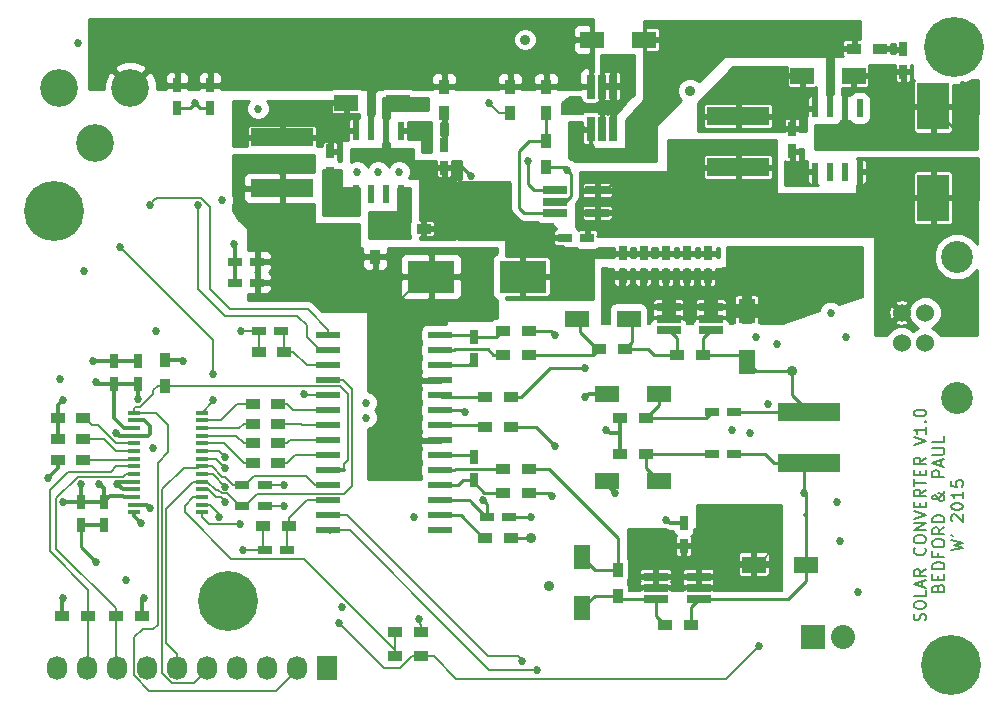
<source format=gtl>
G04 #@! TF.FileFunction,Copper,L1,Top,Signal*
%FSLAX46Y46*%
G04 Gerber Fmt 4.6, Leading zero omitted, Abs format (unit mm)*
G04 Created by KiCad (PCBNEW (2015-02-20 BZR 5437)-product) date Monday, March 16, 2015 'AMt' 09:24:06 AM*
%MOMM*%
G01*
G04 APERTURE LIST*
%ADD10C,0.100000*%
%ADD11C,0.152400*%
%ADD12R,1.727200X2.032000*%
%ADD13O,1.727200X2.032000*%
%ADD14C,5.080000*%
%ADD15R,1.200000X0.750000*%
%ADD16R,2.700020X4.000500*%
%ADD17C,1.524000*%
%ADD18C,2.700020*%
%ADD19R,0.600000X1.550000*%
%ADD20C,3.200400*%
%ADD21R,2.032000X2.032000*%
%ADD22O,2.032000X2.032000*%
%ADD23R,1.998980X0.690880*%
%ADD24R,0.690880X1.998980*%
%ADD25R,4.000500X2.700020*%
%ADD26R,5.300980X1.501140*%
%ADD27R,2.000000X1.400000*%
%ADD28R,1.400000X2.000000*%
%ADD29R,1.200000X0.900000*%
%ADD30R,1.100000X0.400000*%
%ADD31R,2.000000X0.600000*%
%ADD32R,0.750000X1.200000*%
%ADD33R,0.900000X1.200000*%
%ADD34C,0.685800*%
%ADD35C,0.889000*%
%ADD36C,0.254000*%
%ADD37C,0.304800*%
G04 APERTURE END LIST*
D10*
D11*
X133202438Y-134021285D02*
X133250819Y-133876142D01*
X133250819Y-133634238D01*
X133202438Y-133537476D01*
X133154057Y-133489095D01*
X133057295Y-133440714D01*
X132960533Y-133440714D01*
X132863771Y-133489095D01*
X132815390Y-133537476D01*
X132767010Y-133634238D01*
X132718629Y-133827761D01*
X132670248Y-133924523D01*
X132621867Y-133972904D01*
X132525105Y-134021285D01*
X132428343Y-134021285D01*
X132331581Y-133972904D01*
X132283200Y-133924523D01*
X132234819Y-133827761D01*
X132234819Y-133585857D01*
X132283200Y-133440714D01*
X132234819Y-132811761D02*
X132234819Y-132618238D01*
X132283200Y-132521476D01*
X132379962Y-132424714D01*
X132573486Y-132376333D01*
X132912152Y-132376333D01*
X133105676Y-132424714D01*
X133202438Y-132521476D01*
X133250819Y-132618238D01*
X133250819Y-132811761D01*
X133202438Y-132908523D01*
X133105676Y-133005285D01*
X132912152Y-133053666D01*
X132573486Y-133053666D01*
X132379962Y-133005285D01*
X132283200Y-132908523D01*
X132234819Y-132811761D01*
X133250819Y-131457095D02*
X133250819Y-131940904D01*
X132234819Y-131940904D01*
X132960533Y-131166809D02*
X132960533Y-130683000D01*
X133250819Y-131263571D02*
X132234819Y-130924904D01*
X133250819Y-130586238D01*
X133250819Y-129667000D02*
X132767010Y-130005666D01*
X133250819Y-130247571D02*
X132234819Y-130247571D01*
X132234819Y-129860524D01*
X132283200Y-129763762D01*
X132331581Y-129715381D01*
X132428343Y-129667000D01*
X132573486Y-129667000D01*
X132670248Y-129715381D01*
X132718629Y-129763762D01*
X132767010Y-129860524D01*
X132767010Y-130247571D01*
X133154057Y-127876905D02*
X133202438Y-127925286D01*
X133250819Y-128070429D01*
X133250819Y-128167191D01*
X133202438Y-128312333D01*
X133105676Y-128409095D01*
X133008914Y-128457476D01*
X132815390Y-128505857D01*
X132670248Y-128505857D01*
X132476724Y-128457476D01*
X132379962Y-128409095D01*
X132283200Y-128312333D01*
X132234819Y-128167191D01*
X132234819Y-128070429D01*
X132283200Y-127925286D01*
X132331581Y-127876905D01*
X132234819Y-127247952D02*
X132234819Y-127054429D01*
X132283200Y-126957667D01*
X132379962Y-126860905D01*
X132573486Y-126812524D01*
X132912152Y-126812524D01*
X133105676Y-126860905D01*
X133202438Y-126957667D01*
X133250819Y-127054429D01*
X133250819Y-127247952D01*
X133202438Y-127344714D01*
X133105676Y-127441476D01*
X132912152Y-127489857D01*
X132573486Y-127489857D01*
X132379962Y-127441476D01*
X132283200Y-127344714D01*
X132234819Y-127247952D01*
X133250819Y-126377095D02*
X132234819Y-126377095D01*
X133250819Y-125796524D01*
X132234819Y-125796524D01*
X132234819Y-125457857D02*
X133250819Y-125119190D01*
X132234819Y-124780524D01*
X132718629Y-124441857D02*
X132718629Y-124103191D01*
X133250819Y-123958048D02*
X133250819Y-124441857D01*
X132234819Y-124441857D01*
X132234819Y-123958048D01*
X133250819Y-122942048D02*
X132767010Y-123280714D01*
X133250819Y-123522619D02*
X132234819Y-123522619D01*
X132234819Y-123135572D01*
X132283200Y-123038810D01*
X132331581Y-122990429D01*
X132428343Y-122942048D01*
X132573486Y-122942048D01*
X132670248Y-122990429D01*
X132718629Y-123038810D01*
X132767010Y-123135572D01*
X132767010Y-123522619D01*
X132234819Y-122651762D02*
X132234819Y-122071191D01*
X133250819Y-122361476D02*
X132234819Y-122361476D01*
X132718629Y-121732524D02*
X132718629Y-121393858D01*
X133250819Y-121248715D02*
X133250819Y-121732524D01*
X132234819Y-121732524D01*
X132234819Y-121248715D01*
X133250819Y-120232715D02*
X132767010Y-120571381D01*
X133250819Y-120813286D02*
X132234819Y-120813286D01*
X132234819Y-120426239D01*
X132283200Y-120329477D01*
X132331581Y-120281096D01*
X132428343Y-120232715D01*
X132573486Y-120232715D01*
X132670248Y-120281096D01*
X132718629Y-120329477D01*
X132767010Y-120426239D01*
X132767010Y-120813286D01*
X132234819Y-119168334D02*
X133250819Y-118829667D01*
X132234819Y-118491001D01*
X133250819Y-117620144D02*
X133250819Y-118200715D01*
X133250819Y-117910429D02*
X132234819Y-117910429D01*
X132379962Y-118007191D01*
X132476724Y-118103953D01*
X132525105Y-118200715D01*
X133154057Y-117184715D02*
X133202438Y-117136334D01*
X133250819Y-117184715D01*
X133202438Y-117233096D01*
X133154057Y-117184715D01*
X133250819Y-117184715D01*
X132234819Y-116507381D02*
X132234819Y-116410620D01*
X132283200Y-116313858D01*
X132331581Y-116265477D01*
X132428343Y-116217096D01*
X132621867Y-116168715D01*
X132863771Y-116168715D01*
X133057295Y-116217096D01*
X133154057Y-116265477D01*
X133202438Y-116313858D01*
X133250819Y-116410620D01*
X133250819Y-116507381D01*
X133202438Y-116604143D01*
X133154057Y-116652524D01*
X133057295Y-116700905D01*
X132863771Y-116749286D01*
X132621867Y-116749286D01*
X132428343Y-116700905D01*
X132331581Y-116652524D01*
X132283200Y-116604143D01*
X132234819Y-116507381D01*
X134293429Y-131263571D02*
X134341810Y-131118428D01*
X134390190Y-131070047D01*
X134486952Y-131021666D01*
X134632095Y-131021666D01*
X134728857Y-131070047D01*
X134777238Y-131118428D01*
X134825619Y-131215190D01*
X134825619Y-131602237D01*
X133809619Y-131602237D01*
X133809619Y-131263571D01*
X133858000Y-131166809D01*
X133906381Y-131118428D01*
X134003143Y-131070047D01*
X134099905Y-131070047D01*
X134196667Y-131118428D01*
X134245048Y-131166809D01*
X134293429Y-131263571D01*
X134293429Y-131602237D01*
X134293429Y-130586237D02*
X134293429Y-130247571D01*
X134825619Y-130102428D02*
X134825619Y-130586237D01*
X133809619Y-130586237D01*
X133809619Y-130102428D01*
X134825619Y-129666999D02*
X133809619Y-129666999D01*
X133809619Y-129425094D01*
X133858000Y-129279952D01*
X133954762Y-129183190D01*
X134051524Y-129134809D01*
X134245048Y-129086428D01*
X134390190Y-129086428D01*
X134583714Y-129134809D01*
X134680476Y-129183190D01*
X134777238Y-129279952D01*
X134825619Y-129425094D01*
X134825619Y-129666999D01*
X134293429Y-128312333D02*
X134293429Y-128650999D01*
X134825619Y-128650999D02*
X133809619Y-128650999D01*
X133809619Y-128167190D01*
X133809619Y-127586618D02*
X133809619Y-127393095D01*
X133858000Y-127296333D01*
X133954762Y-127199571D01*
X134148286Y-127151190D01*
X134486952Y-127151190D01*
X134680476Y-127199571D01*
X134777238Y-127296333D01*
X134825619Y-127393095D01*
X134825619Y-127586618D01*
X134777238Y-127683380D01*
X134680476Y-127780142D01*
X134486952Y-127828523D01*
X134148286Y-127828523D01*
X133954762Y-127780142D01*
X133858000Y-127683380D01*
X133809619Y-127586618D01*
X134825619Y-126135190D02*
X134341810Y-126473856D01*
X134825619Y-126715761D02*
X133809619Y-126715761D01*
X133809619Y-126328714D01*
X133858000Y-126231952D01*
X133906381Y-126183571D01*
X134003143Y-126135190D01*
X134148286Y-126135190D01*
X134245048Y-126183571D01*
X134293429Y-126231952D01*
X134341810Y-126328714D01*
X134341810Y-126715761D01*
X134825619Y-125699761D02*
X133809619Y-125699761D01*
X133809619Y-125457856D01*
X133858000Y-125312714D01*
X133954762Y-125215952D01*
X134051524Y-125167571D01*
X134245048Y-125119190D01*
X134390190Y-125119190D01*
X134583714Y-125167571D01*
X134680476Y-125215952D01*
X134777238Y-125312714D01*
X134825619Y-125457856D01*
X134825619Y-125699761D01*
X134825619Y-123087190D02*
X134825619Y-123135571D01*
X134777238Y-123232333D01*
X134632095Y-123377476D01*
X134341810Y-123619381D01*
X134196667Y-123716142D01*
X134051524Y-123764523D01*
X133954762Y-123764523D01*
X133858000Y-123716142D01*
X133809619Y-123619381D01*
X133809619Y-123571000D01*
X133858000Y-123474238D01*
X133954762Y-123425857D01*
X134003143Y-123425857D01*
X134099905Y-123474238D01*
X134148286Y-123522619D01*
X134341810Y-123812904D01*
X134390190Y-123861285D01*
X134486952Y-123909666D01*
X134632095Y-123909666D01*
X134728857Y-123861285D01*
X134777238Y-123812904D01*
X134825619Y-123716142D01*
X134825619Y-123571000D01*
X134777238Y-123474238D01*
X134728857Y-123425857D01*
X134535333Y-123280714D01*
X134390190Y-123232333D01*
X134293429Y-123232333D01*
X134825619Y-121877666D02*
X133809619Y-121877666D01*
X133809619Y-121490619D01*
X133858000Y-121393857D01*
X133906381Y-121345476D01*
X134003143Y-121297095D01*
X134148286Y-121297095D01*
X134245048Y-121345476D01*
X134293429Y-121393857D01*
X134341810Y-121490619D01*
X134341810Y-121877666D01*
X134535333Y-120910047D02*
X134535333Y-120426238D01*
X134825619Y-121006809D02*
X133809619Y-120668142D01*
X134825619Y-120329476D01*
X133809619Y-119990809D02*
X134632095Y-119990809D01*
X134728857Y-119942428D01*
X134777238Y-119894047D01*
X134825619Y-119797285D01*
X134825619Y-119603762D01*
X134777238Y-119507000D01*
X134728857Y-119458619D01*
X134632095Y-119410238D01*
X133809619Y-119410238D01*
X134825619Y-118442619D02*
X134825619Y-118926428D01*
X133809619Y-118926428D01*
X135384419Y-128094619D02*
X136400419Y-127852714D01*
X135674705Y-127659191D01*
X136400419Y-127465667D01*
X135384419Y-127223762D01*
X135384419Y-126788333D02*
X135577943Y-126885095D01*
X135481181Y-125627190D02*
X135432800Y-125578809D01*
X135384419Y-125482047D01*
X135384419Y-125240143D01*
X135432800Y-125143381D01*
X135481181Y-125095000D01*
X135577943Y-125046619D01*
X135674705Y-125046619D01*
X135819848Y-125095000D01*
X136400419Y-125675571D01*
X136400419Y-125046619D01*
X135384419Y-124417666D02*
X135384419Y-124320905D01*
X135432800Y-124224143D01*
X135481181Y-124175762D01*
X135577943Y-124127381D01*
X135771467Y-124079000D01*
X136013371Y-124079000D01*
X136206895Y-124127381D01*
X136303657Y-124175762D01*
X136352038Y-124224143D01*
X136400419Y-124320905D01*
X136400419Y-124417666D01*
X136352038Y-124514428D01*
X136303657Y-124562809D01*
X136206895Y-124611190D01*
X136013371Y-124659571D01*
X135771467Y-124659571D01*
X135577943Y-124611190D01*
X135481181Y-124562809D01*
X135432800Y-124514428D01*
X135384419Y-124417666D01*
X136400419Y-123111381D02*
X136400419Y-123691952D01*
X136400419Y-123401666D02*
X135384419Y-123401666D01*
X135529562Y-123498428D01*
X135626324Y-123595190D01*
X135674705Y-123691952D01*
X135384419Y-122192143D02*
X135384419Y-122675952D01*
X135868229Y-122724333D01*
X135819848Y-122675952D01*
X135771467Y-122579190D01*
X135771467Y-122337286D01*
X135819848Y-122240524D01*
X135868229Y-122192143D01*
X135964990Y-122143762D01*
X136206895Y-122143762D01*
X136303657Y-122192143D01*
X136352038Y-122240524D01*
X136400419Y-122337286D01*
X136400419Y-122579190D01*
X136352038Y-122675952D01*
X136303657Y-122724333D01*
D12*
X82550000Y-138049000D03*
D13*
X80010000Y-138049000D03*
X77470000Y-138049000D03*
X74930000Y-138049000D03*
X72390000Y-138049000D03*
X69850000Y-138049000D03*
X67310000Y-138049000D03*
X64770000Y-138049000D03*
X62230000Y-138049000D03*
X59690000Y-138049000D03*
D14*
X74168000Y-132334000D03*
X59436000Y-99314000D03*
D15*
X75377000Y-122555000D03*
X77277000Y-122555000D03*
D14*
X135382000Y-137795000D03*
D16*
X133858000Y-90472260D03*
X133858000Y-98249740D03*
D17*
X131191000Y-107950000D03*
X131191000Y-110490000D03*
X133189980Y-110490000D03*
X133189980Y-107950000D03*
D18*
X135890000Y-103220520D03*
X135890000Y-115219480D03*
D19*
X84963000Y-97950000D03*
X86233000Y-97950000D03*
X87503000Y-97950000D03*
X88773000Y-97950000D03*
X88773000Y-92550000D03*
X87503000Y-92550000D03*
X86233000Y-92550000D03*
X84963000Y-92550000D03*
X123825000Y-96045000D03*
X125095000Y-96045000D03*
X126365000Y-96045000D03*
X127635000Y-96045000D03*
X127635000Y-90645000D03*
X126365000Y-90645000D03*
X125095000Y-90645000D03*
X123825000Y-90645000D03*
D20*
X65890140Y-88900000D03*
X59890660Y-88900000D03*
X62890400Y-93599000D03*
D21*
X123698000Y-135382000D03*
D22*
X126238000Y-135382000D03*
D23*
X111483140Y-107508040D03*
X111483140Y-108458000D03*
X111483140Y-109407960D03*
X115084860Y-109407960D03*
X115084860Y-108458000D03*
X115084860Y-107508040D03*
X110413396Y-130302146D03*
X110413396Y-131252106D03*
X110413396Y-132202066D03*
X114015116Y-132202066D03*
X114015116Y-131252106D03*
X114015116Y-130302146D03*
D24*
X106804460Y-88813640D03*
X105854500Y-88813640D03*
X104904540Y-88813640D03*
X104904540Y-92415360D03*
X105854500Y-92415360D03*
X106804460Y-92415360D03*
D25*
X99138740Y-104902000D03*
X91361260Y-104902000D03*
D26*
X78740000Y-93091000D03*
X78740000Y-97409000D03*
X117348000Y-91313000D03*
X117348000Y-95631000D03*
D23*
X101831140Y-97602040D03*
X101831140Y-98552000D03*
X101831140Y-99501960D03*
X105432860Y-99501960D03*
X105432860Y-97602040D03*
D27*
X88540000Y-90170000D03*
X84180000Y-90170000D03*
X108098000Y-108458000D03*
X103738000Y-108458000D03*
D28*
X118110000Y-112162000D03*
X118110000Y-107802000D03*
D27*
X110638000Y-114808000D03*
X106278000Y-114808000D03*
X110638000Y-122174000D03*
X106278000Y-122174000D03*
X123084000Y-129286000D03*
X118724000Y-129286000D03*
D28*
X104140000Y-132990000D03*
X104140000Y-128630000D03*
D27*
X105008000Y-84836000D03*
X109368000Y-84836000D03*
X127148000Y-87884000D03*
X122788000Y-87884000D03*
D29*
X76243000Y-118999000D03*
X78443000Y-118999000D03*
X76243000Y-117348000D03*
X78443000Y-117348000D03*
X76243000Y-115697000D03*
X78443000Y-115697000D03*
X95928000Y-115062000D03*
X98128000Y-115062000D03*
X97452000Y-111506000D03*
X99652000Y-111506000D03*
X97452000Y-109474000D03*
X99652000Y-109474000D03*
X97452000Y-123190000D03*
X99652000Y-123190000D03*
X97452000Y-121158000D03*
X99652000Y-121158000D03*
X95928000Y-117602000D03*
X98128000Y-117602000D03*
D30*
X66238000Y-116425000D03*
X66238000Y-117075000D03*
X66238000Y-117725000D03*
X66238000Y-118375000D03*
X66238000Y-119025000D03*
X66238000Y-119675000D03*
X66238000Y-120325000D03*
X66238000Y-120975000D03*
X66238000Y-121625000D03*
X66238000Y-122275000D03*
X66238000Y-122925000D03*
X66238000Y-123575000D03*
X66238000Y-124225000D03*
X66238000Y-124875000D03*
X71938000Y-124875000D03*
X71938000Y-124225000D03*
X71938000Y-123575000D03*
X71938000Y-122925000D03*
X71938000Y-122275000D03*
X71938000Y-121625000D03*
X71938000Y-120975000D03*
X71938000Y-120325000D03*
X71938000Y-119675000D03*
X71938000Y-119025000D03*
X71938000Y-118375000D03*
X71938000Y-117725000D03*
X71938000Y-117075000D03*
X71938000Y-116425000D03*
D31*
X82676000Y-109855000D03*
X82676000Y-111125000D03*
X82676000Y-112395000D03*
X82676000Y-113665000D03*
X82676000Y-114935000D03*
X82676000Y-116205000D03*
X82676000Y-117475000D03*
X82676000Y-118745000D03*
X82676000Y-120015000D03*
X82676000Y-121285000D03*
X82676000Y-122555000D03*
X82676000Y-123825000D03*
X82676000Y-125095000D03*
X82676000Y-126365000D03*
X92076000Y-126365000D03*
X92076000Y-125095000D03*
X92076000Y-123825000D03*
X92076000Y-122555000D03*
X92076000Y-121285000D03*
X92076000Y-120015000D03*
X92076000Y-118745000D03*
X92076000Y-117475000D03*
X92076000Y-116205000D03*
X92076000Y-114935000D03*
X92076000Y-113665000D03*
X92076000Y-112395000D03*
X92076000Y-111125000D03*
X92076000Y-109855000D03*
D29*
X76243000Y-120650000D03*
X78443000Y-120650000D03*
D32*
X92456000Y-93792000D03*
X92456000Y-95692000D03*
X82804000Y-96200000D03*
X82804000Y-94300000D03*
X131318000Y-85664000D03*
X131318000Y-87564000D03*
X121920000Y-94295000D03*
X121920000Y-92395000D03*
D15*
X75377000Y-124333000D03*
X77277000Y-124333000D03*
D32*
X66548000Y-113980000D03*
X66548000Y-112080000D03*
X64516000Y-113980000D03*
X64516000Y-112080000D03*
X63627000Y-124018000D03*
X63627000Y-125918000D03*
X61722000Y-124018000D03*
X61722000Y-125918000D03*
D15*
X78674000Y-109474000D03*
X76774000Y-109474000D03*
X96078000Y-125222000D03*
X97978000Y-125222000D03*
X79182000Y-128016000D03*
X77282000Y-128016000D03*
D32*
X94996000Y-111948000D03*
X94996000Y-110048000D03*
X94996000Y-122108000D03*
X94996000Y-120208000D03*
D15*
X117028000Y-116332000D03*
X115128000Y-116332000D03*
X117028000Y-119888000D03*
X115128000Y-119888000D03*
D33*
X68834000Y-111930000D03*
X68834000Y-114130000D03*
X92456000Y-88816000D03*
X92456000Y-91016000D03*
X86614000Y-103208000D03*
X86614000Y-101008000D03*
D29*
X88562000Y-100838000D03*
X90762000Y-100838000D03*
X59733000Y-118618000D03*
X61933000Y-118618000D03*
X59733000Y-120396000D03*
X61933000Y-120396000D03*
X59733000Y-116840000D03*
X61933000Y-116840000D03*
X66886000Y-133604000D03*
X64686000Y-133604000D03*
X60114000Y-133604000D03*
X62314000Y-133604000D03*
X76751000Y-111252000D03*
X78951000Y-111252000D03*
X77132000Y-125984000D03*
X79332000Y-125984000D03*
X95928000Y-127000000D03*
X98128000Y-127000000D03*
X107780000Y-110998000D03*
X105580000Y-110998000D03*
X112184000Y-111506000D03*
X114384000Y-111506000D03*
X109558000Y-116840000D03*
X107358000Y-116840000D03*
X109558000Y-119888000D03*
X107358000Y-119888000D03*
X111168000Y-134366000D03*
X113368000Y-134366000D03*
D33*
X107188000Y-131910000D03*
X107188000Y-129710000D03*
X98044000Y-88816000D03*
X98044000Y-91016000D03*
D29*
X127170000Y-85598000D03*
X129370000Y-85598000D03*
D33*
X101092000Y-88816000D03*
X101092000Y-91016000D03*
X101092000Y-93388000D03*
X101092000Y-95588000D03*
D29*
X90508000Y-137033000D03*
X88308000Y-137033000D03*
X88308000Y-135001000D03*
X90508000Y-135001000D03*
D15*
X104582000Y-101600000D03*
X102682000Y-101600000D03*
X76642000Y-105410000D03*
X74742000Y-105410000D03*
X76642000Y-103632000D03*
X74742000Y-103632000D03*
D32*
X69850000Y-88712000D03*
X69850000Y-90612000D03*
X72644000Y-88712000D03*
X72644000Y-90612000D03*
X109347000Y-104836000D03*
X109347000Y-102936000D03*
D26*
X123317000Y-116332000D03*
X123317000Y-120650000D03*
D32*
X114808000Y-104836000D03*
X114808000Y-102936000D03*
X113030000Y-104836000D03*
X113030000Y-102936000D03*
X112776000Y-127696000D03*
X112776000Y-125796000D03*
D14*
X135636000Y-85471000D03*
D32*
X111252000Y-104836000D03*
X111252000Y-102936000D03*
X107569000Y-104836000D03*
X107569000Y-102936000D03*
D34*
X88646000Y-96012000D03*
X86868000Y-96012000D03*
X85090000Y-96012000D03*
X62992000Y-129032000D03*
X126492000Y-109982000D03*
X89916000Y-125222000D03*
X118872000Y-109982000D03*
X106934000Y-123190000D03*
X74676000Y-102108000D03*
X83820000Y-132842000D03*
X103124000Y-104902000D03*
X103124000Y-106426000D03*
X104648000Y-106426000D03*
X104648000Y-104902000D03*
X101155500Y-101600000D03*
X105981500Y-102933500D03*
X71374000Y-90170000D03*
X61976000Y-104394000D03*
X94742000Y-96393000D03*
X73660000Y-98425000D03*
X125222000Y-107950000D03*
X120650000Y-110617000D03*
X61468000Y-85090000D03*
X76708000Y-90678000D03*
X125984000Y-127254000D03*
X125730000Y-123952000D03*
X127508000Y-131572000D03*
D35*
X113284000Y-89154000D03*
X99314000Y-84836000D03*
D34*
X94234000Y-116332000D03*
D35*
X101346000Y-131064000D03*
D34*
X99822000Y-125222000D03*
D35*
X99822000Y-127000000D03*
D34*
X64643000Y-118110000D03*
X127508000Y-93472000D03*
X126492000Y-92710000D03*
X75254910Y-109537520D03*
X96266000Y-90170000D03*
X102870000Y-95885000D03*
X85090000Y-94488000D03*
X90424000Y-90424000D03*
X80581500Y-114871500D03*
X75438000Y-128016000D03*
X116840000Y-117856000D03*
X118364000Y-118110000D03*
X119888000Y-115709690D03*
X85852000Y-115570000D03*
X85852000Y-116840000D03*
X136398000Y-91948000D03*
X136398000Y-90424000D03*
X136398000Y-88646000D03*
X59944000Y-113538000D03*
X58928000Y-121920000D03*
X68072000Y-109474000D03*
X62738000Y-112014000D03*
X67564000Y-124460000D03*
X64770000Y-122428000D03*
X67818000Y-119380000D03*
X90297000Y-133858000D03*
X65532000Y-130556000D03*
X78867000Y-122555000D03*
X78867000Y-124333000D03*
X111252000Y-125476000D03*
X104394000Y-115110270D03*
X106172000Y-117856000D03*
X86614000Y-112522000D03*
X86614000Y-110744000D03*
X86614000Y-108966000D03*
X95250000Y-107442000D03*
X95250000Y-105410000D03*
X89916000Y-119888000D03*
X95250000Y-103378000D03*
X89154000Y-113030000D03*
X119634000Y-100838000D03*
X117602000Y-100838000D03*
X115570000Y-100838000D03*
X113538000Y-100838000D03*
X111506000Y-100838000D03*
X111506000Y-96774000D03*
X109728000Y-96774000D03*
X107950000Y-96774000D03*
X60198000Y-123952000D03*
X61722000Y-122428000D03*
X63246000Y-122428000D03*
X62992000Y-113792000D03*
X70358000Y-112014000D03*
X60198000Y-115316000D03*
X60198000Y-132080000D03*
X67056000Y-132080000D03*
X95738607Y-123801706D03*
X66524875Y-115292875D03*
X66802000Y-125730000D03*
X73406000Y-125222000D03*
X73914000Y-123952000D03*
X73914000Y-122682000D03*
D35*
X121920000Y-112903000D03*
D34*
X101854000Y-109855000D03*
X101600000Y-123444000D03*
X122936000Y-123190000D03*
X104394000Y-112649000D03*
X125222000Y-103886000D03*
X127000000Y-103886000D03*
X117094000Y-105156000D03*
X118872000Y-105156000D03*
X120650000Y-105156000D03*
X117094000Y-103124000D03*
X118872000Y-103124000D03*
X120650000Y-103124000D03*
X127000000Y-105918000D03*
X125222000Y-105918000D03*
X115062000Y-126492000D03*
X115062000Y-124714000D03*
X116840000Y-124714000D03*
X116840000Y-126492000D03*
X118618000Y-126492000D03*
X118618000Y-124714000D03*
X120396000Y-124714000D03*
X120396000Y-126492000D03*
X108458000Y-129032000D03*
X108458000Y-127000000D03*
X110744000Y-127000000D03*
X110744000Y-129032000D03*
X119126000Y-136144000D03*
X83566000Y-134239000D03*
X101854000Y-119253000D03*
X65024000Y-102362000D03*
X75184000Y-125857000D03*
X72898000Y-113157000D03*
X72898000Y-115316000D03*
X73938677Y-121082151D03*
X73914000Y-120142000D03*
X71628000Y-98806000D03*
X67564000Y-98806000D03*
X100330000Y-138176000D03*
X99060000Y-137414000D03*
X99568000Y-95123000D03*
X90932000Y-93980000D03*
X103886000Y-90170000D03*
X102870000Y-90678000D03*
X108204000Y-88392000D03*
X106172000Y-86614000D03*
X108204000Y-86614000D03*
D36*
X61722000Y-125918000D02*
X61722000Y-127762000D01*
X61722000Y-127762000D02*
X62992000Y-129032000D01*
D37*
X74742000Y-103632000D02*
X74742000Y-102174000D01*
X74742000Y-102174000D02*
X74676000Y-102108000D01*
X74742000Y-103632000D02*
X74742000Y-105410000D01*
X104648000Y-106426000D02*
X103124000Y-106426000D01*
X99138740Y-104902000D02*
X104648000Y-104902000D01*
X102682000Y-101600000D02*
X101155500Y-101600000D01*
X114808000Y-102936000D02*
X115250000Y-102936000D01*
X107569000Y-102936000D02*
X105984000Y-102936000D01*
X105984000Y-102936000D02*
X105981500Y-102933500D01*
X109347000Y-102936000D02*
X107569000Y-102936000D01*
X111252000Y-102936000D02*
X109347000Y-102936000D01*
X113030000Y-102936000D02*
X111252000Y-102936000D01*
X114808000Y-102936000D02*
X113030000Y-102936000D01*
X66238000Y-118375000D02*
X67426000Y-118375000D01*
X67426000Y-118375000D02*
X67564000Y-118237000D01*
X67564000Y-118237000D02*
X67564000Y-117546200D01*
X67564000Y-117546200D02*
X67092801Y-117075001D01*
X67092801Y-117075001D02*
X66238000Y-117075000D01*
D36*
X72644000Y-90612000D02*
X71816000Y-90612000D01*
X71816000Y-90612000D02*
X71374000Y-90170000D01*
X69850000Y-90612000D02*
X70932000Y-90612000D01*
X70932000Y-90612000D02*
X71374000Y-90170000D01*
D37*
X94742000Y-96393000D02*
X94041000Y-95692000D01*
X94041000Y-95692000D02*
X92456000Y-95692000D01*
X93660000Y-95692000D02*
X92456000Y-95692000D01*
D36*
X92076000Y-116205000D02*
X94107000Y-116205000D01*
X94107000Y-116205000D02*
X94234000Y-116332000D01*
X97978000Y-125222000D02*
X99822000Y-125222000D01*
X98128000Y-127000000D02*
X99822000Y-127000000D01*
D37*
X66238000Y-118375000D02*
X64908000Y-118375000D01*
X64908000Y-118375000D02*
X64643000Y-118110000D01*
X63627000Y-125918000D02*
X61722000Y-125918000D01*
D11*
X126365000Y-90645000D02*
X126365000Y-92583000D01*
X126365000Y-92583000D02*
X126492000Y-92710000D01*
X75318430Y-109474000D02*
X75254910Y-109537520D01*
X76774000Y-109474000D02*
X75318430Y-109474000D01*
D36*
X133985000Y-90091260D02*
X133985000Y-90741500D01*
X101092000Y-95588000D02*
X102573000Y-95588000D01*
X102573000Y-95588000D02*
X102870000Y-95885000D01*
D11*
X90762000Y-100838000D02*
X92964000Y-100838000D01*
X91120000Y-95692000D02*
X90678000Y-95250000D01*
X92456000Y-95692000D02*
X91120000Y-95692000D01*
X87503000Y-94361000D02*
X87376000Y-94488000D01*
X87376000Y-94488000D02*
X85090000Y-94488000D01*
X87503000Y-92550000D02*
X87503000Y-94361000D01*
X88540000Y-90424000D02*
X90424000Y-90424000D01*
X82676000Y-114935000D02*
X80645000Y-114935000D01*
X80645000Y-114935000D02*
X80581500Y-114871500D01*
X77282000Y-128016000D02*
X75438000Y-128016000D01*
X77132000Y-125984000D02*
X77132000Y-127866000D01*
X77132000Y-127866000D02*
X77282000Y-128016000D01*
X76751000Y-111252000D02*
X76751000Y-109497000D01*
X76751000Y-109497000D02*
X76774000Y-109474000D01*
D36*
X133985000Y-90741500D02*
X135890000Y-92646500D01*
X135890000Y-92456000D02*
X136398000Y-91948000D01*
X135890000Y-93218000D02*
X135890000Y-92456000D01*
X136398000Y-90424000D02*
X136398000Y-88646000D01*
X135890000Y-92646500D02*
X135890000Y-93218000D01*
D11*
X97112000Y-91016000D02*
X96266000Y-90170000D01*
X98044000Y-91016000D02*
X97112000Y-91016000D01*
D37*
X59733000Y-121115000D02*
X58928000Y-121920000D01*
X59733000Y-120396000D02*
X59733000Y-121115000D01*
X66548000Y-112080000D02*
X64516000Y-112080000D01*
X62804000Y-112080000D02*
X62738000Y-112014000D01*
X64516000Y-112080000D02*
X62804000Y-112080000D01*
X67329000Y-124225000D02*
X67564000Y-124460000D01*
X66238000Y-124225000D02*
X67329000Y-124225000D01*
X64923000Y-122275000D02*
X64770000Y-122428000D01*
X66238000Y-122275000D02*
X64923000Y-122275000D01*
X65267000Y-122925000D02*
X64770000Y-122428000D01*
X66238000Y-122925000D02*
X65267000Y-122925000D01*
D11*
X90508000Y-134398600D02*
X90297000Y-134187600D01*
X90508000Y-135001000D02*
X90508000Y-134398600D01*
X90297000Y-134187600D02*
X90297000Y-133858000D01*
X77277000Y-122555000D02*
X78867000Y-122555000D01*
X77277000Y-124333000D02*
X78867000Y-124333000D01*
D37*
X111572000Y-125796000D02*
X111252000Y-125476000D01*
X112776000Y-125796000D02*
X111572000Y-125796000D01*
X106278000Y-122534000D02*
X106934000Y-123190000D01*
X106278000Y-122174000D02*
X106278000Y-122534000D01*
X107358000Y-119888000D02*
X107358000Y-119133200D01*
X104696270Y-114808000D02*
X104394000Y-115110270D01*
X106278000Y-114808000D02*
X104696270Y-114808000D01*
X106500979Y-118184979D02*
X106172000Y-117856000D01*
X107358000Y-118184979D02*
X106500979Y-118184979D01*
X107358000Y-119133200D02*
X107358000Y-118184979D01*
X107358000Y-118184979D02*
X107358000Y-116840000D01*
D36*
X103212899Y-98068133D02*
X103212899Y-96227899D01*
X103212899Y-96227899D02*
X102870000Y-95885000D01*
X102729032Y-98552000D02*
X103212899Y-98068133D01*
X101831140Y-98552000D02*
X102729032Y-98552000D01*
D11*
X86614000Y-110490000D02*
X86614000Y-112268000D01*
X91361260Y-104902000D02*
X90711020Y-104902000D01*
X90711020Y-104902000D02*
X86647020Y-108966000D01*
X86647020Y-108966000D02*
X86614000Y-108966000D01*
X95250000Y-107188000D02*
X93726000Y-107188000D01*
X93726000Y-107188000D02*
X93218000Y-107696000D01*
X95250000Y-103378000D02*
X95250000Y-105410000D01*
D36*
X90551000Y-118745000D02*
X89916000Y-119380000D01*
X89916000Y-119380000D02*
X89916000Y-119888000D01*
X92076000Y-118745000D02*
X90551000Y-118745000D01*
D37*
X91949000Y-113538000D02*
X92076000Y-113665000D01*
X93726000Y-104902000D02*
X95250000Y-103378000D01*
X91361260Y-104902000D02*
X93726000Y-104902000D01*
X89789000Y-113665000D02*
X92076000Y-113665000D01*
X89154000Y-113030000D02*
X89789000Y-113665000D01*
D11*
X115570000Y-100838000D02*
X117602000Y-100838000D01*
X111506000Y-100838000D02*
X113538000Y-100838000D01*
X109728000Y-96774000D02*
X111506000Y-96774000D01*
D36*
X92076000Y-123825000D02*
X94615000Y-123825000D01*
X94615000Y-123825000D02*
X94742000Y-123952000D01*
X96078000Y-125222000D02*
X96012000Y-125222000D01*
X96012000Y-125222000D02*
X94742000Y-123952000D01*
D37*
X63627000Y-124018000D02*
X61722000Y-124018000D01*
D36*
X105432860Y-97602040D02*
X106086910Y-97602040D01*
X106086910Y-97602040D02*
X106914950Y-96774000D01*
X106914950Y-96774000D02*
X108204000Y-96774000D01*
D37*
X61722000Y-124018000D02*
X60264000Y-124018000D01*
X60264000Y-124018000D02*
X60198000Y-123952000D01*
X61722000Y-124018000D02*
X61722000Y-122428000D01*
X63627000Y-122809000D02*
X63246000Y-122428000D01*
X63627000Y-124018000D02*
X63627000Y-122809000D01*
X64516000Y-116857800D02*
X64516000Y-114884800D01*
X65383200Y-117725000D02*
X64516000Y-116857800D01*
X64516000Y-114884800D02*
X64516000Y-113980000D01*
X66238000Y-117725000D02*
X65383200Y-117725000D01*
X64516000Y-113980000D02*
X66548000Y-113980000D01*
X63180000Y-113980000D02*
X62992000Y-113792000D01*
X64516000Y-113980000D02*
X63180000Y-113980000D01*
X70274000Y-111930000D02*
X70358000Y-112014000D01*
X68834000Y-111930000D02*
X70274000Y-111930000D01*
X59733000Y-118618000D02*
X59733000Y-116840000D01*
X59733000Y-115781000D02*
X60198000Y-115316000D01*
X59733000Y-116840000D02*
X59733000Y-115781000D01*
X60114000Y-132164000D02*
X60198000Y-132080000D01*
X60114000Y-133604000D02*
X60114000Y-132164000D01*
X66886000Y-132250000D02*
X67056000Y-132080000D01*
X66886000Y-133604000D02*
X66886000Y-132250000D01*
X65383200Y-123575000D02*
X66238000Y-123575000D01*
X64156941Y-123488059D02*
X65296259Y-123488059D01*
X63627000Y-124018000D02*
X64156941Y-123488059D01*
X65296259Y-123488059D02*
X65383200Y-123575000D01*
D11*
X105432860Y-99501960D02*
X105432860Y-97602040D01*
X105432860Y-100221740D02*
X105432860Y-99501960D01*
X104582000Y-101072600D02*
X105432860Y-100221740D01*
X104582000Y-101600000D02*
X104582000Y-101072600D01*
D36*
X96078000Y-124141099D02*
X95738607Y-123801706D01*
X96078000Y-125222000D02*
X96078000Y-124141099D01*
D37*
X66548000Y-113980000D02*
X66548000Y-115269750D01*
X66548000Y-115269750D02*
X66524875Y-115292875D01*
X66238000Y-125166000D02*
X66802000Y-125730000D01*
X66238000Y-124875000D02*
X66238000Y-125166000D01*
D11*
X73406000Y-124990600D02*
X73406000Y-125222000D01*
X71938000Y-124225000D02*
X72640400Y-124225000D01*
X72640400Y-124225000D02*
X73406000Y-124990600D01*
X72449482Y-122925000D02*
X71938000Y-122925000D01*
X73133583Y-123609101D02*
X72449482Y-122925000D01*
X73571101Y-123609101D02*
X73133583Y-123609101D01*
X73914000Y-123952000D02*
X73571101Y-123609101D01*
X72857000Y-121625000D02*
X71938000Y-121625000D01*
X73914000Y-122682000D02*
X72857000Y-121625000D01*
X78951000Y-111252000D02*
X78951000Y-109751000D01*
X78951000Y-109751000D02*
X78674000Y-109474000D01*
X78951000Y-111252000D02*
X79703400Y-111252000D01*
X79703400Y-111252000D02*
X80846400Y-112395000D01*
X80846400Y-112395000D02*
X81523600Y-112395000D01*
X81523600Y-112395000D02*
X82676000Y-112395000D01*
X79332000Y-125984000D02*
X79332000Y-125381600D01*
X79332000Y-125381600D02*
X80888600Y-123825000D01*
X80888600Y-123825000D02*
X81523600Y-123825000D01*
X81523600Y-123825000D02*
X82676000Y-123825000D01*
X79182000Y-128016000D02*
X79182000Y-126134000D01*
X79182000Y-126134000D02*
X79332000Y-125984000D01*
D36*
X92076000Y-112395000D02*
X94549000Y-112395000D01*
X94549000Y-112395000D02*
X94996000Y-111948000D01*
X114384000Y-111506000D02*
X117454000Y-111506000D01*
X117454000Y-111506000D02*
X118110000Y-112162000D01*
X123317000Y-116332000D02*
X120412510Y-116332000D01*
X120412510Y-116332000D02*
X117028000Y-116332000D01*
X121920000Y-112903000D02*
X121920000Y-114935000D01*
X121920000Y-114935000D02*
X123317000Y-116332000D01*
X121920000Y-112903000D02*
X118851000Y-112903000D01*
X118851000Y-112903000D02*
X118110000Y-112162000D01*
X99652000Y-109474000D02*
X101473000Y-109474000D01*
X101473000Y-109474000D02*
X101854000Y-109855000D01*
X114384000Y-111506000D02*
X114384000Y-110108820D01*
X114384000Y-110108820D02*
X115084860Y-109407960D01*
X99652000Y-109474000D02*
X99568000Y-109474000D01*
X123084000Y-125061516D02*
X123084000Y-123338000D01*
X123084000Y-129286000D02*
X123084000Y-125061516D01*
D37*
X123084000Y-125061516D02*
X123029516Y-125061516D01*
D36*
X99652000Y-123190000D02*
X101346000Y-123190000D01*
X101346000Y-123190000D02*
X101600000Y-123444000D01*
X122936000Y-123190000D02*
X122936000Y-121031000D01*
X122936000Y-121031000D02*
X123317000Y-120650000D01*
X123084000Y-123338000D02*
X122936000Y-123190000D01*
X123084000Y-120883000D02*
X123317000Y-120650000D01*
X114015116Y-132202066D02*
X121543934Y-132202066D01*
X121543934Y-132202066D02*
X123084000Y-130662000D01*
X123084000Y-130662000D02*
X123084000Y-129286000D01*
X123317000Y-120650000D02*
X120412510Y-120650000D01*
X120412510Y-120650000D02*
X119650510Y-119888000D01*
X119650510Y-119888000D02*
X117028000Y-119888000D01*
X113368000Y-134366000D02*
X113368000Y-132849182D01*
X113368000Y-132849182D02*
X114015116Y-132202066D01*
X92076000Y-120015000D02*
X94803000Y-120015000D01*
X94803000Y-120015000D02*
X94996000Y-120208000D01*
X110638000Y-114808000D02*
X110638000Y-115760000D01*
X110638000Y-115760000D02*
X109558000Y-116840000D01*
X109558000Y-116840000D02*
X114620000Y-116840000D01*
X114620000Y-116840000D02*
X115128000Y-116332000D01*
X109558000Y-119888000D02*
X109558000Y-121094000D01*
X109558000Y-121094000D02*
X110638000Y-122174000D01*
X115128000Y-119888000D02*
X109558000Y-119888000D01*
X101395000Y-112649000D02*
X104394000Y-112649000D01*
X98128000Y-115062000D02*
X98982000Y-115062000D01*
X98982000Y-115062000D02*
X101395000Y-112649000D01*
X109728000Y-110998000D02*
X110236000Y-111506000D01*
X110236000Y-111506000D02*
X112184000Y-111506000D01*
X107780000Y-110998000D02*
X109728000Y-110998000D01*
X112184000Y-111506000D02*
X112184000Y-110108820D01*
X112184000Y-110108820D02*
X111483140Y-109407960D01*
X108352000Y-108458000D02*
X108352000Y-110426000D01*
X108352000Y-110426000D02*
X107780000Y-110998000D01*
X103992000Y-108458000D02*
X103992000Y-109560000D01*
X103992000Y-109560000D02*
X105430000Y-110998000D01*
X105430000Y-110998000D02*
X105580000Y-110998000D01*
X99652000Y-111506000D02*
X105072000Y-111506000D01*
X105072000Y-111506000D02*
X105580000Y-110998000D01*
D11*
X127000000Y-105918000D02*
X127000000Y-103886000D01*
X118872000Y-105156000D02*
X117094000Y-105156000D01*
X120650000Y-103124000D02*
X120650000Y-105156000D01*
X125012078Y-105918000D02*
X125497011Y-105918000D01*
X118962400Y-107802000D02*
X120846400Y-105918000D01*
X118110000Y-107802000D02*
X118962400Y-107802000D01*
X120846400Y-105918000D02*
X125012078Y-105918000D01*
X114808000Y-104836000D02*
X116144000Y-104836000D01*
X117094000Y-103886000D02*
X117094000Y-103124000D01*
X116144000Y-104836000D02*
X117094000Y-103886000D01*
X118872000Y-103124000D02*
X120396000Y-103124000D01*
X125476000Y-105896989D02*
X125497011Y-105918000D01*
X125497011Y-105918000D02*
X127000000Y-105918000D01*
X107569000Y-104836000D02*
X109347000Y-104836000D01*
X116840000Y-124714000D02*
X115062000Y-124714000D01*
X118618000Y-126492000D02*
X116840000Y-126492000D01*
X120396000Y-124714000D02*
X118618000Y-124714000D01*
X120650000Y-127660000D02*
X120396000Y-127406000D01*
X120396000Y-127406000D02*
X120396000Y-126492000D01*
X118724000Y-129286000D02*
X119024000Y-129286000D01*
X119024000Y-129286000D02*
X120650000Y-127660000D01*
X110744000Y-127000000D02*
X108458000Y-127000000D01*
X110413396Y-130302146D02*
X110413396Y-129362604D01*
X110413396Y-129362604D02*
X110744000Y-129032000D01*
X93472000Y-138938000D02*
X116332000Y-138938000D01*
X116332000Y-138938000D02*
X119126000Y-136144000D01*
X91567000Y-137033000D02*
X93472000Y-138938000D01*
X91150691Y-137033000D02*
X91260400Y-137033000D01*
X90508000Y-137033000D02*
X91150691Y-137033000D01*
X91150691Y-137033000D02*
X91567000Y-137033000D01*
X89755600Y-137033000D02*
X88739600Y-138049000D01*
X90508000Y-137033000D02*
X89755600Y-137033000D01*
X88739600Y-138049000D02*
X87376000Y-138049000D01*
X87376000Y-138049000D02*
X83566000Y-134239000D01*
D36*
X110413396Y-132202066D02*
X110413396Y-133611396D01*
X110413396Y-133611396D02*
X111168000Y-134366000D01*
X107188000Y-131953000D02*
X107437066Y-132202066D01*
X107437066Y-132202066D02*
X110413396Y-132202066D01*
X107188000Y-131910000D02*
X107188000Y-131953000D01*
X107188000Y-131910000D02*
X105220000Y-131910000D01*
X105220000Y-131910000D02*
X104140000Y-132990000D01*
X99652000Y-121158000D02*
X101346000Y-121158000D01*
X101346000Y-121158000D02*
X107188000Y-127000000D01*
X107188000Y-127000000D02*
X107188000Y-128856000D01*
X107188000Y-128856000D02*
X107188000Y-129710000D01*
X107188000Y-129710000D02*
X105220000Y-129710000D01*
X105220000Y-129710000D02*
X104140000Y-128630000D01*
X100203000Y-117602000D02*
X101854000Y-119253000D01*
X98128000Y-117602000D02*
X100203000Y-117602000D01*
D11*
X65024000Y-102362000D02*
X72898000Y-110236000D01*
X72898000Y-110236000D02*
X72898000Y-111887000D01*
X71938000Y-125227400D02*
X72567600Y-125857000D01*
X71938000Y-124875000D02*
X71938000Y-125227400D01*
X72567600Y-125857000D02*
X75184000Y-125857000D01*
X72898000Y-113157000D02*
X72898000Y-111887000D01*
D37*
X83986195Y-121285000D02*
X84010480Y-121260715D01*
X82676000Y-121285000D02*
X83986195Y-121285000D01*
D11*
X68834000Y-114179000D02*
X68834000Y-114130000D01*
X66238000Y-116425000D02*
X66588000Y-116425000D01*
X78887601Y-114193601D02*
X78824000Y-114130000D01*
X84328000Y-114875518D02*
X83646083Y-114193601D01*
X84328000Y-120458262D02*
X84328000Y-114875518D01*
X84010480Y-120775782D02*
X84328000Y-120458262D01*
X78824000Y-114130000D02*
X68834000Y-114130000D01*
X83646083Y-114193601D02*
X78887601Y-114193601D01*
X84010480Y-121260715D02*
X84010480Y-120775782D01*
X69088000Y-117475000D02*
X68038000Y-116425000D01*
X68199000Y-134366000D02*
X68199000Y-120650000D01*
X68038000Y-116425000D02*
X66238000Y-116425000D01*
X66929000Y-134747000D02*
X67818000Y-134747000D01*
X66217790Y-135458210D02*
X66929000Y-134747000D01*
X66217790Y-138653808D02*
X66217790Y-135458210D01*
X67818000Y-134747000D02*
X68199000Y-134366000D01*
X67517982Y-139954000D02*
X66217790Y-138653808D01*
X69088000Y-119761000D02*
X69088000Y-117475000D01*
X68199000Y-120650000D02*
X69088000Y-119761000D01*
X78257400Y-139954000D02*
X67517982Y-139954000D01*
X80010000Y-138201400D02*
X78257400Y-139954000D01*
X80010000Y-138049000D02*
X80010000Y-138201400D01*
X68231600Y-114130000D02*
X68834000Y-114130000D01*
X67818000Y-114543600D02*
X68231600Y-114130000D01*
X67818000Y-114808000D02*
X67818000Y-114543600D01*
X66675000Y-115951000D02*
X67818000Y-114808000D01*
X66359600Y-115951000D02*
X66675000Y-115951000D01*
X66238000Y-116072600D02*
X66359600Y-115951000D01*
X66238000Y-116425000D02*
X66238000Y-116072600D01*
X72898000Y-115465000D02*
X71938000Y-116425000D01*
X72898000Y-115316000D02*
X72898000Y-115465000D01*
X64684000Y-119675000D02*
X63627000Y-118618000D01*
X63627000Y-118618000D02*
X61933000Y-118618000D01*
X66238000Y-119675000D02*
X64684000Y-119675000D01*
X61933000Y-120396000D02*
X66167000Y-120396000D01*
X66167000Y-120396000D02*
X66238000Y-120325000D01*
X73595778Y-120739252D02*
X73938677Y-121082151D01*
X73181526Y-120325000D02*
X73595778Y-120739252D01*
X71938000Y-120325000D02*
X73181526Y-120325000D01*
X62083000Y-116840000D02*
X61933000Y-116840000D01*
X62685400Y-117442400D02*
X62083000Y-116840000D01*
X64712178Y-119025000D02*
X63129578Y-117442400D01*
X66238000Y-119025000D02*
X64712178Y-119025000D01*
X63129578Y-117442400D02*
X62685400Y-117442400D01*
X64686000Y-133604000D02*
X64686000Y-137965000D01*
X64686000Y-137965000D02*
X64770000Y-138049000D01*
X66238000Y-121625000D02*
X65535600Y-121625000D01*
X65304101Y-121856499D02*
X61447679Y-121856499D01*
X59626499Y-123677679D02*
X59626499Y-127942099D01*
X65535600Y-121625000D02*
X65304101Y-121856499D01*
X61447679Y-121856499D02*
X59626499Y-123677679D01*
X59626499Y-127942099D02*
X64686000Y-133001600D01*
X64686000Y-133001600D02*
X64686000Y-133604000D01*
X62314000Y-133604000D02*
X62314000Y-131402000D01*
X62314000Y-131402000D02*
X59055000Y-128143000D01*
X60579000Y-121412000D02*
X64262000Y-121412000D01*
X59055000Y-128143000D02*
X59055000Y-122936000D01*
X59055000Y-122936000D02*
X60579000Y-121412000D01*
X64262000Y-121412000D02*
X64699000Y-120975000D01*
X64699000Y-120975000D02*
X66238000Y-120975000D01*
X62314000Y-133604000D02*
X62314000Y-137965000D01*
X62314000Y-137965000D02*
X62230000Y-138049000D01*
X73447000Y-119675000D02*
X71938000Y-119675000D01*
X73914000Y-120142000D02*
X73447000Y-119675000D01*
X82676000Y-111125000D02*
X81976000Y-111125000D01*
X81976000Y-111125000D02*
X80833000Y-109982000D01*
X80833000Y-109982000D02*
X80833000Y-109027000D01*
X80833000Y-109027000D02*
X80010000Y-108204000D01*
X80010000Y-108204000D02*
X73914000Y-108204000D01*
X73914000Y-108204000D02*
X71628000Y-105918000D01*
X71628000Y-105918000D02*
X71628000Y-98806000D01*
X67906899Y-98463101D02*
X67564000Y-98806000D01*
X68135501Y-98234499D02*
X67906899Y-98463101D01*
X71902321Y-98234499D02*
X68135501Y-98234499D01*
X72644000Y-98976178D02*
X71902321Y-98234499D01*
X72644000Y-105918000D02*
X72644000Y-98976178D01*
X74358275Y-107632275D02*
X72644000Y-105918000D01*
X80905675Y-107632275D02*
X74358275Y-107632275D01*
X82676000Y-109402600D02*
X80905675Y-107632275D01*
X82676000Y-109855000D02*
X82676000Y-109402600D01*
D36*
X95928000Y-127000000D02*
X95778000Y-127000000D01*
X95778000Y-127000000D02*
X93873000Y-125095000D01*
X93873000Y-125095000D02*
X92076000Y-125095000D01*
D11*
X96266000Y-138176000D02*
X100330000Y-138176000D01*
X95758000Y-137668000D02*
X96266000Y-138176000D01*
X93472000Y-135382000D02*
X95758000Y-137668000D01*
X84455000Y-126365000D02*
X93472000Y-135382000D01*
X82676000Y-126365000D02*
X84455000Y-126365000D01*
D36*
X82803000Y-126492000D02*
X82676000Y-126365000D01*
D11*
X99060000Y-137414000D02*
X98717101Y-137071101D01*
X98717101Y-137071101D02*
X96177101Y-137071101D01*
X96177101Y-137071101D02*
X84201000Y-125095000D01*
X84201000Y-125095000D02*
X82676000Y-125095000D01*
D36*
X101831140Y-99501960D02*
X99247960Y-99501960D01*
X98806000Y-94234000D02*
X99652000Y-93388000D01*
X99247960Y-99501960D02*
X98806000Y-99060000D01*
X98806000Y-99060000D02*
X98806000Y-94234000D01*
X99652000Y-93388000D02*
X101092000Y-93388000D01*
X101092000Y-91016000D02*
X101092000Y-93388000D01*
D11*
X80601822Y-128778000D02*
X74448309Y-128778000D01*
X88308000Y-136938600D02*
X88308000Y-136484178D01*
X88308000Y-136484178D02*
X80601822Y-128778000D01*
X74448309Y-128778000D02*
X70485000Y-124814691D01*
X71235600Y-123575000D02*
X71938000Y-123575000D01*
X70485000Y-124814691D02*
X70485000Y-124325600D01*
X70485000Y-124325600D02*
X71235600Y-123575000D01*
X88308000Y-135001000D02*
X88308000Y-137033000D01*
D36*
X100076000Y-97536000D02*
X99568000Y-97028000D01*
X99568000Y-97028000D02*
X99568000Y-95123000D01*
X101111050Y-97536000D02*
X100076000Y-97536000D01*
X101831140Y-97602040D02*
X101177090Y-97602040D01*
X101177090Y-97602040D02*
X101111050Y-97536000D01*
D11*
X88773000Y-92550000D02*
X90518000Y-92550000D01*
X90932000Y-92964000D02*
X90932000Y-93980000D01*
X90518000Y-92550000D02*
X90932000Y-92964000D01*
X76243000Y-120650000D02*
X75490600Y-120650000D01*
X75490600Y-120650000D02*
X73865600Y-119025000D01*
X73865600Y-119025000D02*
X72640400Y-119025000D01*
X72640400Y-119025000D02*
X71938000Y-119025000D01*
X76243000Y-118999000D02*
X75490600Y-118999000D01*
X75490600Y-118999000D02*
X74866600Y-118375000D01*
X74866600Y-118375000D02*
X72640400Y-118375000D01*
X72640400Y-118375000D02*
X71938000Y-118375000D01*
X76243000Y-117348000D02*
X75490600Y-117348000D01*
X75490600Y-117348000D02*
X75113600Y-117725000D01*
X75113600Y-117725000D02*
X72640400Y-117725000D01*
X72640400Y-117725000D02*
X71938000Y-117725000D01*
X73552000Y-117075000D02*
X74930000Y-115697000D01*
X74930000Y-115697000D02*
X76243000Y-115697000D01*
X71938000Y-117075000D02*
X73552000Y-117075000D01*
X102870000Y-90678000D02*
X103378000Y-90678000D01*
X103378000Y-90678000D02*
X103886000Y-90170000D01*
X108204000Y-86614000D02*
X108204000Y-88138000D01*
X105854500Y-86804500D02*
X106045000Y-86614000D01*
X105854500Y-88813640D02*
X105854500Y-86804500D01*
D36*
X94996000Y-110048000D02*
X96878000Y-110048000D01*
X96878000Y-110048000D02*
X97452000Y-109474000D01*
X92076000Y-109855000D02*
X94803000Y-109855000D01*
X94803000Y-109855000D02*
X94996000Y-110048000D01*
X95853000Y-123190000D02*
X97452000Y-123190000D01*
X94996000Y-122108000D02*
X94996000Y-122333000D01*
X94996000Y-122333000D02*
X95853000Y-123190000D01*
X93599000Y-122555000D02*
X94046000Y-122108000D01*
X94046000Y-122108000D02*
X94996000Y-122108000D01*
X92076000Y-122555000D02*
X93599000Y-122555000D01*
D11*
X78443000Y-120650000D02*
X79195400Y-120650000D01*
X79195400Y-120650000D02*
X79830400Y-120015000D01*
X79830400Y-120015000D02*
X82676000Y-120015000D01*
X78443000Y-115697000D02*
X79195400Y-115697000D01*
X81523600Y-116205000D02*
X82676000Y-116205000D01*
X79195400Y-115697000D02*
X79703400Y-116205000D01*
X79703400Y-116205000D02*
X81523600Y-116205000D01*
X80327500Y-117348000D02*
X80454500Y-117475000D01*
X80454500Y-117475000D02*
X82676000Y-117475000D01*
X78443000Y-117348000D02*
X80327500Y-117348000D01*
X78443000Y-118999000D02*
X79195400Y-118999000D01*
X79449400Y-118745000D02*
X82676000Y-118745000D01*
X79195400Y-118999000D02*
X79449400Y-118745000D01*
D36*
X92076000Y-121285000D02*
X93330000Y-121285000D01*
X93330000Y-121285000D02*
X93457000Y-121158000D01*
X93457000Y-121158000D02*
X96598000Y-121158000D01*
X96598000Y-121158000D02*
X97452000Y-121158000D01*
D11*
X92203000Y-121158000D02*
X92076000Y-121285000D01*
D36*
X92076000Y-117475000D02*
X95801000Y-117475000D01*
X95801000Y-117475000D02*
X95928000Y-117602000D01*
X95928000Y-115062000D02*
X92203000Y-115062000D01*
X92203000Y-115062000D02*
X92076000Y-114935000D01*
X92076000Y-111125000D02*
X93330000Y-111125000D01*
X93330000Y-111125000D02*
X93386401Y-111068599D01*
X93386401Y-111068599D02*
X96160599Y-111068599D01*
X96160599Y-111068599D02*
X96598000Y-111506000D01*
X96598000Y-111506000D02*
X97452000Y-111506000D01*
D11*
X73449001Y-123083601D02*
X73358266Y-122992866D01*
X73358266Y-122992866D02*
X73125044Y-122992866D01*
X72407178Y-122275000D02*
X71938000Y-122275000D01*
X73125044Y-122992866D02*
X72407178Y-122275000D01*
X73358266Y-122992866D02*
X73618901Y-123253501D01*
X69850000Y-138049000D02*
X69850000Y-136880600D01*
X68910191Y-135940791D02*
X68910191Y-124600409D01*
X68910191Y-124600409D02*
X71235600Y-122275000D01*
X71235600Y-122275000D02*
X71938000Y-122275000D01*
X69850000Y-136880600D02*
X68910191Y-135940791D01*
X75152000Y-124333000D02*
X75377000Y-124333000D01*
X74072501Y-123253501D02*
X75152000Y-124333000D01*
X73618901Y-123253501D02*
X74072501Y-123253501D01*
X83870066Y-113665000D02*
X83828400Y-113665000D01*
X83828400Y-113665000D02*
X82676000Y-113665000D01*
X84632810Y-122631190D02*
X84632810Y-114427744D01*
X83967601Y-123296399D02*
X84632810Y-122631190D01*
X76638601Y-123296399D02*
X83967601Y-123296399D01*
X75602000Y-124333000D02*
X76638601Y-123296399D01*
X84632810Y-114427744D02*
X83870066Y-113665000D01*
X75377000Y-124333000D02*
X75602000Y-124333000D01*
X82676000Y-122555000D02*
X81523600Y-122555000D01*
X72390000Y-138201400D02*
X71297790Y-139293610D01*
X70407856Y-121101256D02*
X71633190Y-121101256D01*
X72390000Y-138049000D02*
X72390000Y-138201400D01*
X71297790Y-139293610D02*
X69397592Y-139293610D01*
X69397592Y-139293610D02*
X68605381Y-138501399D01*
X68605381Y-138501399D02*
X68605381Y-122903731D01*
X68605381Y-122903731D02*
X70407856Y-121101256D01*
X74624600Y-122555000D02*
X75377000Y-122555000D01*
X73926099Y-121856499D02*
X74624600Y-122555000D01*
X73680321Y-121856499D02*
X73926099Y-121856499D01*
X72798822Y-120975000D02*
X73680321Y-121856499D01*
X71938000Y-120975000D02*
X72798822Y-120975000D01*
X75602000Y-122555000D02*
X76364000Y-121793000D01*
X75377000Y-122555000D02*
X75602000Y-122555000D01*
X80761600Y-121793000D02*
X80905635Y-121937035D01*
X76364000Y-121793000D02*
X80761600Y-121793000D01*
X80905635Y-121937035D02*
X80825099Y-121856499D01*
X81523600Y-122555000D02*
X80905635Y-121937035D01*
D36*
G36*
X105029000Y-87572250D02*
X105007264Y-87604452D01*
X104965210Y-87814150D01*
X104965210Y-88960640D01*
X104881000Y-88960640D01*
X104881000Y-86012250D01*
X104881000Y-84963000D01*
X104881000Y-84709000D01*
X104881000Y-83659750D01*
X104722250Y-83501000D01*
X103881691Y-83501000D01*
X103648302Y-83597673D01*
X103469673Y-83776301D01*
X103373000Y-84009690D01*
X103373000Y-84262309D01*
X103373000Y-84550250D01*
X103531750Y-84709000D01*
X104881000Y-84709000D01*
X104881000Y-84963000D01*
X103531750Y-84963000D01*
X103373000Y-85121750D01*
X103373000Y-85409691D01*
X103373000Y-85662310D01*
X103469673Y-85895699D01*
X103648302Y-86074327D01*
X103881691Y-86171000D01*
X104722250Y-86171000D01*
X104881000Y-86012250D01*
X104881000Y-88960640D01*
X104777540Y-88960640D01*
X104777540Y-88940640D01*
X104777540Y-88686640D01*
X104777540Y-87337900D01*
X104618790Y-87179150D01*
X104432791Y-87179150D01*
X104199402Y-87275823D01*
X104020773Y-87454451D01*
X103924100Y-87687840D01*
X103924100Y-87940459D01*
X103924100Y-88527890D01*
X104082850Y-88686640D01*
X104777540Y-88686640D01*
X104777540Y-88940640D01*
X104082850Y-88940640D01*
X103996490Y-89027000D01*
X102177000Y-89027000D01*
X102177000Y-88530250D01*
X102177000Y-88089691D01*
X102080327Y-87856302D01*
X101901699Y-87677673D01*
X101668310Y-87581000D01*
X101415691Y-87581000D01*
X101377750Y-87581000D01*
X101219000Y-87739750D01*
X101219000Y-88689000D01*
X102018250Y-88689000D01*
X102177000Y-88530250D01*
X102177000Y-89027000D01*
X102102250Y-89027000D01*
X102018250Y-88943000D01*
X101219000Y-88943000D01*
X101219000Y-88963000D01*
X100965000Y-88963000D01*
X100965000Y-88943000D01*
X100965000Y-88689000D01*
X100965000Y-87739750D01*
X100806250Y-87581000D01*
X100768309Y-87581000D01*
X100515690Y-87581000D01*
X100292069Y-87673626D01*
X100292069Y-84642337D01*
X100143507Y-84282788D01*
X99868659Y-84007460D01*
X99509370Y-83858270D01*
X99120337Y-83857931D01*
X98760788Y-84006493D01*
X98485460Y-84281341D01*
X98336270Y-84640630D01*
X98335931Y-85029663D01*
X98484493Y-85389212D01*
X98759341Y-85664540D01*
X99118630Y-85813730D01*
X99507663Y-85814069D01*
X99867212Y-85665507D01*
X100142540Y-85390659D01*
X100291730Y-85031370D01*
X100292069Y-84642337D01*
X100292069Y-87673626D01*
X100282301Y-87677673D01*
X100103673Y-87856302D01*
X100007000Y-88089691D01*
X100007000Y-88530250D01*
X100165750Y-88689000D01*
X100965000Y-88689000D01*
X100965000Y-88943000D01*
X100165750Y-88943000D01*
X100081750Y-89027000D01*
X99129000Y-89027000D01*
X99129000Y-88530250D01*
X99129000Y-88089691D01*
X99032327Y-87856302D01*
X98853699Y-87677673D01*
X98620310Y-87581000D01*
X98367691Y-87581000D01*
X98329750Y-87581000D01*
X98171000Y-87739750D01*
X98171000Y-88689000D01*
X98970250Y-88689000D01*
X99129000Y-88530250D01*
X99129000Y-89027000D01*
X99054250Y-89027000D01*
X98970250Y-88943000D01*
X98171000Y-88943000D01*
X98171000Y-88963000D01*
X97917000Y-88963000D01*
X97917000Y-88943000D01*
X97917000Y-88689000D01*
X97917000Y-87739750D01*
X97758250Y-87581000D01*
X97720309Y-87581000D01*
X97467690Y-87581000D01*
X97234301Y-87677673D01*
X97055673Y-87856302D01*
X96959000Y-88089691D01*
X96959000Y-88530250D01*
X97117750Y-88689000D01*
X97917000Y-88689000D01*
X97917000Y-88943000D01*
X97117750Y-88943000D01*
X97033750Y-89027000D01*
X93541000Y-89027000D01*
X93541000Y-88530250D01*
X93541000Y-88089691D01*
X93444327Y-87856302D01*
X93265699Y-87677673D01*
X93032310Y-87581000D01*
X92779691Y-87581000D01*
X92741750Y-87581000D01*
X92583000Y-87739750D01*
X92583000Y-88689000D01*
X93382250Y-88689000D01*
X93541000Y-88530250D01*
X93541000Y-89027000D01*
X93466250Y-89027000D01*
X93382250Y-88943000D01*
X92583000Y-88943000D01*
X92583000Y-88963000D01*
X92329000Y-88963000D01*
X92329000Y-88943000D01*
X92329000Y-88689000D01*
X92329000Y-87739750D01*
X92170250Y-87581000D01*
X92132309Y-87581000D01*
X91879690Y-87581000D01*
X91646301Y-87677673D01*
X91467673Y-87856302D01*
X91371000Y-88089691D01*
X91371000Y-88530250D01*
X91529750Y-88689000D01*
X92329000Y-88689000D01*
X92329000Y-88943000D01*
X91529750Y-88943000D01*
X91445750Y-89027000D01*
X89836802Y-89027000D01*
X89749698Y-88968204D01*
X89540000Y-88926150D01*
X87540000Y-88926150D01*
X87336617Y-88965611D01*
X87243162Y-89027000D01*
X86815395Y-89027000D01*
X86487000Y-89355395D01*
X86487000Y-91140000D01*
X86487000Y-91171750D01*
X86360000Y-91298750D01*
X86360000Y-92423000D01*
X86380000Y-92423000D01*
X86380000Y-92677000D01*
X86360000Y-92677000D01*
X86360000Y-92697000D01*
X86106000Y-92697000D01*
X86106000Y-92677000D01*
X86086000Y-92677000D01*
X86086000Y-92423000D01*
X86106000Y-92423000D01*
X86106000Y-91298750D01*
X85979000Y-91171750D01*
X85979000Y-91140000D01*
X85979000Y-89027000D01*
X85476802Y-89027000D01*
X85389698Y-88968204D01*
X85180000Y-88926150D01*
X83180000Y-88926150D01*
X82976617Y-88965611D01*
X82883162Y-89027000D01*
X82296000Y-89027000D01*
X73654000Y-89027000D01*
X73654000Y-88997750D01*
X73654000Y-88426250D01*
X73654000Y-87985691D01*
X73557327Y-87752302D01*
X73378699Y-87573673D01*
X73145310Y-87477000D01*
X72929750Y-87477000D01*
X72771000Y-87635750D01*
X72771000Y-88585000D01*
X73495250Y-88585000D01*
X73654000Y-88426250D01*
X73654000Y-88997750D01*
X73495250Y-88839000D01*
X72771000Y-88839000D01*
X72771000Y-88859000D01*
X72517000Y-88859000D01*
X72517000Y-88839000D01*
X72517000Y-88585000D01*
X72517000Y-87635750D01*
X72358250Y-87477000D01*
X72142690Y-87477000D01*
X71909301Y-87573673D01*
X71730673Y-87752302D01*
X71634000Y-87985691D01*
X71634000Y-88426250D01*
X71792750Y-88585000D01*
X72517000Y-88585000D01*
X72517000Y-88839000D01*
X71792750Y-88839000D01*
X71634000Y-88997750D01*
X71634000Y-89027000D01*
X70860000Y-89027000D01*
X70860000Y-88997750D01*
X70860000Y-88426250D01*
X70860000Y-87985691D01*
X70763327Y-87752302D01*
X70584699Y-87573673D01*
X70351310Y-87477000D01*
X70135750Y-87477000D01*
X69977000Y-87635750D01*
X69977000Y-88585000D01*
X70701250Y-88585000D01*
X70860000Y-88426250D01*
X70860000Y-88997750D01*
X70701250Y-88839000D01*
X69977000Y-88839000D01*
X69977000Y-88859000D01*
X69723000Y-88859000D01*
X69723000Y-88839000D01*
X69723000Y-88585000D01*
X69723000Y-87635750D01*
X69564250Y-87477000D01*
X69348690Y-87477000D01*
X69115301Y-87573673D01*
X68936673Y-87752302D01*
X68840000Y-87985691D01*
X68840000Y-88426250D01*
X68998750Y-88585000D01*
X69723000Y-88585000D01*
X69723000Y-88839000D01*
X68998750Y-88839000D01*
X68840000Y-88997750D01*
X68840000Y-89027000D01*
X68127737Y-89027000D01*
X68117707Y-88418605D01*
X67805665Y-87665270D01*
X67476487Y-87493258D01*
X67296882Y-87672863D01*
X67296882Y-87313653D01*
X67124870Y-86984475D01*
X66297842Y-86657774D01*
X65408745Y-86672433D01*
X64655410Y-86984475D01*
X64483398Y-87313653D01*
X65890140Y-88720395D01*
X67296882Y-87313653D01*
X67296882Y-87672863D01*
X66069745Y-88900000D01*
X66083887Y-88914142D01*
X65971030Y-89027000D01*
X65809250Y-89027000D01*
X65696392Y-88914142D01*
X65710535Y-88900000D01*
X64303793Y-87493258D01*
X63974615Y-87665270D01*
X63647914Y-88492298D01*
X63656729Y-89027000D01*
X62357000Y-89027000D01*
X62357000Y-83133400D01*
X105029000Y-83133400D01*
X105029000Y-87572250D01*
X105029000Y-87572250D01*
G37*
X105029000Y-87572250D02*
X105007264Y-87604452D01*
X104965210Y-87814150D01*
X104965210Y-88960640D01*
X104881000Y-88960640D01*
X104881000Y-86012250D01*
X104881000Y-84963000D01*
X104881000Y-84709000D01*
X104881000Y-83659750D01*
X104722250Y-83501000D01*
X103881691Y-83501000D01*
X103648302Y-83597673D01*
X103469673Y-83776301D01*
X103373000Y-84009690D01*
X103373000Y-84262309D01*
X103373000Y-84550250D01*
X103531750Y-84709000D01*
X104881000Y-84709000D01*
X104881000Y-84963000D01*
X103531750Y-84963000D01*
X103373000Y-85121750D01*
X103373000Y-85409691D01*
X103373000Y-85662310D01*
X103469673Y-85895699D01*
X103648302Y-86074327D01*
X103881691Y-86171000D01*
X104722250Y-86171000D01*
X104881000Y-86012250D01*
X104881000Y-88960640D01*
X104777540Y-88960640D01*
X104777540Y-88940640D01*
X104777540Y-88686640D01*
X104777540Y-87337900D01*
X104618790Y-87179150D01*
X104432791Y-87179150D01*
X104199402Y-87275823D01*
X104020773Y-87454451D01*
X103924100Y-87687840D01*
X103924100Y-87940459D01*
X103924100Y-88527890D01*
X104082850Y-88686640D01*
X104777540Y-88686640D01*
X104777540Y-88940640D01*
X104082850Y-88940640D01*
X103996490Y-89027000D01*
X102177000Y-89027000D01*
X102177000Y-88530250D01*
X102177000Y-88089691D01*
X102080327Y-87856302D01*
X101901699Y-87677673D01*
X101668310Y-87581000D01*
X101415691Y-87581000D01*
X101377750Y-87581000D01*
X101219000Y-87739750D01*
X101219000Y-88689000D01*
X102018250Y-88689000D01*
X102177000Y-88530250D01*
X102177000Y-89027000D01*
X102102250Y-89027000D01*
X102018250Y-88943000D01*
X101219000Y-88943000D01*
X101219000Y-88963000D01*
X100965000Y-88963000D01*
X100965000Y-88943000D01*
X100965000Y-88689000D01*
X100965000Y-87739750D01*
X100806250Y-87581000D01*
X100768309Y-87581000D01*
X100515690Y-87581000D01*
X100292069Y-87673626D01*
X100292069Y-84642337D01*
X100143507Y-84282788D01*
X99868659Y-84007460D01*
X99509370Y-83858270D01*
X99120337Y-83857931D01*
X98760788Y-84006493D01*
X98485460Y-84281341D01*
X98336270Y-84640630D01*
X98335931Y-85029663D01*
X98484493Y-85389212D01*
X98759341Y-85664540D01*
X99118630Y-85813730D01*
X99507663Y-85814069D01*
X99867212Y-85665507D01*
X100142540Y-85390659D01*
X100291730Y-85031370D01*
X100292069Y-84642337D01*
X100292069Y-87673626D01*
X100282301Y-87677673D01*
X100103673Y-87856302D01*
X100007000Y-88089691D01*
X100007000Y-88530250D01*
X100165750Y-88689000D01*
X100965000Y-88689000D01*
X100965000Y-88943000D01*
X100165750Y-88943000D01*
X100081750Y-89027000D01*
X99129000Y-89027000D01*
X99129000Y-88530250D01*
X99129000Y-88089691D01*
X99032327Y-87856302D01*
X98853699Y-87677673D01*
X98620310Y-87581000D01*
X98367691Y-87581000D01*
X98329750Y-87581000D01*
X98171000Y-87739750D01*
X98171000Y-88689000D01*
X98970250Y-88689000D01*
X99129000Y-88530250D01*
X99129000Y-89027000D01*
X99054250Y-89027000D01*
X98970250Y-88943000D01*
X98171000Y-88943000D01*
X98171000Y-88963000D01*
X97917000Y-88963000D01*
X97917000Y-88943000D01*
X97917000Y-88689000D01*
X97917000Y-87739750D01*
X97758250Y-87581000D01*
X97720309Y-87581000D01*
X97467690Y-87581000D01*
X97234301Y-87677673D01*
X97055673Y-87856302D01*
X96959000Y-88089691D01*
X96959000Y-88530250D01*
X97117750Y-88689000D01*
X97917000Y-88689000D01*
X97917000Y-88943000D01*
X97117750Y-88943000D01*
X97033750Y-89027000D01*
X93541000Y-89027000D01*
X93541000Y-88530250D01*
X93541000Y-88089691D01*
X93444327Y-87856302D01*
X93265699Y-87677673D01*
X93032310Y-87581000D01*
X92779691Y-87581000D01*
X92741750Y-87581000D01*
X92583000Y-87739750D01*
X92583000Y-88689000D01*
X93382250Y-88689000D01*
X93541000Y-88530250D01*
X93541000Y-89027000D01*
X93466250Y-89027000D01*
X93382250Y-88943000D01*
X92583000Y-88943000D01*
X92583000Y-88963000D01*
X92329000Y-88963000D01*
X92329000Y-88943000D01*
X92329000Y-88689000D01*
X92329000Y-87739750D01*
X92170250Y-87581000D01*
X92132309Y-87581000D01*
X91879690Y-87581000D01*
X91646301Y-87677673D01*
X91467673Y-87856302D01*
X91371000Y-88089691D01*
X91371000Y-88530250D01*
X91529750Y-88689000D01*
X92329000Y-88689000D01*
X92329000Y-88943000D01*
X91529750Y-88943000D01*
X91445750Y-89027000D01*
X89836802Y-89027000D01*
X89749698Y-88968204D01*
X89540000Y-88926150D01*
X87540000Y-88926150D01*
X87336617Y-88965611D01*
X87243162Y-89027000D01*
X86815395Y-89027000D01*
X86487000Y-89355395D01*
X86487000Y-91140000D01*
X86487000Y-91171750D01*
X86360000Y-91298750D01*
X86360000Y-92423000D01*
X86380000Y-92423000D01*
X86380000Y-92677000D01*
X86360000Y-92677000D01*
X86360000Y-92697000D01*
X86106000Y-92697000D01*
X86106000Y-92677000D01*
X86086000Y-92677000D01*
X86086000Y-92423000D01*
X86106000Y-92423000D01*
X86106000Y-91298750D01*
X85979000Y-91171750D01*
X85979000Y-91140000D01*
X85979000Y-89027000D01*
X85476802Y-89027000D01*
X85389698Y-88968204D01*
X85180000Y-88926150D01*
X83180000Y-88926150D01*
X82976617Y-88965611D01*
X82883162Y-89027000D01*
X82296000Y-89027000D01*
X73654000Y-89027000D01*
X73654000Y-88997750D01*
X73654000Y-88426250D01*
X73654000Y-87985691D01*
X73557327Y-87752302D01*
X73378699Y-87573673D01*
X73145310Y-87477000D01*
X72929750Y-87477000D01*
X72771000Y-87635750D01*
X72771000Y-88585000D01*
X73495250Y-88585000D01*
X73654000Y-88426250D01*
X73654000Y-88997750D01*
X73495250Y-88839000D01*
X72771000Y-88839000D01*
X72771000Y-88859000D01*
X72517000Y-88859000D01*
X72517000Y-88839000D01*
X72517000Y-88585000D01*
X72517000Y-87635750D01*
X72358250Y-87477000D01*
X72142690Y-87477000D01*
X71909301Y-87573673D01*
X71730673Y-87752302D01*
X71634000Y-87985691D01*
X71634000Y-88426250D01*
X71792750Y-88585000D01*
X72517000Y-88585000D01*
X72517000Y-88839000D01*
X71792750Y-88839000D01*
X71634000Y-88997750D01*
X71634000Y-89027000D01*
X70860000Y-89027000D01*
X70860000Y-88997750D01*
X70860000Y-88426250D01*
X70860000Y-87985691D01*
X70763327Y-87752302D01*
X70584699Y-87573673D01*
X70351310Y-87477000D01*
X70135750Y-87477000D01*
X69977000Y-87635750D01*
X69977000Y-88585000D01*
X70701250Y-88585000D01*
X70860000Y-88426250D01*
X70860000Y-88997750D01*
X70701250Y-88839000D01*
X69977000Y-88839000D01*
X69977000Y-88859000D01*
X69723000Y-88859000D01*
X69723000Y-88839000D01*
X69723000Y-88585000D01*
X69723000Y-87635750D01*
X69564250Y-87477000D01*
X69348690Y-87477000D01*
X69115301Y-87573673D01*
X68936673Y-87752302D01*
X68840000Y-87985691D01*
X68840000Y-88426250D01*
X68998750Y-88585000D01*
X69723000Y-88585000D01*
X69723000Y-88839000D01*
X68998750Y-88839000D01*
X68840000Y-88997750D01*
X68840000Y-89027000D01*
X68127737Y-89027000D01*
X68117707Y-88418605D01*
X67805665Y-87665270D01*
X67476487Y-87493258D01*
X67296882Y-87672863D01*
X67296882Y-87313653D01*
X67124870Y-86984475D01*
X66297842Y-86657774D01*
X65408745Y-86672433D01*
X64655410Y-86984475D01*
X64483398Y-87313653D01*
X65890140Y-88720395D01*
X67296882Y-87313653D01*
X67296882Y-87672863D01*
X66069745Y-88900000D01*
X66083887Y-88914142D01*
X65971030Y-89027000D01*
X65809250Y-89027000D01*
X65696392Y-88914142D01*
X65710535Y-88900000D01*
X64303793Y-87493258D01*
X63974615Y-87665270D01*
X63647914Y-88492298D01*
X63656729Y-89027000D01*
X62357000Y-89027000D01*
X62357000Y-83133400D01*
X105029000Y-83133400D01*
X105029000Y-87572250D01*
G36*
X85217000Y-99695000D02*
X82169000Y-99695000D01*
X82169000Y-95885000D01*
X83693000Y-95885000D01*
X83693000Y-97409000D01*
X85217000Y-97409000D01*
X85217000Y-99695000D01*
X85217000Y-99695000D01*
G37*
X85217000Y-99695000D02*
X82169000Y-99695000D01*
X82169000Y-95885000D01*
X83693000Y-95885000D01*
X83693000Y-97409000D01*
X85217000Y-97409000D01*
X85217000Y-99695000D01*
G36*
X89535000Y-101600000D02*
X86106000Y-101600000D01*
X86106000Y-99441000D01*
X88519000Y-99441000D01*
X88519000Y-97409000D01*
X89535000Y-97409000D01*
X89535000Y-100286075D01*
X89514560Y-100388000D01*
X89514560Y-101288000D01*
X89535000Y-101393349D01*
X89535000Y-101600000D01*
X89535000Y-101600000D01*
G37*
X89535000Y-101600000D02*
X86106000Y-101600000D01*
X86106000Y-99441000D01*
X88519000Y-99441000D01*
X88519000Y-97409000D01*
X89535000Y-97409000D01*
X89535000Y-100286075D01*
X89514560Y-100388000D01*
X89514560Y-101288000D01*
X89535000Y-101393349D01*
X89535000Y-101600000D01*
G36*
X96901000Y-108376560D02*
X96852000Y-108376560D01*
X96609877Y-108423537D01*
X96397073Y-108563327D01*
X96382443Y-108585000D01*
X93996510Y-108585000D01*
X93996510Y-106378320D01*
X93996510Y-106125701D01*
X93996510Y-105187750D01*
X93996510Y-104616250D01*
X93996510Y-103678299D01*
X93996510Y-103425680D01*
X93899837Y-103192291D01*
X93721208Y-103013663D01*
X93487819Y-102916990D01*
X91647010Y-102916990D01*
X91488260Y-103075740D01*
X91488260Y-104775000D01*
X93837760Y-104775000D01*
X93996510Y-104616250D01*
X93996510Y-105187750D01*
X93837760Y-105029000D01*
X91488260Y-105029000D01*
X91488260Y-106728260D01*
X91647010Y-106887010D01*
X93487819Y-106887010D01*
X93721208Y-106790337D01*
X93899837Y-106611709D01*
X93996510Y-106378320D01*
X93996510Y-108585000D01*
X92583000Y-108585000D01*
X92583000Y-108907560D01*
X91234260Y-108907560D01*
X91234260Y-106728260D01*
X91234260Y-105029000D01*
X91234260Y-104775000D01*
X91234260Y-103075740D01*
X91075510Y-102916990D01*
X89234701Y-102916990D01*
X89001312Y-103013663D01*
X88822683Y-103192291D01*
X88726010Y-103425680D01*
X88726010Y-103678299D01*
X88726010Y-104616250D01*
X88884760Y-104775000D01*
X91234260Y-104775000D01*
X91234260Y-105029000D01*
X88884760Y-105029000D01*
X88726010Y-105187750D01*
X88726010Y-106125701D01*
X88726010Y-106378320D01*
X88822683Y-106611709D01*
X89001312Y-106790337D01*
X89234701Y-106887010D01*
X91075510Y-106887010D01*
X91234260Y-106728260D01*
X91234260Y-108907560D01*
X91076000Y-108907560D01*
X90833877Y-108954537D01*
X90621073Y-109094327D01*
X90478623Y-109305360D01*
X90428560Y-109555000D01*
X90428560Y-110155000D01*
X90475537Y-110397123D01*
X90536396Y-110489770D01*
X90478623Y-110575360D01*
X90428560Y-110825000D01*
X90428560Y-111425000D01*
X90475537Y-111667123D01*
X90536396Y-111759770D01*
X90478623Y-111845360D01*
X90428560Y-112095000D01*
X90428560Y-112695000D01*
X90475537Y-112937123D01*
X90530963Y-113021499D01*
X90441000Y-113238690D01*
X90441000Y-113379250D01*
X90599750Y-113538000D01*
X91949000Y-113538000D01*
X91949000Y-113518000D01*
X92203000Y-113518000D01*
X92203000Y-113538000D01*
X92223000Y-113538000D01*
X92223000Y-113792000D01*
X92203000Y-113792000D01*
X92203000Y-113812000D01*
X91949000Y-113812000D01*
X91949000Y-113792000D01*
X90599750Y-113792000D01*
X90441000Y-113950750D01*
X90441000Y-114091310D01*
X90530788Y-114308078D01*
X90478623Y-114385360D01*
X90428560Y-114635000D01*
X90428560Y-115235000D01*
X90475537Y-115477123D01*
X90536396Y-115569770D01*
X90478623Y-115655360D01*
X90428560Y-115905000D01*
X90428560Y-116505000D01*
X90475537Y-116747123D01*
X90536396Y-116839770D01*
X90478623Y-116925360D01*
X90428560Y-117175000D01*
X90428560Y-117775000D01*
X90475537Y-118017123D01*
X90530963Y-118101499D01*
X90441000Y-118318690D01*
X90441000Y-118459250D01*
X90599750Y-118618000D01*
X91949000Y-118618000D01*
X91949000Y-118598000D01*
X92203000Y-118598000D01*
X92203000Y-118618000D01*
X92223000Y-118618000D01*
X92223000Y-118872000D01*
X92203000Y-118872000D01*
X92203000Y-118892000D01*
X91949000Y-118892000D01*
X91949000Y-118872000D01*
X90599750Y-118872000D01*
X90441000Y-119030750D01*
X90441000Y-119171310D01*
X90530788Y-119388078D01*
X90478623Y-119465360D01*
X90428560Y-119715000D01*
X90428560Y-120315000D01*
X90475537Y-120557123D01*
X90536396Y-120649770D01*
X90478623Y-120735360D01*
X90428560Y-120985000D01*
X90428560Y-121585000D01*
X90475537Y-121827123D01*
X90536396Y-121919770D01*
X90478623Y-122005360D01*
X90470272Y-122047000D01*
X87699000Y-122047000D01*
X87699000Y-103934309D01*
X87699000Y-103493750D01*
X87540250Y-103335000D01*
X86741000Y-103335000D01*
X86741000Y-104284250D01*
X86899750Y-104443000D01*
X86937691Y-104443000D01*
X87190310Y-104443000D01*
X87423699Y-104346327D01*
X87602327Y-104167698D01*
X87699000Y-103934309D01*
X87699000Y-122047000D01*
X85979000Y-122047000D01*
X85979000Y-117818010D01*
X86045663Y-117818069D01*
X86405212Y-117669507D01*
X86680540Y-117394659D01*
X86829730Y-117035370D01*
X86830069Y-116646337D01*
X86681507Y-116286788D01*
X86599959Y-116205098D01*
X86680540Y-116124659D01*
X86829730Y-115765370D01*
X86830069Y-115376337D01*
X86681507Y-115016788D01*
X86487000Y-114821941D01*
X86487000Y-104284250D01*
X86487000Y-103335000D01*
X85687750Y-103335000D01*
X85529000Y-103493750D01*
X85529000Y-103934309D01*
X85625673Y-104167698D01*
X85804301Y-104346327D01*
X86037690Y-104443000D01*
X86290309Y-104443000D01*
X86328250Y-104443000D01*
X86487000Y-104284250D01*
X86487000Y-114821941D01*
X86406659Y-114741460D01*
X86047370Y-114592270D01*
X85979000Y-114592210D01*
X85979000Y-107823000D01*
X82102188Y-107823000D01*
X81408569Y-107129381D01*
X81177840Y-106975212D01*
X80905675Y-106921075D01*
X78613000Y-106921075D01*
X78613000Y-98635820D01*
X78613000Y-97536000D01*
X78613000Y-97282000D01*
X78613000Y-96182180D01*
X78454250Y-96023430D01*
X76215819Y-96023430D01*
X75963200Y-96023430D01*
X75729811Y-96120103D01*
X75551183Y-96298732D01*
X75454510Y-96532121D01*
X75454510Y-97123250D01*
X75613260Y-97282000D01*
X78613000Y-97282000D01*
X78613000Y-97536000D01*
X75613260Y-97536000D01*
X75454510Y-97694750D01*
X75454510Y-98285879D01*
X75551183Y-98519268D01*
X75729811Y-98697897D01*
X75963200Y-98794570D01*
X76215819Y-98794570D01*
X78454250Y-98794570D01*
X78613000Y-98635820D01*
X78613000Y-106921075D01*
X77877000Y-106921075D01*
X77877000Y-105911310D01*
X77877000Y-105695750D01*
X77877000Y-105124250D01*
X77877000Y-104908690D01*
X77780327Y-104675301D01*
X77626025Y-104521000D01*
X77780327Y-104366699D01*
X77877000Y-104133310D01*
X77877000Y-103917750D01*
X77877000Y-103346250D01*
X77877000Y-103130690D01*
X77780327Y-102897301D01*
X77601698Y-102718673D01*
X77368309Y-102622000D01*
X76927750Y-102622000D01*
X76769000Y-102780750D01*
X76769000Y-103505000D01*
X77718250Y-103505000D01*
X77877000Y-103346250D01*
X77877000Y-103917750D01*
X77718250Y-103759000D01*
X76769000Y-103759000D01*
X76769000Y-104483250D01*
X76806750Y-104521000D01*
X76769000Y-104558750D01*
X76769000Y-105283000D01*
X77718250Y-105283000D01*
X77877000Y-105124250D01*
X77877000Y-105695750D01*
X77718250Y-105537000D01*
X76769000Y-105537000D01*
X76769000Y-106261250D01*
X76927750Y-106420000D01*
X77368309Y-106420000D01*
X77601698Y-106323327D01*
X77780327Y-106144699D01*
X77877000Y-105911310D01*
X77877000Y-106921075D01*
X75819000Y-106921075D01*
X75819000Y-106379949D01*
X75915691Y-106420000D01*
X76356250Y-106420000D01*
X76515000Y-106261250D01*
X76515000Y-105537000D01*
X76495000Y-105537000D01*
X76495000Y-105283000D01*
X76515000Y-105283000D01*
X76515000Y-104558750D01*
X76477250Y-104521000D01*
X76515000Y-104483250D01*
X76515000Y-103759000D01*
X76495000Y-103759000D01*
X76495000Y-103505000D01*
X76515000Y-103505000D01*
X76515000Y-102780750D01*
X76356250Y-102622000D01*
X75915691Y-102622000D01*
X75819000Y-102662050D01*
X75819000Y-101346000D01*
X75819000Y-100785395D01*
X75028695Y-99995090D01*
X74549000Y-99275547D01*
X74549000Y-98834055D01*
X74637730Y-98620370D01*
X74638069Y-98231337D01*
X74549000Y-98015772D01*
X74549000Y-94615000D01*
X81407000Y-94615000D01*
X81407000Y-96023430D01*
X81264181Y-96023430D01*
X79025750Y-96023430D01*
X78867000Y-96182180D01*
X78867000Y-97282000D01*
X78887000Y-97282000D01*
X78887000Y-97536000D01*
X78867000Y-97536000D01*
X78867000Y-98635820D01*
X79025750Y-98794570D01*
X81264181Y-98794570D01*
X81407000Y-98794570D01*
X81407000Y-98806000D01*
X81407000Y-99314000D01*
X81407000Y-99822000D01*
X81407000Y-100457000D01*
X85217000Y-100457000D01*
X85217000Y-102489000D01*
X85529000Y-102489000D01*
X85529000Y-102922250D01*
X85687750Y-103081000D01*
X86487000Y-103081000D01*
X86487000Y-103061000D01*
X86741000Y-103061000D01*
X86741000Y-103081000D01*
X87540250Y-103081000D01*
X87699000Y-102922250D01*
X87699000Y-102489000D01*
X92837000Y-102489000D01*
X96901000Y-102489000D01*
X96901000Y-102950628D01*
X96896367Y-102951527D01*
X96683563Y-103091317D01*
X96541113Y-103302350D01*
X96491050Y-103551990D01*
X96491050Y-106252010D01*
X96538027Y-106494133D01*
X96677817Y-106706937D01*
X96888850Y-106849387D01*
X96901000Y-106851823D01*
X96901000Y-107569000D01*
X96901000Y-108376560D01*
X96901000Y-108376560D01*
G37*
X96901000Y-108376560D02*
X96852000Y-108376560D01*
X96609877Y-108423537D01*
X96397073Y-108563327D01*
X96382443Y-108585000D01*
X93996510Y-108585000D01*
X93996510Y-106378320D01*
X93996510Y-106125701D01*
X93996510Y-105187750D01*
X93996510Y-104616250D01*
X93996510Y-103678299D01*
X93996510Y-103425680D01*
X93899837Y-103192291D01*
X93721208Y-103013663D01*
X93487819Y-102916990D01*
X91647010Y-102916990D01*
X91488260Y-103075740D01*
X91488260Y-104775000D01*
X93837760Y-104775000D01*
X93996510Y-104616250D01*
X93996510Y-105187750D01*
X93837760Y-105029000D01*
X91488260Y-105029000D01*
X91488260Y-106728260D01*
X91647010Y-106887010D01*
X93487819Y-106887010D01*
X93721208Y-106790337D01*
X93899837Y-106611709D01*
X93996510Y-106378320D01*
X93996510Y-108585000D01*
X92583000Y-108585000D01*
X92583000Y-108907560D01*
X91234260Y-108907560D01*
X91234260Y-106728260D01*
X91234260Y-105029000D01*
X91234260Y-104775000D01*
X91234260Y-103075740D01*
X91075510Y-102916990D01*
X89234701Y-102916990D01*
X89001312Y-103013663D01*
X88822683Y-103192291D01*
X88726010Y-103425680D01*
X88726010Y-103678299D01*
X88726010Y-104616250D01*
X88884760Y-104775000D01*
X91234260Y-104775000D01*
X91234260Y-105029000D01*
X88884760Y-105029000D01*
X88726010Y-105187750D01*
X88726010Y-106125701D01*
X88726010Y-106378320D01*
X88822683Y-106611709D01*
X89001312Y-106790337D01*
X89234701Y-106887010D01*
X91075510Y-106887010D01*
X91234260Y-106728260D01*
X91234260Y-108907560D01*
X91076000Y-108907560D01*
X90833877Y-108954537D01*
X90621073Y-109094327D01*
X90478623Y-109305360D01*
X90428560Y-109555000D01*
X90428560Y-110155000D01*
X90475537Y-110397123D01*
X90536396Y-110489770D01*
X90478623Y-110575360D01*
X90428560Y-110825000D01*
X90428560Y-111425000D01*
X90475537Y-111667123D01*
X90536396Y-111759770D01*
X90478623Y-111845360D01*
X90428560Y-112095000D01*
X90428560Y-112695000D01*
X90475537Y-112937123D01*
X90530963Y-113021499D01*
X90441000Y-113238690D01*
X90441000Y-113379250D01*
X90599750Y-113538000D01*
X91949000Y-113538000D01*
X91949000Y-113518000D01*
X92203000Y-113518000D01*
X92203000Y-113538000D01*
X92223000Y-113538000D01*
X92223000Y-113792000D01*
X92203000Y-113792000D01*
X92203000Y-113812000D01*
X91949000Y-113812000D01*
X91949000Y-113792000D01*
X90599750Y-113792000D01*
X90441000Y-113950750D01*
X90441000Y-114091310D01*
X90530788Y-114308078D01*
X90478623Y-114385360D01*
X90428560Y-114635000D01*
X90428560Y-115235000D01*
X90475537Y-115477123D01*
X90536396Y-115569770D01*
X90478623Y-115655360D01*
X90428560Y-115905000D01*
X90428560Y-116505000D01*
X90475537Y-116747123D01*
X90536396Y-116839770D01*
X90478623Y-116925360D01*
X90428560Y-117175000D01*
X90428560Y-117775000D01*
X90475537Y-118017123D01*
X90530963Y-118101499D01*
X90441000Y-118318690D01*
X90441000Y-118459250D01*
X90599750Y-118618000D01*
X91949000Y-118618000D01*
X91949000Y-118598000D01*
X92203000Y-118598000D01*
X92203000Y-118618000D01*
X92223000Y-118618000D01*
X92223000Y-118872000D01*
X92203000Y-118872000D01*
X92203000Y-118892000D01*
X91949000Y-118892000D01*
X91949000Y-118872000D01*
X90599750Y-118872000D01*
X90441000Y-119030750D01*
X90441000Y-119171310D01*
X90530788Y-119388078D01*
X90478623Y-119465360D01*
X90428560Y-119715000D01*
X90428560Y-120315000D01*
X90475537Y-120557123D01*
X90536396Y-120649770D01*
X90478623Y-120735360D01*
X90428560Y-120985000D01*
X90428560Y-121585000D01*
X90475537Y-121827123D01*
X90536396Y-121919770D01*
X90478623Y-122005360D01*
X90470272Y-122047000D01*
X87699000Y-122047000D01*
X87699000Y-103934309D01*
X87699000Y-103493750D01*
X87540250Y-103335000D01*
X86741000Y-103335000D01*
X86741000Y-104284250D01*
X86899750Y-104443000D01*
X86937691Y-104443000D01*
X87190310Y-104443000D01*
X87423699Y-104346327D01*
X87602327Y-104167698D01*
X87699000Y-103934309D01*
X87699000Y-122047000D01*
X85979000Y-122047000D01*
X85979000Y-117818010D01*
X86045663Y-117818069D01*
X86405212Y-117669507D01*
X86680540Y-117394659D01*
X86829730Y-117035370D01*
X86830069Y-116646337D01*
X86681507Y-116286788D01*
X86599959Y-116205098D01*
X86680540Y-116124659D01*
X86829730Y-115765370D01*
X86830069Y-115376337D01*
X86681507Y-115016788D01*
X86487000Y-114821941D01*
X86487000Y-104284250D01*
X86487000Y-103335000D01*
X85687750Y-103335000D01*
X85529000Y-103493750D01*
X85529000Y-103934309D01*
X85625673Y-104167698D01*
X85804301Y-104346327D01*
X86037690Y-104443000D01*
X86290309Y-104443000D01*
X86328250Y-104443000D01*
X86487000Y-104284250D01*
X86487000Y-114821941D01*
X86406659Y-114741460D01*
X86047370Y-114592270D01*
X85979000Y-114592210D01*
X85979000Y-107823000D01*
X82102188Y-107823000D01*
X81408569Y-107129381D01*
X81177840Y-106975212D01*
X80905675Y-106921075D01*
X78613000Y-106921075D01*
X78613000Y-98635820D01*
X78613000Y-97536000D01*
X78613000Y-97282000D01*
X78613000Y-96182180D01*
X78454250Y-96023430D01*
X76215819Y-96023430D01*
X75963200Y-96023430D01*
X75729811Y-96120103D01*
X75551183Y-96298732D01*
X75454510Y-96532121D01*
X75454510Y-97123250D01*
X75613260Y-97282000D01*
X78613000Y-97282000D01*
X78613000Y-97536000D01*
X75613260Y-97536000D01*
X75454510Y-97694750D01*
X75454510Y-98285879D01*
X75551183Y-98519268D01*
X75729811Y-98697897D01*
X75963200Y-98794570D01*
X76215819Y-98794570D01*
X78454250Y-98794570D01*
X78613000Y-98635820D01*
X78613000Y-106921075D01*
X77877000Y-106921075D01*
X77877000Y-105911310D01*
X77877000Y-105695750D01*
X77877000Y-105124250D01*
X77877000Y-104908690D01*
X77780327Y-104675301D01*
X77626025Y-104521000D01*
X77780327Y-104366699D01*
X77877000Y-104133310D01*
X77877000Y-103917750D01*
X77877000Y-103346250D01*
X77877000Y-103130690D01*
X77780327Y-102897301D01*
X77601698Y-102718673D01*
X77368309Y-102622000D01*
X76927750Y-102622000D01*
X76769000Y-102780750D01*
X76769000Y-103505000D01*
X77718250Y-103505000D01*
X77877000Y-103346250D01*
X77877000Y-103917750D01*
X77718250Y-103759000D01*
X76769000Y-103759000D01*
X76769000Y-104483250D01*
X76806750Y-104521000D01*
X76769000Y-104558750D01*
X76769000Y-105283000D01*
X77718250Y-105283000D01*
X77877000Y-105124250D01*
X77877000Y-105695750D01*
X77718250Y-105537000D01*
X76769000Y-105537000D01*
X76769000Y-106261250D01*
X76927750Y-106420000D01*
X77368309Y-106420000D01*
X77601698Y-106323327D01*
X77780327Y-106144699D01*
X77877000Y-105911310D01*
X77877000Y-106921075D01*
X75819000Y-106921075D01*
X75819000Y-106379949D01*
X75915691Y-106420000D01*
X76356250Y-106420000D01*
X76515000Y-106261250D01*
X76515000Y-105537000D01*
X76495000Y-105537000D01*
X76495000Y-105283000D01*
X76515000Y-105283000D01*
X76515000Y-104558750D01*
X76477250Y-104521000D01*
X76515000Y-104483250D01*
X76515000Y-103759000D01*
X76495000Y-103759000D01*
X76495000Y-103505000D01*
X76515000Y-103505000D01*
X76515000Y-102780750D01*
X76356250Y-102622000D01*
X75915691Y-102622000D01*
X75819000Y-102662050D01*
X75819000Y-101346000D01*
X75819000Y-100785395D01*
X75028695Y-99995090D01*
X74549000Y-99275547D01*
X74549000Y-98834055D01*
X74637730Y-98620370D01*
X74638069Y-98231337D01*
X74549000Y-98015772D01*
X74549000Y-94615000D01*
X81407000Y-94615000D01*
X81407000Y-96023430D01*
X81264181Y-96023430D01*
X79025750Y-96023430D01*
X78867000Y-96182180D01*
X78867000Y-97282000D01*
X78887000Y-97282000D01*
X78887000Y-97536000D01*
X78867000Y-97536000D01*
X78867000Y-98635820D01*
X79025750Y-98794570D01*
X81264181Y-98794570D01*
X81407000Y-98794570D01*
X81407000Y-98806000D01*
X81407000Y-99314000D01*
X81407000Y-99822000D01*
X81407000Y-100457000D01*
X85217000Y-100457000D01*
X85217000Y-102489000D01*
X85529000Y-102489000D01*
X85529000Y-102922250D01*
X85687750Y-103081000D01*
X86487000Y-103081000D01*
X86487000Y-103061000D01*
X86741000Y-103061000D01*
X86741000Y-103081000D01*
X87540250Y-103081000D01*
X87699000Y-102922250D01*
X87699000Y-102489000D01*
X92837000Y-102489000D01*
X96901000Y-102489000D01*
X96901000Y-102950628D01*
X96896367Y-102951527D01*
X96683563Y-103091317D01*
X96541113Y-103302350D01*
X96491050Y-103551990D01*
X96491050Y-106252010D01*
X96538027Y-106494133D01*
X96677817Y-106706937D01*
X96888850Y-106849387D01*
X96901000Y-106851823D01*
X96901000Y-107569000D01*
X96901000Y-108376560D01*
D11*
G36*
X127939800Y-106625078D02*
X125891079Y-107307984D01*
X125747846Y-107164501D01*
X125407221Y-107023061D01*
X125038397Y-107022739D01*
X124697526Y-107163585D01*
X124436501Y-107424154D01*
X124295061Y-107764779D01*
X124294995Y-107840012D01*
X121145634Y-108889800D01*
X119303802Y-108889800D01*
X119303802Y-108802000D01*
X119140200Y-108802000D01*
X119140200Y-108384550D01*
X119140200Y-107219450D01*
X119140200Y-106736319D01*
X119089930Y-106614957D01*
X118997043Y-106522070D01*
X118875681Y-106471800D01*
X118744319Y-106471800D01*
X118542550Y-106471800D01*
X118460000Y-106554350D01*
X118460000Y-107302000D01*
X119057650Y-107302000D01*
X119140200Y-107219450D01*
X119140200Y-108384550D01*
X119057650Y-108302000D01*
X118460000Y-108302000D01*
X118460000Y-108802000D01*
X117760000Y-108802000D01*
X117760000Y-108302000D01*
X117760000Y-107302000D01*
X117760000Y-106554350D01*
X117677450Y-106471800D01*
X117475681Y-106471800D01*
X117344319Y-106471800D01*
X117222957Y-106522070D01*
X117130070Y-106614957D01*
X117079800Y-106736319D01*
X117079800Y-107219450D01*
X117162350Y-107302000D01*
X117760000Y-107302000D01*
X117760000Y-108302000D01*
X117162350Y-108302000D01*
X117079800Y-108384550D01*
X117079800Y-108802000D01*
X116916198Y-108802000D01*
X116916198Y-108889800D01*
X116646483Y-108889800D01*
X116636776Y-108839767D01*
X116508170Y-108643987D01*
X116414550Y-108580792D01*
X116414550Y-108202730D01*
X116414550Y-108046879D01*
X116388098Y-107983020D01*
X116414550Y-107919161D01*
X116414550Y-107763310D01*
X116414550Y-107252770D01*
X116414550Y-107096919D01*
X116364280Y-106975557D01*
X116271393Y-106882670D01*
X116150031Y-106832400D01*
X116018669Y-106832400D01*
X115667155Y-106832400D01*
X115584605Y-106914950D01*
X115584605Y-107335320D01*
X116332000Y-107335320D01*
X116414550Y-107252770D01*
X116414550Y-107763310D01*
X116332000Y-107680760D01*
X115584605Y-107680760D01*
X115584605Y-107864910D01*
X115584605Y-108101130D01*
X115584605Y-108285280D01*
X116332000Y-108285280D01*
X116414550Y-108202730D01*
X116414550Y-108580792D01*
X116314019Y-108512934D01*
X116084350Y-108466875D01*
X115513200Y-108466875D01*
X115513200Y-105501681D01*
X115513200Y-105218550D01*
X115430650Y-105136000D01*
X114995500Y-105136000D01*
X114995500Y-105683650D01*
X115078050Y-105766200D01*
X115117319Y-105766200D01*
X115248681Y-105766200D01*
X115370043Y-105715930D01*
X115462930Y-105623043D01*
X115513200Y-105501681D01*
X115513200Y-108466875D01*
X114620500Y-108466875D01*
X114620500Y-105683650D01*
X114620500Y-105136000D01*
X114185350Y-105136000D01*
X114102800Y-105218550D01*
X114102800Y-105501681D01*
X114153070Y-105623043D01*
X114245957Y-105715930D01*
X114367319Y-105766200D01*
X114498681Y-105766200D01*
X114537950Y-105766200D01*
X114620500Y-105683650D01*
X114620500Y-108466875D01*
X114585115Y-108466875D01*
X114585115Y-108285280D01*
X114585115Y-108101130D01*
X114585115Y-107864910D01*
X114585115Y-107680760D01*
X114585115Y-107335320D01*
X114585115Y-106914950D01*
X114502565Y-106832400D01*
X114151051Y-106832400D01*
X114019689Y-106832400D01*
X113898327Y-106882670D01*
X113805440Y-106975557D01*
X113755170Y-107096919D01*
X113755170Y-107252770D01*
X113837720Y-107335320D01*
X114585115Y-107335320D01*
X114585115Y-107680760D01*
X113837720Y-107680760D01*
X113755170Y-107763310D01*
X113755170Y-107919161D01*
X113781621Y-107983020D01*
X113755170Y-108046879D01*
X113755170Y-108202730D01*
X113837720Y-108285280D01*
X114585115Y-108285280D01*
X114585115Y-108466875D01*
X114085370Y-108466875D01*
X113862617Y-108510094D01*
X113735200Y-108593793D01*
X113735200Y-105501681D01*
X113735200Y-105218550D01*
X113652650Y-105136000D01*
X113217500Y-105136000D01*
X113217500Y-105683650D01*
X113300050Y-105766200D01*
X113339319Y-105766200D01*
X113470681Y-105766200D01*
X113592043Y-105715930D01*
X113684930Y-105623043D01*
X113735200Y-105501681D01*
X113735200Y-108593793D01*
X113666837Y-108638700D01*
X113535784Y-108832851D01*
X113524363Y-108889800D01*
X113044763Y-108889800D01*
X113035056Y-108839767D01*
X112906450Y-108643987D01*
X112842500Y-108600820D01*
X112842500Y-105683650D01*
X112842500Y-105136000D01*
X112407350Y-105136000D01*
X112324800Y-105218550D01*
X112324800Y-105501681D01*
X112375070Y-105623043D01*
X112467957Y-105715930D01*
X112589319Y-105766200D01*
X112720681Y-105766200D01*
X112759950Y-105766200D01*
X112842500Y-105683650D01*
X112842500Y-108600820D01*
X112812830Y-108580792D01*
X112812830Y-108202730D01*
X112812830Y-108046879D01*
X112786378Y-107983020D01*
X112812830Y-107919161D01*
X112812830Y-107763310D01*
X112812830Y-107252770D01*
X112812830Y-107096919D01*
X112762560Y-106975557D01*
X112669673Y-106882670D01*
X112548311Y-106832400D01*
X112416949Y-106832400D01*
X112065435Y-106832400D01*
X111982885Y-106914950D01*
X111982885Y-107335320D01*
X112730280Y-107335320D01*
X112812830Y-107252770D01*
X112812830Y-107763310D01*
X112730280Y-107680760D01*
X111982885Y-107680760D01*
X111982885Y-107864910D01*
X111982885Y-108101130D01*
X111982885Y-108285280D01*
X112730280Y-108285280D01*
X112812830Y-108202730D01*
X112812830Y-108580792D01*
X112712299Y-108512934D01*
X112482630Y-108466875D01*
X111957200Y-108466875D01*
X111957200Y-105501681D01*
X111957200Y-105218550D01*
X111874650Y-105136000D01*
X111439500Y-105136000D01*
X111439500Y-105683650D01*
X111522050Y-105766200D01*
X111561319Y-105766200D01*
X111692681Y-105766200D01*
X111814043Y-105715930D01*
X111906930Y-105623043D01*
X111957200Y-105501681D01*
X111957200Y-108466875D01*
X111064500Y-108466875D01*
X111064500Y-105683650D01*
X111064500Y-105136000D01*
X110629350Y-105136000D01*
X110546800Y-105218550D01*
X110546800Y-105501681D01*
X110597070Y-105623043D01*
X110689957Y-105715930D01*
X110811319Y-105766200D01*
X110942681Y-105766200D01*
X110981950Y-105766200D01*
X111064500Y-105683650D01*
X111064500Y-108466875D01*
X110983395Y-108466875D01*
X110983395Y-108285280D01*
X110983395Y-108101130D01*
X110983395Y-107864910D01*
X110983395Y-107680760D01*
X110983395Y-107335320D01*
X110983395Y-106914950D01*
X110900845Y-106832400D01*
X110549331Y-106832400D01*
X110417969Y-106832400D01*
X110296607Y-106882670D01*
X110203720Y-106975557D01*
X110153450Y-107096919D01*
X110153450Y-107252770D01*
X110236000Y-107335320D01*
X110983395Y-107335320D01*
X110983395Y-107680760D01*
X110236000Y-107680760D01*
X110153450Y-107763310D01*
X110153450Y-107919161D01*
X110179901Y-107983020D01*
X110153450Y-108046879D01*
X110153450Y-108202730D01*
X110236000Y-108285280D01*
X110983395Y-108285280D01*
X110983395Y-108466875D01*
X110483650Y-108466875D01*
X110260897Y-108510094D01*
X110065117Y-108638700D01*
X110052200Y-108657836D01*
X110052200Y-105501681D01*
X110052200Y-105218550D01*
X109969650Y-105136000D01*
X109534500Y-105136000D01*
X109534500Y-105683650D01*
X109617050Y-105766200D01*
X109656319Y-105766200D01*
X109787681Y-105766200D01*
X109909043Y-105715930D01*
X110001930Y-105623043D01*
X110052200Y-105501681D01*
X110052200Y-108657836D01*
X109934064Y-108832851D01*
X109922643Y-108889800D01*
X109693645Y-108889800D01*
X109693645Y-107758000D01*
X109650426Y-107535247D01*
X109521820Y-107339467D01*
X109327669Y-107208414D01*
X109159500Y-107174688D01*
X109159500Y-105683650D01*
X109159500Y-105136000D01*
X108724350Y-105136000D01*
X108641800Y-105218550D01*
X108641800Y-105501681D01*
X108692070Y-105623043D01*
X108784957Y-105715930D01*
X108906319Y-105766200D01*
X109037681Y-105766200D01*
X109076950Y-105766200D01*
X109159500Y-105683650D01*
X109159500Y-107174688D01*
X109098000Y-107162355D01*
X108274200Y-107162355D01*
X108274200Y-105501681D01*
X108274200Y-105218550D01*
X108191650Y-105136000D01*
X107756500Y-105136000D01*
X107756500Y-105683650D01*
X107839050Y-105766200D01*
X107878319Y-105766200D01*
X108009681Y-105766200D01*
X108131043Y-105715930D01*
X108223930Y-105623043D01*
X108274200Y-105501681D01*
X108274200Y-107162355D01*
X107381500Y-107162355D01*
X107381500Y-105683650D01*
X107381500Y-105136000D01*
X106946350Y-105136000D01*
X106863800Y-105218550D01*
X106863800Y-105501681D01*
X106914070Y-105623043D01*
X107006957Y-105715930D01*
X107128319Y-105766200D01*
X107259681Y-105766200D01*
X107298950Y-105766200D01*
X107381500Y-105683650D01*
X107381500Y-107162355D01*
X107098000Y-107162355D01*
X106875247Y-107205574D01*
X106679467Y-107334180D01*
X106548414Y-107528331D01*
X106502355Y-107758000D01*
X106502355Y-108889800D01*
X105867200Y-108889800D01*
X105867200Y-104216200D01*
X106375198Y-104216200D01*
X106375198Y-104236000D01*
X106863800Y-104236000D01*
X106863800Y-104453450D01*
X106946350Y-104536000D01*
X107381500Y-104536000D01*
X107381500Y-104236000D01*
X107756500Y-104236000D01*
X107756500Y-104536000D01*
X108191650Y-104536000D01*
X108274200Y-104453450D01*
X108274200Y-104236000D01*
X108641800Y-104236000D01*
X108641800Y-104453450D01*
X108724350Y-104536000D01*
X109159500Y-104536000D01*
X109159500Y-104236000D01*
X109534500Y-104236000D01*
X109534500Y-104536000D01*
X109969650Y-104536000D01*
X110052200Y-104453450D01*
X110052200Y-104236000D01*
X110058198Y-104236000D01*
X110540802Y-104236000D01*
X110546800Y-104236000D01*
X110546800Y-104453450D01*
X110629350Y-104536000D01*
X111064500Y-104536000D01*
X111064500Y-104236000D01*
X111439500Y-104236000D01*
X111439500Y-104536000D01*
X111874650Y-104536000D01*
X111957200Y-104453450D01*
X111957200Y-104236000D01*
X112324800Y-104236000D01*
X112324800Y-104453450D01*
X112407350Y-104536000D01*
X112842500Y-104536000D01*
X112842500Y-104236000D01*
X113217500Y-104236000D01*
X113217500Y-104536000D01*
X113652650Y-104536000D01*
X113735200Y-104453450D01*
X113735200Y-104236000D01*
X114102800Y-104236000D01*
X114102800Y-104453450D01*
X114185350Y-104536000D01*
X114620500Y-104536000D01*
X114620500Y-104236000D01*
X114995500Y-104236000D01*
X114995500Y-104536000D01*
X115430650Y-104536000D01*
X115513200Y-104453450D01*
X115513200Y-104236000D01*
X116001802Y-104236000D01*
X116001802Y-104216200D01*
X116408200Y-104216200D01*
X116408200Y-103962200D01*
X116408200Y-102438200D01*
X127939800Y-102438200D01*
X127939800Y-106625078D01*
X127939800Y-106625078D01*
G37*
X127939800Y-106625078D02*
X125891079Y-107307984D01*
X125747846Y-107164501D01*
X125407221Y-107023061D01*
X125038397Y-107022739D01*
X124697526Y-107163585D01*
X124436501Y-107424154D01*
X124295061Y-107764779D01*
X124294995Y-107840012D01*
X121145634Y-108889800D01*
X119303802Y-108889800D01*
X119303802Y-108802000D01*
X119140200Y-108802000D01*
X119140200Y-108384550D01*
X119140200Y-107219450D01*
X119140200Y-106736319D01*
X119089930Y-106614957D01*
X118997043Y-106522070D01*
X118875681Y-106471800D01*
X118744319Y-106471800D01*
X118542550Y-106471800D01*
X118460000Y-106554350D01*
X118460000Y-107302000D01*
X119057650Y-107302000D01*
X119140200Y-107219450D01*
X119140200Y-108384550D01*
X119057650Y-108302000D01*
X118460000Y-108302000D01*
X118460000Y-108802000D01*
X117760000Y-108802000D01*
X117760000Y-108302000D01*
X117760000Y-107302000D01*
X117760000Y-106554350D01*
X117677450Y-106471800D01*
X117475681Y-106471800D01*
X117344319Y-106471800D01*
X117222957Y-106522070D01*
X117130070Y-106614957D01*
X117079800Y-106736319D01*
X117079800Y-107219450D01*
X117162350Y-107302000D01*
X117760000Y-107302000D01*
X117760000Y-108302000D01*
X117162350Y-108302000D01*
X117079800Y-108384550D01*
X117079800Y-108802000D01*
X116916198Y-108802000D01*
X116916198Y-108889800D01*
X116646483Y-108889800D01*
X116636776Y-108839767D01*
X116508170Y-108643987D01*
X116414550Y-108580792D01*
X116414550Y-108202730D01*
X116414550Y-108046879D01*
X116388098Y-107983020D01*
X116414550Y-107919161D01*
X116414550Y-107763310D01*
X116414550Y-107252770D01*
X116414550Y-107096919D01*
X116364280Y-106975557D01*
X116271393Y-106882670D01*
X116150031Y-106832400D01*
X116018669Y-106832400D01*
X115667155Y-106832400D01*
X115584605Y-106914950D01*
X115584605Y-107335320D01*
X116332000Y-107335320D01*
X116414550Y-107252770D01*
X116414550Y-107763310D01*
X116332000Y-107680760D01*
X115584605Y-107680760D01*
X115584605Y-107864910D01*
X115584605Y-108101130D01*
X115584605Y-108285280D01*
X116332000Y-108285280D01*
X116414550Y-108202730D01*
X116414550Y-108580792D01*
X116314019Y-108512934D01*
X116084350Y-108466875D01*
X115513200Y-108466875D01*
X115513200Y-105501681D01*
X115513200Y-105218550D01*
X115430650Y-105136000D01*
X114995500Y-105136000D01*
X114995500Y-105683650D01*
X115078050Y-105766200D01*
X115117319Y-105766200D01*
X115248681Y-105766200D01*
X115370043Y-105715930D01*
X115462930Y-105623043D01*
X115513200Y-105501681D01*
X115513200Y-108466875D01*
X114620500Y-108466875D01*
X114620500Y-105683650D01*
X114620500Y-105136000D01*
X114185350Y-105136000D01*
X114102800Y-105218550D01*
X114102800Y-105501681D01*
X114153070Y-105623043D01*
X114245957Y-105715930D01*
X114367319Y-105766200D01*
X114498681Y-105766200D01*
X114537950Y-105766200D01*
X114620500Y-105683650D01*
X114620500Y-108466875D01*
X114585115Y-108466875D01*
X114585115Y-108285280D01*
X114585115Y-108101130D01*
X114585115Y-107864910D01*
X114585115Y-107680760D01*
X114585115Y-107335320D01*
X114585115Y-106914950D01*
X114502565Y-106832400D01*
X114151051Y-106832400D01*
X114019689Y-106832400D01*
X113898327Y-106882670D01*
X113805440Y-106975557D01*
X113755170Y-107096919D01*
X113755170Y-107252770D01*
X113837720Y-107335320D01*
X114585115Y-107335320D01*
X114585115Y-107680760D01*
X113837720Y-107680760D01*
X113755170Y-107763310D01*
X113755170Y-107919161D01*
X113781621Y-107983020D01*
X113755170Y-108046879D01*
X113755170Y-108202730D01*
X113837720Y-108285280D01*
X114585115Y-108285280D01*
X114585115Y-108466875D01*
X114085370Y-108466875D01*
X113862617Y-108510094D01*
X113735200Y-108593793D01*
X113735200Y-105501681D01*
X113735200Y-105218550D01*
X113652650Y-105136000D01*
X113217500Y-105136000D01*
X113217500Y-105683650D01*
X113300050Y-105766200D01*
X113339319Y-105766200D01*
X113470681Y-105766200D01*
X113592043Y-105715930D01*
X113684930Y-105623043D01*
X113735200Y-105501681D01*
X113735200Y-108593793D01*
X113666837Y-108638700D01*
X113535784Y-108832851D01*
X113524363Y-108889800D01*
X113044763Y-108889800D01*
X113035056Y-108839767D01*
X112906450Y-108643987D01*
X112842500Y-108600820D01*
X112842500Y-105683650D01*
X112842500Y-105136000D01*
X112407350Y-105136000D01*
X112324800Y-105218550D01*
X112324800Y-105501681D01*
X112375070Y-105623043D01*
X112467957Y-105715930D01*
X112589319Y-105766200D01*
X112720681Y-105766200D01*
X112759950Y-105766200D01*
X112842500Y-105683650D01*
X112842500Y-108600820D01*
X112812830Y-108580792D01*
X112812830Y-108202730D01*
X112812830Y-108046879D01*
X112786378Y-107983020D01*
X112812830Y-107919161D01*
X112812830Y-107763310D01*
X112812830Y-107252770D01*
X112812830Y-107096919D01*
X112762560Y-106975557D01*
X112669673Y-106882670D01*
X112548311Y-106832400D01*
X112416949Y-106832400D01*
X112065435Y-106832400D01*
X111982885Y-106914950D01*
X111982885Y-107335320D01*
X112730280Y-107335320D01*
X112812830Y-107252770D01*
X112812830Y-107763310D01*
X112730280Y-107680760D01*
X111982885Y-107680760D01*
X111982885Y-107864910D01*
X111982885Y-108101130D01*
X111982885Y-108285280D01*
X112730280Y-108285280D01*
X112812830Y-108202730D01*
X112812830Y-108580792D01*
X112712299Y-108512934D01*
X112482630Y-108466875D01*
X111957200Y-108466875D01*
X111957200Y-105501681D01*
X111957200Y-105218550D01*
X111874650Y-105136000D01*
X111439500Y-105136000D01*
X111439500Y-105683650D01*
X111522050Y-105766200D01*
X111561319Y-105766200D01*
X111692681Y-105766200D01*
X111814043Y-105715930D01*
X111906930Y-105623043D01*
X111957200Y-105501681D01*
X111957200Y-108466875D01*
X111064500Y-108466875D01*
X111064500Y-105683650D01*
X111064500Y-105136000D01*
X110629350Y-105136000D01*
X110546800Y-105218550D01*
X110546800Y-105501681D01*
X110597070Y-105623043D01*
X110689957Y-105715930D01*
X110811319Y-105766200D01*
X110942681Y-105766200D01*
X110981950Y-105766200D01*
X111064500Y-105683650D01*
X111064500Y-108466875D01*
X110983395Y-108466875D01*
X110983395Y-108285280D01*
X110983395Y-108101130D01*
X110983395Y-107864910D01*
X110983395Y-107680760D01*
X110983395Y-107335320D01*
X110983395Y-106914950D01*
X110900845Y-106832400D01*
X110549331Y-106832400D01*
X110417969Y-106832400D01*
X110296607Y-106882670D01*
X110203720Y-106975557D01*
X110153450Y-107096919D01*
X110153450Y-107252770D01*
X110236000Y-107335320D01*
X110983395Y-107335320D01*
X110983395Y-107680760D01*
X110236000Y-107680760D01*
X110153450Y-107763310D01*
X110153450Y-107919161D01*
X110179901Y-107983020D01*
X110153450Y-108046879D01*
X110153450Y-108202730D01*
X110236000Y-108285280D01*
X110983395Y-108285280D01*
X110983395Y-108466875D01*
X110483650Y-108466875D01*
X110260897Y-108510094D01*
X110065117Y-108638700D01*
X110052200Y-108657836D01*
X110052200Y-105501681D01*
X110052200Y-105218550D01*
X109969650Y-105136000D01*
X109534500Y-105136000D01*
X109534500Y-105683650D01*
X109617050Y-105766200D01*
X109656319Y-105766200D01*
X109787681Y-105766200D01*
X109909043Y-105715930D01*
X110001930Y-105623043D01*
X110052200Y-105501681D01*
X110052200Y-108657836D01*
X109934064Y-108832851D01*
X109922643Y-108889800D01*
X109693645Y-108889800D01*
X109693645Y-107758000D01*
X109650426Y-107535247D01*
X109521820Y-107339467D01*
X109327669Y-107208414D01*
X109159500Y-107174688D01*
X109159500Y-105683650D01*
X109159500Y-105136000D01*
X108724350Y-105136000D01*
X108641800Y-105218550D01*
X108641800Y-105501681D01*
X108692070Y-105623043D01*
X108784957Y-105715930D01*
X108906319Y-105766200D01*
X109037681Y-105766200D01*
X109076950Y-105766200D01*
X109159500Y-105683650D01*
X109159500Y-107174688D01*
X109098000Y-107162355D01*
X108274200Y-107162355D01*
X108274200Y-105501681D01*
X108274200Y-105218550D01*
X108191650Y-105136000D01*
X107756500Y-105136000D01*
X107756500Y-105683650D01*
X107839050Y-105766200D01*
X107878319Y-105766200D01*
X108009681Y-105766200D01*
X108131043Y-105715930D01*
X108223930Y-105623043D01*
X108274200Y-105501681D01*
X108274200Y-107162355D01*
X107381500Y-107162355D01*
X107381500Y-105683650D01*
X107381500Y-105136000D01*
X106946350Y-105136000D01*
X106863800Y-105218550D01*
X106863800Y-105501681D01*
X106914070Y-105623043D01*
X107006957Y-105715930D01*
X107128319Y-105766200D01*
X107259681Y-105766200D01*
X107298950Y-105766200D01*
X107381500Y-105683650D01*
X107381500Y-107162355D01*
X107098000Y-107162355D01*
X106875247Y-107205574D01*
X106679467Y-107334180D01*
X106548414Y-107528331D01*
X106502355Y-107758000D01*
X106502355Y-108889800D01*
X105867200Y-108889800D01*
X105867200Y-104216200D01*
X106375198Y-104216200D01*
X106375198Y-104236000D01*
X106863800Y-104236000D01*
X106863800Y-104453450D01*
X106946350Y-104536000D01*
X107381500Y-104536000D01*
X107381500Y-104236000D01*
X107756500Y-104236000D01*
X107756500Y-104536000D01*
X108191650Y-104536000D01*
X108274200Y-104453450D01*
X108274200Y-104236000D01*
X108641800Y-104236000D01*
X108641800Y-104453450D01*
X108724350Y-104536000D01*
X109159500Y-104536000D01*
X109159500Y-104236000D01*
X109534500Y-104236000D01*
X109534500Y-104536000D01*
X109969650Y-104536000D01*
X110052200Y-104453450D01*
X110052200Y-104236000D01*
X110058198Y-104236000D01*
X110540802Y-104236000D01*
X110546800Y-104236000D01*
X110546800Y-104453450D01*
X110629350Y-104536000D01*
X111064500Y-104536000D01*
X111064500Y-104236000D01*
X111439500Y-104236000D01*
X111439500Y-104536000D01*
X111874650Y-104536000D01*
X111957200Y-104453450D01*
X111957200Y-104236000D01*
X112324800Y-104236000D01*
X112324800Y-104453450D01*
X112407350Y-104536000D01*
X112842500Y-104536000D01*
X112842500Y-104236000D01*
X113217500Y-104236000D01*
X113217500Y-104536000D01*
X113652650Y-104536000D01*
X113735200Y-104453450D01*
X113735200Y-104236000D01*
X114102800Y-104236000D01*
X114102800Y-104453450D01*
X114185350Y-104536000D01*
X114620500Y-104536000D01*
X114620500Y-104236000D01*
X114995500Y-104236000D01*
X114995500Y-104536000D01*
X115430650Y-104536000D01*
X115513200Y-104453450D01*
X115513200Y-104236000D01*
X116001802Y-104236000D01*
X116001802Y-104216200D01*
X116408200Y-104216200D01*
X116408200Y-103962200D01*
X116408200Y-102438200D01*
X127939800Y-102438200D01*
X127939800Y-106625078D01*
D36*
G36*
X127635000Y-84767000D02*
X127392250Y-84767000D01*
X127297000Y-84862250D01*
X127297000Y-85471000D01*
X127317000Y-85471000D01*
X127317000Y-85725000D01*
X127297000Y-85725000D01*
X127297000Y-85745000D01*
X127043000Y-85745000D01*
X127043000Y-85725000D01*
X127043000Y-85471000D01*
X127043000Y-84862250D01*
X126947750Y-84767000D01*
X126494214Y-84767000D01*
X126354180Y-84825004D01*
X126247004Y-84932181D01*
X126189000Y-85072215D01*
X126189000Y-85223786D01*
X126189000Y-85375750D01*
X126284250Y-85471000D01*
X127043000Y-85471000D01*
X127043000Y-85725000D01*
X126284250Y-85725000D01*
X126189000Y-85820250D01*
X126189000Y-85972214D01*
X126189000Y-86123785D01*
X126234238Y-86233000D01*
X125349000Y-86233000D01*
X125349000Y-89489000D01*
X125319214Y-89489000D01*
X125317250Y-89489000D01*
X125222000Y-89584250D01*
X125222000Y-90518000D01*
X125242000Y-90518000D01*
X125242000Y-90772000D01*
X125222000Y-90772000D01*
X125222000Y-90792000D01*
X124968000Y-90792000D01*
X124968000Y-90772000D01*
X124948000Y-90772000D01*
X124948000Y-90518000D01*
X124968000Y-90518000D01*
X124968000Y-89584250D01*
X124872750Y-89489000D01*
X124870786Y-89489000D01*
X124841000Y-89489000D01*
X124841000Y-86233000D01*
X116151576Y-86233000D01*
X114044030Y-88387380D01*
X113896286Y-88239378D01*
X113499668Y-88074687D01*
X113070216Y-88074313D01*
X112673311Y-88238311D01*
X112369378Y-88541714D01*
X112204687Y-88938332D01*
X112204313Y-89367784D01*
X112368311Y-89764689D01*
X112534147Y-89930815D01*
X110749000Y-91755632D01*
X110749000Y-85611785D01*
X110749000Y-85460214D01*
X110749000Y-85058250D01*
X110749000Y-84613750D01*
X110749000Y-84211786D01*
X110749000Y-84060215D01*
X110690996Y-83920181D01*
X110583820Y-83813004D01*
X110443786Y-83755000D01*
X109590250Y-83755000D01*
X109495000Y-83850250D01*
X109495000Y-84709000D01*
X110653750Y-84709000D01*
X110749000Y-84613750D01*
X110749000Y-85058250D01*
X110653750Y-84963000D01*
X109495000Y-84963000D01*
X109495000Y-85821750D01*
X109590250Y-85917000D01*
X110443786Y-85917000D01*
X110583820Y-85858996D01*
X110690996Y-85751819D01*
X110749000Y-85611785D01*
X110749000Y-91755632D01*
X110363000Y-92150211D01*
X110363000Y-95123000D01*
X104777540Y-95123000D01*
X104777540Y-93700600D01*
X104777540Y-92542360D01*
X104273350Y-92542360D01*
X104178100Y-92637610D01*
X104178100Y-93339064D01*
X104178100Y-93490635D01*
X104236104Y-93630669D01*
X104343280Y-93737846D01*
X104483314Y-93795850D01*
X104682290Y-93795850D01*
X104777540Y-93700600D01*
X104777540Y-95123000D01*
X103491082Y-95123000D01*
X103424659Y-95056460D01*
X103065370Y-94907270D01*
X102997000Y-94907210D01*
X102997000Y-91821000D01*
X104178100Y-91821000D01*
X104178100Y-92193110D01*
X104273350Y-92288360D01*
X104777540Y-92288360D01*
X104777540Y-92268360D01*
X104861620Y-92268360D01*
X104861620Y-93414850D01*
X104908597Y-93656973D01*
X105029000Y-93840263D01*
X105029000Y-94107000D01*
X107823000Y-94107000D01*
X107823000Y-91616655D01*
X109347000Y-89965655D01*
X109347000Y-83235000D01*
X127635000Y-83235000D01*
X127635000Y-84767000D01*
X127635000Y-84767000D01*
G37*
X127635000Y-84767000D02*
X127392250Y-84767000D01*
X127297000Y-84862250D01*
X127297000Y-85471000D01*
X127317000Y-85471000D01*
X127317000Y-85725000D01*
X127297000Y-85725000D01*
X127297000Y-85745000D01*
X127043000Y-85745000D01*
X127043000Y-85725000D01*
X127043000Y-85471000D01*
X127043000Y-84862250D01*
X126947750Y-84767000D01*
X126494214Y-84767000D01*
X126354180Y-84825004D01*
X126247004Y-84932181D01*
X126189000Y-85072215D01*
X126189000Y-85223786D01*
X126189000Y-85375750D01*
X126284250Y-85471000D01*
X127043000Y-85471000D01*
X127043000Y-85725000D01*
X126284250Y-85725000D01*
X126189000Y-85820250D01*
X126189000Y-85972214D01*
X126189000Y-86123785D01*
X126234238Y-86233000D01*
X125349000Y-86233000D01*
X125349000Y-89489000D01*
X125319214Y-89489000D01*
X125317250Y-89489000D01*
X125222000Y-89584250D01*
X125222000Y-90518000D01*
X125242000Y-90518000D01*
X125242000Y-90772000D01*
X125222000Y-90772000D01*
X125222000Y-90792000D01*
X124968000Y-90792000D01*
X124968000Y-90772000D01*
X124948000Y-90772000D01*
X124948000Y-90518000D01*
X124968000Y-90518000D01*
X124968000Y-89584250D01*
X124872750Y-89489000D01*
X124870786Y-89489000D01*
X124841000Y-89489000D01*
X124841000Y-86233000D01*
X116151576Y-86233000D01*
X114044030Y-88387380D01*
X113896286Y-88239378D01*
X113499668Y-88074687D01*
X113070216Y-88074313D01*
X112673311Y-88238311D01*
X112369378Y-88541714D01*
X112204687Y-88938332D01*
X112204313Y-89367784D01*
X112368311Y-89764689D01*
X112534147Y-89930815D01*
X110749000Y-91755632D01*
X110749000Y-85611785D01*
X110749000Y-85460214D01*
X110749000Y-85058250D01*
X110749000Y-84613750D01*
X110749000Y-84211786D01*
X110749000Y-84060215D01*
X110690996Y-83920181D01*
X110583820Y-83813004D01*
X110443786Y-83755000D01*
X109590250Y-83755000D01*
X109495000Y-83850250D01*
X109495000Y-84709000D01*
X110653750Y-84709000D01*
X110749000Y-84613750D01*
X110749000Y-85058250D01*
X110653750Y-84963000D01*
X109495000Y-84963000D01*
X109495000Y-85821750D01*
X109590250Y-85917000D01*
X110443786Y-85917000D01*
X110583820Y-85858996D01*
X110690996Y-85751819D01*
X110749000Y-85611785D01*
X110749000Y-91755632D01*
X110363000Y-92150211D01*
X110363000Y-95123000D01*
X104777540Y-95123000D01*
X104777540Y-93700600D01*
X104777540Y-92542360D01*
X104273350Y-92542360D01*
X104178100Y-92637610D01*
X104178100Y-93339064D01*
X104178100Y-93490635D01*
X104236104Y-93630669D01*
X104343280Y-93737846D01*
X104483314Y-93795850D01*
X104682290Y-93795850D01*
X104777540Y-93700600D01*
X104777540Y-95123000D01*
X103491082Y-95123000D01*
X103424659Y-95056460D01*
X103065370Y-94907270D01*
X102997000Y-94907210D01*
X102997000Y-91821000D01*
X104178100Y-91821000D01*
X104178100Y-92193110D01*
X104273350Y-92288360D01*
X104777540Y-92288360D01*
X104777540Y-92268360D01*
X104861620Y-92268360D01*
X104861620Y-93414850D01*
X104908597Y-93656973D01*
X105029000Y-93840263D01*
X105029000Y-94107000D01*
X107823000Y-94107000D01*
X107823000Y-91616655D01*
X109347000Y-89965655D01*
X109347000Y-83235000D01*
X127635000Y-83235000D01*
X127635000Y-84767000D01*
G36*
X137666937Y-94869000D02*
X137606048Y-102175640D01*
X137573791Y-102097571D01*
X137015886Y-101538691D01*
X136286575Y-101235855D01*
X135538210Y-101235202D01*
X135538210Y-100315671D01*
X135538210Y-98459290D01*
X135538210Y-98040190D01*
X135538210Y-96183809D01*
X135487940Y-96062447D01*
X135395053Y-95969560D01*
X135273691Y-95919290D01*
X135142329Y-95919290D01*
X134067550Y-95919290D01*
X133985000Y-96001840D01*
X133985000Y-98122740D01*
X135455660Y-98122740D01*
X135538210Y-98040190D01*
X135538210Y-98459290D01*
X135455660Y-98376740D01*
X133985000Y-98376740D01*
X133985000Y-100497640D01*
X134067550Y-100580190D01*
X135142329Y-100580190D01*
X135273691Y-100580190D01*
X135395053Y-100529920D01*
X135487940Y-100437033D01*
X135538210Y-100315671D01*
X135538210Y-101235202D01*
X135496889Y-101235166D01*
X134767051Y-101536729D01*
X134208171Y-102094634D01*
X133905335Y-102823945D01*
X133904646Y-103613631D01*
X134206209Y-104343469D01*
X134764114Y-104902349D01*
X135493425Y-105205185D01*
X136283111Y-105205874D01*
X137012949Y-104904311D01*
X137571829Y-104346406D01*
X137588289Y-104306765D01*
X137542054Y-109855000D01*
X134439159Y-109855000D01*
X134374990Y-109699697D01*
X133982350Y-109306371D01*
X133774467Y-109220050D01*
X133980283Y-109135010D01*
X134373609Y-108742370D01*
X134586737Y-108229100D01*
X134587222Y-107673339D01*
X134374990Y-107159697D01*
X133982350Y-106766371D01*
X133731000Y-106662001D01*
X133731000Y-100497640D01*
X133731000Y-98376740D01*
X133731000Y-98122740D01*
X133731000Y-96001840D01*
X133648450Y-95919290D01*
X132573671Y-95919290D01*
X132442309Y-95919290D01*
X132320947Y-95969560D01*
X132228060Y-96062447D01*
X132177790Y-96183809D01*
X132177790Y-98040190D01*
X132260340Y-98122740D01*
X133731000Y-98122740D01*
X133731000Y-98376740D01*
X132260340Y-98376740D01*
X132177790Y-98459290D01*
X132177790Y-100315671D01*
X132228060Y-100437033D01*
X132320947Y-100529920D01*
X132442309Y-100580190D01*
X132573671Y-100580190D01*
X133648450Y-100580190D01*
X133731000Y-100497640D01*
X133731000Y-106662001D01*
X133469080Y-106553243D01*
X132913319Y-106552758D01*
X132399677Y-106764990D01*
X132006351Y-107157630D01*
X131895133Y-107425471D01*
X131824706Y-107495898D01*
X131824706Y-107136689D01*
X131738540Y-106980311D01*
X131325777Y-106844589D01*
X130892495Y-106877156D01*
X130643460Y-106980311D01*
X130557294Y-107136689D01*
X131191000Y-107770395D01*
X131824706Y-107136689D01*
X131824706Y-107495898D01*
X131370605Y-107950000D01*
X131895169Y-108474564D01*
X132004970Y-108740303D01*
X132397610Y-109133629D01*
X132605492Y-109219949D01*
X132399677Y-109304990D01*
X132190469Y-109513832D01*
X131983370Y-109306371D01*
X131824706Y-109240488D01*
X131824706Y-108763311D01*
X131191000Y-108129605D01*
X131011395Y-108309210D01*
X131011395Y-107950000D01*
X130377689Y-107316294D01*
X130221311Y-107402460D01*
X130085589Y-107815223D01*
X130118156Y-108248505D01*
X130221311Y-108497540D01*
X130377689Y-108583706D01*
X131011395Y-107950000D01*
X131011395Y-108309210D01*
X130557294Y-108763311D01*
X130643460Y-108919689D01*
X131056223Y-109055411D01*
X131489505Y-109022844D01*
X131738540Y-108919689D01*
X131824706Y-108763311D01*
X131824706Y-109240488D01*
X131470100Y-109093243D01*
X130914339Y-109092758D01*
X130400697Y-109304990D01*
X130007371Y-109697630D01*
X129942025Y-109855000D01*
X128905000Y-109855000D01*
X128905000Y-101473000D01*
X128265200Y-101473000D01*
X128265200Y-96885681D01*
X128265200Y-96254550D01*
X128265200Y-95835450D01*
X128265200Y-95204319D01*
X128214930Y-95082957D01*
X128122043Y-94990070D01*
X128000681Y-94939800D01*
X127869319Y-94939800D01*
X127844550Y-94939800D01*
X127762000Y-95022350D01*
X127762000Y-95918000D01*
X128182650Y-95918000D01*
X128265200Y-95835450D01*
X128265200Y-96254550D01*
X128182650Y-96172000D01*
X127762000Y-96172000D01*
X127762000Y-97067650D01*
X127844550Y-97150200D01*
X127869319Y-97150200D01*
X128000681Y-97150200D01*
X128122043Y-97099930D01*
X128214930Y-97007043D01*
X128265200Y-96885681D01*
X128265200Y-101473000D01*
X120328690Y-101473000D01*
X120328690Y-96447251D01*
X120328690Y-95840550D01*
X120328690Y-95421450D01*
X120328690Y-94814749D01*
X120278420Y-94693387D01*
X120185533Y-94600500D01*
X120064171Y-94550230D01*
X119932809Y-94550230D01*
X117557550Y-94550230D01*
X117475000Y-94632780D01*
X117475000Y-95504000D01*
X120246140Y-95504000D01*
X120328690Y-95421450D01*
X120328690Y-95840550D01*
X120246140Y-95758000D01*
X117475000Y-95758000D01*
X117475000Y-96629220D01*
X117557550Y-96711770D01*
X119932809Y-96711770D01*
X120064171Y-96711770D01*
X120185533Y-96661500D01*
X120278420Y-96568613D01*
X120328690Y-96447251D01*
X120328690Y-101473000D01*
X117221000Y-101473000D01*
X117221000Y-96629220D01*
X117221000Y-95758000D01*
X117221000Y-95504000D01*
X117221000Y-94632780D01*
X117138450Y-94550230D01*
X114763191Y-94550230D01*
X114631829Y-94550230D01*
X114510467Y-94600500D01*
X114417580Y-94693387D01*
X114367310Y-94814749D01*
X114367310Y-95421450D01*
X114449860Y-95504000D01*
X117221000Y-95504000D01*
X117221000Y-95758000D01*
X114449860Y-95758000D01*
X114367310Y-95840550D01*
X114367310Y-96447251D01*
X114417580Y-96568613D01*
X114510467Y-96661500D01*
X114631829Y-96711770D01*
X114763191Y-96711770D01*
X117138450Y-96711770D01*
X117221000Y-96629220D01*
X117221000Y-101473000D01*
X106762550Y-101473000D01*
X106762550Y-99913081D01*
X106762550Y-99711510D01*
X106762550Y-99292410D01*
X106762550Y-99090839D01*
X106762550Y-98013161D01*
X106762550Y-97811590D01*
X106762550Y-97392490D01*
X106762550Y-97190919D01*
X106712280Y-97069557D01*
X106619393Y-96976670D01*
X106498031Y-96926400D01*
X106366669Y-96926400D01*
X105642410Y-96926400D01*
X105559860Y-97008950D01*
X105559860Y-97475040D01*
X106680000Y-97475040D01*
X106762550Y-97392490D01*
X106762550Y-97811590D01*
X106680000Y-97729040D01*
X105559860Y-97729040D01*
X105559860Y-98195130D01*
X105642410Y-98277680D01*
X106366669Y-98277680D01*
X106498031Y-98277680D01*
X106619393Y-98227410D01*
X106712280Y-98134523D01*
X106762550Y-98013161D01*
X106762550Y-99090839D01*
X106712280Y-98969477D01*
X106619393Y-98876590D01*
X106498031Y-98826320D01*
X106366669Y-98826320D01*
X105642410Y-98826320D01*
X105559860Y-98908870D01*
X105559860Y-99374960D01*
X106680000Y-99374960D01*
X106762550Y-99292410D01*
X106762550Y-99711510D01*
X106680000Y-99628960D01*
X105559860Y-99628960D01*
X105559860Y-100095050D01*
X105642410Y-100177600D01*
X106366669Y-100177600D01*
X106498031Y-100177600D01*
X106619393Y-100127330D01*
X106712280Y-100034443D01*
X106762550Y-99913081D01*
X106762550Y-101473000D01*
X105512200Y-101473000D01*
X105512200Y-101472998D01*
X105429652Y-101472998D01*
X105512200Y-101390450D01*
X105512200Y-101290681D01*
X105512200Y-101159319D01*
X105461930Y-101037957D01*
X105369043Y-100945070D01*
X105305860Y-100918898D01*
X105305860Y-100095050D01*
X105305860Y-99628960D01*
X105305860Y-99374960D01*
X105305860Y-98908870D01*
X105305860Y-98195130D01*
X105305860Y-97729040D01*
X105305860Y-97475040D01*
X105305860Y-97008950D01*
X105223310Y-96926400D01*
X104499051Y-96926400D01*
X104367689Y-96926400D01*
X104246327Y-96976670D01*
X104153440Y-97069557D01*
X104103170Y-97190919D01*
X104103170Y-97392490D01*
X104185720Y-97475040D01*
X105305860Y-97475040D01*
X105305860Y-97729040D01*
X104185720Y-97729040D01*
X104103170Y-97811590D01*
X104103170Y-98013161D01*
X104153440Y-98134523D01*
X104246327Y-98227410D01*
X104367689Y-98277680D01*
X104499051Y-98277680D01*
X105223310Y-98277680D01*
X105305860Y-98195130D01*
X105305860Y-98908870D01*
X105223310Y-98826320D01*
X104499051Y-98826320D01*
X104367689Y-98826320D01*
X104246327Y-98876590D01*
X104153440Y-98969477D01*
X104103170Y-99090839D01*
X104103170Y-99292410D01*
X104185720Y-99374960D01*
X105305860Y-99374960D01*
X105305860Y-99628960D01*
X104185720Y-99628960D01*
X104103170Y-99711510D01*
X104103170Y-99913081D01*
X104153440Y-100034443D01*
X104246327Y-100127330D01*
X104367689Y-100177600D01*
X104499051Y-100177600D01*
X105223310Y-100177600D01*
X105305860Y-100095050D01*
X105305860Y-100918898D01*
X105247681Y-100894800D01*
X104791550Y-100894800D01*
X104709000Y-100977350D01*
X104709000Y-101473000D01*
X104455000Y-101473000D01*
X104455000Y-100977350D01*
X104372450Y-100894800D01*
X103916319Y-100894800D01*
X103844222Y-100924663D01*
X103742673Y-100770073D01*
X103632000Y-100695367D01*
X103632000Y-98726662D01*
X103751714Y-98606949D01*
X103751714Y-98606948D01*
X103916895Y-98359738D01*
X103974898Y-98068133D01*
X103974899Y-98068133D01*
X103974899Y-96227899D01*
X103931953Y-96012000D01*
X110490000Y-96012000D01*
X111379000Y-96012000D01*
X111379000Y-93345000D01*
X120523000Y-93345000D01*
X120523000Y-97917000D01*
X127381000Y-97917000D01*
X127381000Y-97150200D01*
X127400681Y-97150200D01*
X127425450Y-97150200D01*
X127508000Y-97067650D01*
X127508000Y-96172000D01*
X127488000Y-96172000D01*
X127488000Y-95918000D01*
X127508000Y-95918000D01*
X127508000Y-95022350D01*
X127425450Y-94939800D01*
X127400681Y-94939800D01*
X127381000Y-94939800D01*
X127381000Y-94869000D01*
X137666937Y-94869000D01*
X137666937Y-94869000D01*
G37*
X137666937Y-94869000D02*
X137606048Y-102175640D01*
X137573791Y-102097571D01*
X137015886Y-101538691D01*
X136286575Y-101235855D01*
X135538210Y-101235202D01*
X135538210Y-100315671D01*
X135538210Y-98459290D01*
X135538210Y-98040190D01*
X135538210Y-96183809D01*
X135487940Y-96062447D01*
X135395053Y-95969560D01*
X135273691Y-95919290D01*
X135142329Y-95919290D01*
X134067550Y-95919290D01*
X133985000Y-96001840D01*
X133985000Y-98122740D01*
X135455660Y-98122740D01*
X135538210Y-98040190D01*
X135538210Y-98459290D01*
X135455660Y-98376740D01*
X133985000Y-98376740D01*
X133985000Y-100497640D01*
X134067550Y-100580190D01*
X135142329Y-100580190D01*
X135273691Y-100580190D01*
X135395053Y-100529920D01*
X135487940Y-100437033D01*
X135538210Y-100315671D01*
X135538210Y-101235202D01*
X135496889Y-101235166D01*
X134767051Y-101536729D01*
X134208171Y-102094634D01*
X133905335Y-102823945D01*
X133904646Y-103613631D01*
X134206209Y-104343469D01*
X134764114Y-104902349D01*
X135493425Y-105205185D01*
X136283111Y-105205874D01*
X137012949Y-104904311D01*
X137571829Y-104346406D01*
X137588289Y-104306765D01*
X137542054Y-109855000D01*
X134439159Y-109855000D01*
X134374990Y-109699697D01*
X133982350Y-109306371D01*
X133774467Y-109220050D01*
X133980283Y-109135010D01*
X134373609Y-108742370D01*
X134586737Y-108229100D01*
X134587222Y-107673339D01*
X134374990Y-107159697D01*
X133982350Y-106766371D01*
X133731000Y-106662001D01*
X133731000Y-100497640D01*
X133731000Y-98376740D01*
X133731000Y-98122740D01*
X133731000Y-96001840D01*
X133648450Y-95919290D01*
X132573671Y-95919290D01*
X132442309Y-95919290D01*
X132320947Y-95969560D01*
X132228060Y-96062447D01*
X132177790Y-96183809D01*
X132177790Y-98040190D01*
X132260340Y-98122740D01*
X133731000Y-98122740D01*
X133731000Y-98376740D01*
X132260340Y-98376740D01*
X132177790Y-98459290D01*
X132177790Y-100315671D01*
X132228060Y-100437033D01*
X132320947Y-100529920D01*
X132442309Y-100580190D01*
X132573671Y-100580190D01*
X133648450Y-100580190D01*
X133731000Y-100497640D01*
X133731000Y-106662001D01*
X133469080Y-106553243D01*
X132913319Y-106552758D01*
X132399677Y-106764990D01*
X132006351Y-107157630D01*
X131895133Y-107425471D01*
X131824706Y-107495898D01*
X131824706Y-107136689D01*
X131738540Y-106980311D01*
X131325777Y-106844589D01*
X130892495Y-106877156D01*
X130643460Y-106980311D01*
X130557294Y-107136689D01*
X131191000Y-107770395D01*
X131824706Y-107136689D01*
X131824706Y-107495898D01*
X131370605Y-107950000D01*
X131895169Y-108474564D01*
X132004970Y-108740303D01*
X132397610Y-109133629D01*
X132605492Y-109219949D01*
X132399677Y-109304990D01*
X132190469Y-109513832D01*
X131983370Y-109306371D01*
X131824706Y-109240488D01*
X131824706Y-108763311D01*
X131191000Y-108129605D01*
X131011395Y-108309210D01*
X131011395Y-107950000D01*
X130377689Y-107316294D01*
X130221311Y-107402460D01*
X130085589Y-107815223D01*
X130118156Y-108248505D01*
X130221311Y-108497540D01*
X130377689Y-108583706D01*
X131011395Y-107950000D01*
X131011395Y-108309210D01*
X130557294Y-108763311D01*
X130643460Y-108919689D01*
X131056223Y-109055411D01*
X131489505Y-109022844D01*
X131738540Y-108919689D01*
X131824706Y-108763311D01*
X131824706Y-109240488D01*
X131470100Y-109093243D01*
X130914339Y-109092758D01*
X130400697Y-109304990D01*
X130007371Y-109697630D01*
X129942025Y-109855000D01*
X128905000Y-109855000D01*
X128905000Y-101473000D01*
X128265200Y-101473000D01*
X128265200Y-96885681D01*
X128265200Y-96254550D01*
X128265200Y-95835450D01*
X128265200Y-95204319D01*
X128214930Y-95082957D01*
X128122043Y-94990070D01*
X128000681Y-94939800D01*
X127869319Y-94939800D01*
X127844550Y-94939800D01*
X127762000Y-95022350D01*
X127762000Y-95918000D01*
X128182650Y-95918000D01*
X128265200Y-95835450D01*
X128265200Y-96254550D01*
X128182650Y-96172000D01*
X127762000Y-96172000D01*
X127762000Y-97067650D01*
X127844550Y-97150200D01*
X127869319Y-97150200D01*
X128000681Y-97150200D01*
X128122043Y-97099930D01*
X128214930Y-97007043D01*
X128265200Y-96885681D01*
X128265200Y-101473000D01*
X120328690Y-101473000D01*
X120328690Y-96447251D01*
X120328690Y-95840550D01*
X120328690Y-95421450D01*
X120328690Y-94814749D01*
X120278420Y-94693387D01*
X120185533Y-94600500D01*
X120064171Y-94550230D01*
X119932809Y-94550230D01*
X117557550Y-94550230D01*
X117475000Y-94632780D01*
X117475000Y-95504000D01*
X120246140Y-95504000D01*
X120328690Y-95421450D01*
X120328690Y-95840550D01*
X120246140Y-95758000D01*
X117475000Y-95758000D01*
X117475000Y-96629220D01*
X117557550Y-96711770D01*
X119932809Y-96711770D01*
X120064171Y-96711770D01*
X120185533Y-96661500D01*
X120278420Y-96568613D01*
X120328690Y-96447251D01*
X120328690Y-101473000D01*
X117221000Y-101473000D01*
X117221000Y-96629220D01*
X117221000Y-95758000D01*
X117221000Y-95504000D01*
X117221000Y-94632780D01*
X117138450Y-94550230D01*
X114763191Y-94550230D01*
X114631829Y-94550230D01*
X114510467Y-94600500D01*
X114417580Y-94693387D01*
X114367310Y-94814749D01*
X114367310Y-95421450D01*
X114449860Y-95504000D01*
X117221000Y-95504000D01*
X117221000Y-95758000D01*
X114449860Y-95758000D01*
X114367310Y-95840550D01*
X114367310Y-96447251D01*
X114417580Y-96568613D01*
X114510467Y-96661500D01*
X114631829Y-96711770D01*
X114763191Y-96711770D01*
X117138450Y-96711770D01*
X117221000Y-96629220D01*
X117221000Y-101473000D01*
X106762550Y-101473000D01*
X106762550Y-99913081D01*
X106762550Y-99711510D01*
X106762550Y-99292410D01*
X106762550Y-99090839D01*
X106762550Y-98013161D01*
X106762550Y-97811590D01*
X106762550Y-97392490D01*
X106762550Y-97190919D01*
X106712280Y-97069557D01*
X106619393Y-96976670D01*
X106498031Y-96926400D01*
X106366669Y-96926400D01*
X105642410Y-96926400D01*
X105559860Y-97008950D01*
X105559860Y-97475040D01*
X106680000Y-97475040D01*
X106762550Y-97392490D01*
X106762550Y-97811590D01*
X106680000Y-97729040D01*
X105559860Y-97729040D01*
X105559860Y-98195130D01*
X105642410Y-98277680D01*
X106366669Y-98277680D01*
X106498031Y-98277680D01*
X106619393Y-98227410D01*
X106712280Y-98134523D01*
X106762550Y-98013161D01*
X106762550Y-99090839D01*
X106712280Y-98969477D01*
X106619393Y-98876590D01*
X106498031Y-98826320D01*
X106366669Y-98826320D01*
X105642410Y-98826320D01*
X105559860Y-98908870D01*
X105559860Y-99374960D01*
X106680000Y-99374960D01*
X106762550Y-99292410D01*
X106762550Y-99711510D01*
X106680000Y-99628960D01*
X105559860Y-99628960D01*
X105559860Y-100095050D01*
X105642410Y-100177600D01*
X106366669Y-100177600D01*
X106498031Y-100177600D01*
X106619393Y-100127330D01*
X106712280Y-100034443D01*
X106762550Y-99913081D01*
X106762550Y-101473000D01*
X105512200Y-101473000D01*
X105512200Y-101472998D01*
X105429652Y-101472998D01*
X105512200Y-101390450D01*
X105512200Y-101290681D01*
X105512200Y-101159319D01*
X105461930Y-101037957D01*
X105369043Y-100945070D01*
X105305860Y-100918898D01*
X105305860Y-100095050D01*
X105305860Y-99628960D01*
X105305860Y-99374960D01*
X105305860Y-98908870D01*
X105305860Y-98195130D01*
X105305860Y-97729040D01*
X105305860Y-97475040D01*
X105305860Y-97008950D01*
X105223310Y-96926400D01*
X104499051Y-96926400D01*
X104367689Y-96926400D01*
X104246327Y-96976670D01*
X104153440Y-97069557D01*
X104103170Y-97190919D01*
X104103170Y-97392490D01*
X104185720Y-97475040D01*
X105305860Y-97475040D01*
X105305860Y-97729040D01*
X104185720Y-97729040D01*
X104103170Y-97811590D01*
X104103170Y-98013161D01*
X104153440Y-98134523D01*
X104246327Y-98227410D01*
X104367689Y-98277680D01*
X104499051Y-98277680D01*
X105223310Y-98277680D01*
X105305860Y-98195130D01*
X105305860Y-98908870D01*
X105223310Y-98826320D01*
X104499051Y-98826320D01*
X104367689Y-98826320D01*
X104246327Y-98876590D01*
X104153440Y-98969477D01*
X104103170Y-99090839D01*
X104103170Y-99292410D01*
X104185720Y-99374960D01*
X105305860Y-99374960D01*
X105305860Y-99628960D01*
X104185720Y-99628960D01*
X104103170Y-99711510D01*
X104103170Y-99913081D01*
X104153440Y-100034443D01*
X104246327Y-100127330D01*
X104367689Y-100177600D01*
X104499051Y-100177600D01*
X105223310Y-100177600D01*
X105305860Y-100095050D01*
X105305860Y-100918898D01*
X105247681Y-100894800D01*
X104791550Y-100894800D01*
X104709000Y-100977350D01*
X104709000Y-101473000D01*
X104455000Y-101473000D01*
X104455000Y-100977350D01*
X104372450Y-100894800D01*
X103916319Y-100894800D01*
X103844222Y-100924663D01*
X103742673Y-100770073D01*
X103632000Y-100695367D01*
X103632000Y-98726662D01*
X103751714Y-98606949D01*
X103751714Y-98606948D01*
X103916895Y-98359738D01*
X103974898Y-98068133D01*
X103974899Y-98068133D01*
X103974899Y-96227899D01*
X103931953Y-96012000D01*
X110490000Y-96012000D01*
X111379000Y-96012000D01*
X111379000Y-93345000D01*
X120523000Y-93345000D01*
X120523000Y-97917000D01*
X127381000Y-97917000D01*
X127381000Y-97150200D01*
X127400681Y-97150200D01*
X127425450Y-97150200D01*
X127508000Y-97067650D01*
X127508000Y-96172000D01*
X127488000Y-96172000D01*
X127488000Y-95918000D01*
X127508000Y-95918000D01*
X127508000Y-95022350D01*
X127425450Y-94939800D01*
X127400681Y-94939800D01*
X127381000Y-94939800D01*
X127381000Y-94869000D01*
X137666937Y-94869000D01*
G36*
X123952000Y-90792000D02*
X123698000Y-90792000D01*
X123698000Y-90772000D01*
X123698000Y-90518000D01*
X123698000Y-89622350D01*
X123615450Y-89539800D01*
X123590681Y-89539800D01*
X123459319Y-89539800D01*
X123337957Y-89590070D01*
X123245070Y-89682957D01*
X123194800Y-89804319D01*
X123194800Y-90435450D01*
X123277350Y-90518000D01*
X123698000Y-90518000D01*
X123698000Y-90772000D01*
X123277350Y-90772000D01*
X123194800Y-90854550D01*
X123194800Y-91313000D01*
X123063000Y-91313000D01*
X123063000Y-92583000D01*
X122661000Y-92583000D01*
X122661000Y-88831650D01*
X122661000Y-88011000D01*
X121540350Y-88011000D01*
X121457800Y-88093550D01*
X121457800Y-88518319D01*
X121457800Y-88649681D01*
X121508070Y-88771043D01*
X121600957Y-88863930D01*
X121722319Y-88914200D01*
X122578450Y-88914200D01*
X122661000Y-88831650D01*
X122661000Y-92583000D01*
X122625200Y-92583000D01*
X122625200Y-92185450D01*
X122625200Y-91729319D01*
X122574930Y-91607957D01*
X122482043Y-91515070D01*
X122360681Y-91464800D01*
X122229319Y-91464800D01*
X122129550Y-91464800D01*
X122047000Y-91547350D01*
X122047000Y-92268000D01*
X122542650Y-92268000D01*
X122625200Y-92185450D01*
X122625200Y-92583000D01*
X122603650Y-92583000D01*
X122542650Y-92522000D01*
X122047000Y-92522000D01*
X122047000Y-92542000D01*
X121793000Y-92542000D01*
X121793000Y-92522000D01*
X121793000Y-92268000D01*
X121793000Y-91547350D01*
X121710450Y-91464800D01*
X121610681Y-91464800D01*
X121479319Y-91464800D01*
X121357957Y-91515070D01*
X121265070Y-91607957D01*
X121214800Y-91729319D01*
X121214800Y-92185450D01*
X121297350Y-92268000D01*
X121793000Y-92268000D01*
X121793000Y-92522000D01*
X121297350Y-92522000D01*
X121236350Y-92583000D01*
X120328690Y-92583000D01*
X120328690Y-92129251D01*
X120328690Y-91522550D01*
X120328690Y-91103450D01*
X120328690Y-90496749D01*
X120278420Y-90375387D01*
X120185533Y-90282500D01*
X120064171Y-90232230D01*
X119932809Y-90232230D01*
X117557550Y-90232230D01*
X117475000Y-90314780D01*
X117475000Y-91186000D01*
X120246140Y-91186000D01*
X120328690Y-91103450D01*
X120328690Y-91522550D01*
X120246140Y-91440000D01*
X117475000Y-91440000D01*
X117475000Y-92311220D01*
X117557550Y-92393770D01*
X119932809Y-92393770D01*
X120064171Y-92393770D01*
X120185533Y-92343500D01*
X120278420Y-92250613D01*
X120328690Y-92129251D01*
X120328690Y-92583000D01*
X120015000Y-92583000D01*
X117221000Y-92583000D01*
X117221000Y-92311220D01*
X117221000Y-91440000D01*
X117221000Y-91186000D01*
X117221000Y-90314780D01*
X117138450Y-90232230D01*
X114763191Y-90232230D01*
X114631829Y-90232230D01*
X114510467Y-90282500D01*
X114417580Y-90375387D01*
X114367310Y-90496749D01*
X114367310Y-91103450D01*
X114449860Y-91186000D01*
X117221000Y-91186000D01*
X117221000Y-91440000D01*
X114449860Y-91440000D01*
X114367310Y-91522550D01*
X114367310Y-92129251D01*
X114417580Y-92250613D01*
X114510467Y-92343500D01*
X114631829Y-92393770D01*
X114763191Y-92393770D01*
X117138450Y-92393770D01*
X117221000Y-92311220D01*
X117221000Y-92583000D01*
X113919000Y-92583000D01*
X113919000Y-90221093D01*
X116894130Y-87122000D01*
X121457800Y-87122000D01*
X121457800Y-87249681D01*
X121457800Y-87674450D01*
X121540350Y-87757000D01*
X122661000Y-87757000D01*
X122661000Y-87737000D01*
X122915000Y-87737000D01*
X122915000Y-87757000D01*
X122935000Y-87757000D01*
X122935000Y-88011000D01*
X122915000Y-88011000D01*
X122915000Y-88831650D01*
X122997550Y-88914200D01*
X123853681Y-88914200D01*
X123952000Y-88873474D01*
X123952000Y-89622350D01*
X123952000Y-90518000D01*
X123952000Y-90772000D01*
X123952000Y-90792000D01*
X123952000Y-90792000D01*
G37*
X123952000Y-90792000D02*
X123698000Y-90792000D01*
X123698000Y-90772000D01*
X123698000Y-90518000D01*
X123698000Y-89622350D01*
X123615450Y-89539800D01*
X123590681Y-89539800D01*
X123459319Y-89539800D01*
X123337957Y-89590070D01*
X123245070Y-89682957D01*
X123194800Y-89804319D01*
X123194800Y-90435450D01*
X123277350Y-90518000D01*
X123698000Y-90518000D01*
X123698000Y-90772000D01*
X123277350Y-90772000D01*
X123194800Y-90854550D01*
X123194800Y-91313000D01*
X123063000Y-91313000D01*
X123063000Y-92583000D01*
X122661000Y-92583000D01*
X122661000Y-88831650D01*
X122661000Y-88011000D01*
X121540350Y-88011000D01*
X121457800Y-88093550D01*
X121457800Y-88518319D01*
X121457800Y-88649681D01*
X121508070Y-88771043D01*
X121600957Y-88863930D01*
X121722319Y-88914200D01*
X122578450Y-88914200D01*
X122661000Y-88831650D01*
X122661000Y-92583000D01*
X122625200Y-92583000D01*
X122625200Y-92185450D01*
X122625200Y-91729319D01*
X122574930Y-91607957D01*
X122482043Y-91515070D01*
X122360681Y-91464800D01*
X122229319Y-91464800D01*
X122129550Y-91464800D01*
X122047000Y-91547350D01*
X122047000Y-92268000D01*
X122542650Y-92268000D01*
X122625200Y-92185450D01*
X122625200Y-92583000D01*
X122603650Y-92583000D01*
X122542650Y-92522000D01*
X122047000Y-92522000D01*
X122047000Y-92542000D01*
X121793000Y-92542000D01*
X121793000Y-92522000D01*
X121793000Y-92268000D01*
X121793000Y-91547350D01*
X121710450Y-91464800D01*
X121610681Y-91464800D01*
X121479319Y-91464800D01*
X121357957Y-91515070D01*
X121265070Y-91607957D01*
X121214800Y-91729319D01*
X121214800Y-92185450D01*
X121297350Y-92268000D01*
X121793000Y-92268000D01*
X121793000Y-92522000D01*
X121297350Y-92522000D01*
X121236350Y-92583000D01*
X120328690Y-92583000D01*
X120328690Y-92129251D01*
X120328690Y-91522550D01*
X120328690Y-91103450D01*
X120328690Y-90496749D01*
X120278420Y-90375387D01*
X120185533Y-90282500D01*
X120064171Y-90232230D01*
X119932809Y-90232230D01*
X117557550Y-90232230D01*
X117475000Y-90314780D01*
X117475000Y-91186000D01*
X120246140Y-91186000D01*
X120328690Y-91103450D01*
X120328690Y-91522550D01*
X120246140Y-91440000D01*
X117475000Y-91440000D01*
X117475000Y-92311220D01*
X117557550Y-92393770D01*
X119932809Y-92393770D01*
X120064171Y-92393770D01*
X120185533Y-92343500D01*
X120278420Y-92250613D01*
X120328690Y-92129251D01*
X120328690Y-92583000D01*
X120015000Y-92583000D01*
X117221000Y-92583000D01*
X117221000Y-92311220D01*
X117221000Y-91440000D01*
X117221000Y-91186000D01*
X117221000Y-90314780D01*
X117138450Y-90232230D01*
X114763191Y-90232230D01*
X114631829Y-90232230D01*
X114510467Y-90282500D01*
X114417580Y-90375387D01*
X114367310Y-90496749D01*
X114367310Y-91103450D01*
X114449860Y-91186000D01*
X117221000Y-91186000D01*
X117221000Y-91440000D01*
X114449860Y-91440000D01*
X114367310Y-91522550D01*
X114367310Y-92129251D01*
X114417580Y-92250613D01*
X114510467Y-92343500D01*
X114631829Y-92393770D01*
X114763191Y-92393770D01*
X117138450Y-92393770D01*
X117221000Y-92311220D01*
X117221000Y-92583000D01*
X113919000Y-92583000D01*
X113919000Y-90221093D01*
X116894130Y-87122000D01*
X121457800Y-87122000D01*
X121457800Y-87249681D01*
X121457800Y-87674450D01*
X121540350Y-87757000D01*
X122661000Y-87757000D01*
X122661000Y-87737000D01*
X122915000Y-87737000D01*
X122915000Y-87757000D01*
X122935000Y-87757000D01*
X122935000Y-88011000D01*
X122915000Y-88011000D01*
X122915000Y-88831650D01*
X122997550Y-88914200D01*
X123853681Y-88914200D01*
X123952000Y-88873474D01*
X123952000Y-89622350D01*
X123952000Y-90518000D01*
X123952000Y-90772000D01*
X123952000Y-90792000D01*
D11*
G36*
X108635800Y-89503437D02*
X108148535Y-89990702D01*
X107403900Y-90828416D01*
X107403900Y-89863654D01*
X107403900Y-89762606D01*
X107403900Y-89054940D01*
X107403900Y-88572340D01*
X107403900Y-87864674D01*
X107403900Y-87763626D01*
X107365231Y-87670271D01*
X107293780Y-87598819D01*
X107200424Y-87560150D01*
X107040680Y-87560150D01*
X106977180Y-87623650D01*
X106977180Y-88635840D01*
X107340400Y-88635840D01*
X107403900Y-88572340D01*
X107403900Y-89054940D01*
X107340400Y-88991440D01*
X106977180Y-88991440D01*
X106977180Y-90003630D01*
X107040680Y-90067130D01*
X107200424Y-90067130D01*
X107293780Y-90028461D01*
X107365231Y-89957009D01*
X107403900Y-89863654D01*
X107403900Y-90828416D01*
X107111800Y-91157029D01*
X107111800Y-91161870D01*
X107040680Y-91161870D01*
X106977180Y-91225370D01*
X106977180Y-92237560D01*
X107002260Y-92237560D01*
X107002260Y-92379800D01*
X106631740Y-92379800D01*
X106606660Y-92379800D01*
X106606660Y-92237560D01*
X106631740Y-92237560D01*
X106631740Y-91225370D01*
X106631740Y-90003630D01*
X106631740Y-88991440D01*
X106631740Y-88635840D01*
X106631740Y-87623650D01*
X106568240Y-87560150D01*
X106408496Y-87560150D01*
X106329480Y-87592879D01*
X106250464Y-87560150D01*
X106090720Y-87560150D01*
X106027220Y-87623650D01*
X106027220Y-88635840D01*
X106268520Y-88635840D01*
X106390440Y-88635840D01*
X106631740Y-88635840D01*
X106631740Y-88991440D01*
X106390440Y-88991440D01*
X106268520Y-88991440D01*
X106027220Y-88991440D01*
X106027220Y-90003630D01*
X106090720Y-90067130D01*
X106250464Y-90067130D01*
X106329480Y-90034400D01*
X106408496Y-90067130D01*
X106568240Y-90067130D01*
X106631740Y-90003630D01*
X106631740Y-91225370D01*
X106568240Y-91161870D01*
X106408496Y-91161870D01*
X106329480Y-91194599D01*
X106250464Y-91161870D01*
X106090720Y-91161870D01*
X106027220Y-91225370D01*
X106027220Y-92237560D01*
X106052300Y-92237560D01*
X106052300Y-92379800D01*
X105740200Y-92379800D01*
X105740200Y-91109800D01*
X105595773Y-91109800D01*
X105581665Y-91088322D01*
X105429721Y-90985759D01*
X105249980Y-90949713D01*
X104559100Y-90949713D01*
X104384771Y-90983537D01*
X104231552Y-91084185D01*
X104214261Y-91109800D01*
X102438200Y-91109800D01*
X102438200Y-90210781D01*
X103147072Y-89738200D01*
X104092943Y-89738200D01*
X104092943Y-89813130D01*
X104126767Y-89987459D01*
X104227415Y-90140678D01*
X104379359Y-90243241D01*
X104559100Y-90279287D01*
X105249980Y-90279287D01*
X105424309Y-90245463D01*
X105577528Y-90144815D01*
X105654236Y-90031173D01*
X105681780Y-90003630D01*
X105681780Y-89984448D01*
X105716137Y-89813130D01*
X105716137Y-89738200D01*
X105740200Y-89738200D01*
X105740200Y-86182200D01*
X108635800Y-86182200D01*
X108635800Y-89503437D01*
X108635800Y-89503437D01*
G37*
X108635800Y-89503437D02*
X108148535Y-89990702D01*
X107403900Y-90828416D01*
X107403900Y-89863654D01*
X107403900Y-89762606D01*
X107403900Y-89054940D01*
X107403900Y-88572340D01*
X107403900Y-87864674D01*
X107403900Y-87763626D01*
X107365231Y-87670271D01*
X107293780Y-87598819D01*
X107200424Y-87560150D01*
X107040680Y-87560150D01*
X106977180Y-87623650D01*
X106977180Y-88635840D01*
X107340400Y-88635840D01*
X107403900Y-88572340D01*
X107403900Y-89054940D01*
X107340400Y-88991440D01*
X106977180Y-88991440D01*
X106977180Y-90003630D01*
X107040680Y-90067130D01*
X107200424Y-90067130D01*
X107293780Y-90028461D01*
X107365231Y-89957009D01*
X107403900Y-89863654D01*
X107403900Y-90828416D01*
X107111800Y-91157029D01*
X107111800Y-91161870D01*
X107040680Y-91161870D01*
X106977180Y-91225370D01*
X106977180Y-92237560D01*
X107002260Y-92237560D01*
X107002260Y-92379800D01*
X106631740Y-92379800D01*
X106606660Y-92379800D01*
X106606660Y-92237560D01*
X106631740Y-92237560D01*
X106631740Y-91225370D01*
X106631740Y-90003630D01*
X106631740Y-88991440D01*
X106631740Y-88635840D01*
X106631740Y-87623650D01*
X106568240Y-87560150D01*
X106408496Y-87560150D01*
X106329480Y-87592879D01*
X106250464Y-87560150D01*
X106090720Y-87560150D01*
X106027220Y-87623650D01*
X106027220Y-88635840D01*
X106268520Y-88635840D01*
X106390440Y-88635840D01*
X106631740Y-88635840D01*
X106631740Y-88991440D01*
X106390440Y-88991440D01*
X106268520Y-88991440D01*
X106027220Y-88991440D01*
X106027220Y-90003630D01*
X106090720Y-90067130D01*
X106250464Y-90067130D01*
X106329480Y-90034400D01*
X106408496Y-90067130D01*
X106568240Y-90067130D01*
X106631740Y-90003630D01*
X106631740Y-91225370D01*
X106568240Y-91161870D01*
X106408496Y-91161870D01*
X106329480Y-91194599D01*
X106250464Y-91161870D01*
X106090720Y-91161870D01*
X106027220Y-91225370D01*
X106027220Y-92237560D01*
X106052300Y-92237560D01*
X106052300Y-92379800D01*
X105740200Y-92379800D01*
X105740200Y-91109800D01*
X105595773Y-91109800D01*
X105581665Y-91088322D01*
X105429721Y-90985759D01*
X105249980Y-90949713D01*
X104559100Y-90949713D01*
X104384771Y-90983537D01*
X104231552Y-91084185D01*
X104214261Y-91109800D01*
X102438200Y-91109800D01*
X102438200Y-90210781D01*
X103147072Y-89738200D01*
X104092943Y-89738200D01*
X104092943Y-89813130D01*
X104126767Y-89987459D01*
X104227415Y-90140678D01*
X104379359Y-90243241D01*
X104559100Y-90279287D01*
X105249980Y-90279287D01*
X105424309Y-90245463D01*
X105577528Y-90144815D01*
X105654236Y-90031173D01*
X105681780Y-90003630D01*
X105681780Y-89984448D01*
X105716137Y-89813130D01*
X105716137Y-89738200D01*
X105740200Y-89738200D01*
X105740200Y-86182200D01*
X108635800Y-86182200D01*
X108635800Y-89503437D01*
G36*
X121081800Y-131495800D02*
X120054200Y-131495800D01*
X120054200Y-130051681D01*
X120054200Y-129920319D01*
X120054200Y-129546350D01*
X120054200Y-129025650D01*
X120054200Y-128651681D01*
X120054200Y-128520319D01*
X120003930Y-128398957D01*
X119911043Y-128306070D01*
X119789681Y-128255800D01*
X118984350Y-128255800D01*
X118901800Y-128338350D01*
X118901800Y-129108200D01*
X119971650Y-129108200D01*
X120054200Y-129025650D01*
X120054200Y-129546350D01*
X119971650Y-129463800D01*
X118901800Y-129463800D01*
X118901800Y-130233650D01*
X118984350Y-130316200D01*
X119789681Y-130316200D01*
X119911043Y-130265930D01*
X120003930Y-130173043D01*
X120054200Y-130051681D01*
X120054200Y-131495800D01*
X118546200Y-131495800D01*
X118546200Y-130233650D01*
X118546200Y-129463800D01*
X118546200Y-129108200D01*
X118546200Y-128338350D01*
X118463650Y-128255800D01*
X117658319Y-128255800D01*
X117536957Y-128306070D01*
X117444070Y-128398957D01*
X117393800Y-128520319D01*
X117393800Y-128651681D01*
X117393800Y-129025650D01*
X117476350Y-129108200D01*
X118546200Y-129108200D01*
X118546200Y-129463800D01*
X117476350Y-129463800D01*
X117393800Y-129546350D01*
X117393800Y-129920319D01*
X117393800Y-130051681D01*
X117444070Y-130173043D01*
X117536957Y-130265930D01*
X117658319Y-130316200D01*
X118463650Y-130316200D01*
X118546200Y-130233650D01*
X118546200Y-131495800D01*
X115344806Y-131495800D01*
X115344806Y-130996836D01*
X115344806Y-130840985D01*
X115318354Y-130777126D01*
X115344806Y-130713267D01*
X115344806Y-130557416D01*
X115344806Y-130046876D01*
X115344806Y-129891025D01*
X115294536Y-129769663D01*
X115201649Y-129676776D01*
X115080287Y-129626506D01*
X114948925Y-129626506D01*
X114275466Y-129626506D01*
X114192916Y-129709056D01*
X114192916Y-130129426D01*
X115262256Y-130129426D01*
X115344806Y-130046876D01*
X115344806Y-130557416D01*
X115262256Y-130474866D01*
X114192916Y-130474866D01*
X114192916Y-130659016D01*
X114192916Y-130895236D01*
X114192916Y-131079386D01*
X115262256Y-131079386D01*
X115344806Y-130996836D01*
X115344806Y-131495800D01*
X115342376Y-131495800D01*
X115314233Y-131476803D01*
X115262256Y-131424826D01*
X115237230Y-131424826D01*
X115204333Y-131402620D01*
X115014606Y-131364571D01*
X113837316Y-131364571D01*
X113837316Y-131079386D01*
X113837316Y-130895236D01*
X113837316Y-130659016D01*
X113837316Y-130474866D01*
X113837316Y-130129426D01*
X113837316Y-129709056D01*
X113754766Y-129626506D01*
X113481200Y-129626506D01*
X113481200Y-128361681D01*
X113481200Y-127956350D01*
X113398650Y-127873800D01*
X112953800Y-127873800D01*
X112953800Y-128543650D01*
X113036350Y-128626200D01*
X113085319Y-128626200D01*
X113216681Y-128626200D01*
X113338043Y-128575930D01*
X113430930Y-128483043D01*
X113481200Y-128361681D01*
X113481200Y-129626506D01*
X113081307Y-129626506D01*
X112949945Y-129626506D01*
X112828583Y-129676776D01*
X112735696Y-129769663D01*
X112685426Y-129891025D01*
X112685426Y-130046876D01*
X112767976Y-130129426D01*
X113837316Y-130129426D01*
X113837316Y-130474866D01*
X112767976Y-130474866D01*
X112685426Y-130557416D01*
X112685426Y-130713267D01*
X112711877Y-130777126D01*
X112685426Y-130840985D01*
X112685426Y-130996836D01*
X112767976Y-131079386D01*
X113837316Y-131079386D01*
X113837316Y-131364571D01*
X113015626Y-131364571D01*
X112831612Y-131400274D01*
X112794236Y-131424826D01*
X112767976Y-131424826D01*
X112717699Y-131475102D01*
X112686191Y-131495800D01*
X112598200Y-131495800D01*
X112598200Y-128543650D01*
X112598200Y-127873800D01*
X112153350Y-127873800D01*
X112070800Y-127956350D01*
X112070800Y-128361681D01*
X112121070Y-128483043D01*
X112213957Y-128575930D01*
X112335319Y-128626200D01*
X112466681Y-128626200D01*
X112515650Y-128626200D01*
X112598200Y-128543650D01*
X112598200Y-131495800D01*
X111743086Y-131495800D01*
X111743086Y-130996836D01*
X111743086Y-130840985D01*
X111716634Y-130777126D01*
X111743086Y-130713267D01*
X111743086Y-130557416D01*
X111743086Y-130046876D01*
X111743086Y-129891025D01*
X111692816Y-129769663D01*
X111599929Y-129676776D01*
X111478567Y-129626506D01*
X111347205Y-129626506D01*
X110673746Y-129626506D01*
X110591196Y-129709056D01*
X110591196Y-130129426D01*
X111660536Y-130129426D01*
X111743086Y-130046876D01*
X111743086Y-130557416D01*
X111660536Y-130474866D01*
X110591196Y-130474866D01*
X110591196Y-130659016D01*
X110591196Y-130895236D01*
X110591196Y-131079386D01*
X111660536Y-131079386D01*
X111743086Y-130996836D01*
X111743086Y-131495800D01*
X111740656Y-131495800D01*
X111712513Y-131476803D01*
X111660536Y-131424826D01*
X111635510Y-131424826D01*
X111602613Y-131402620D01*
X111412886Y-131364571D01*
X110235596Y-131364571D01*
X110235596Y-131079386D01*
X110235596Y-130895236D01*
X110235596Y-130659016D01*
X110235596Y-130474866D01*
X110235596Y-130129426D01*
X110235596Y-129709056D01*
X110153046Y-129626506D01*
X109479587Y-129626506D01*
X109348225Y-129626506D01*
X109226863Y-129676776D01*
X109133976Y-129769663D01*
X109083706Y-129891025D01*
X109083706Y-130046876D01*
X109166256Y-130129426D01*
X110235596Y-130129426D01*
X110235596Y-130474866D01*
X109166256Y-130474866D01*
X109083706Y-130557416D01*
X109083706Y-130713267D01*
X109110157Y-130777126D01*
X109083706Y-130840985D01*
X109083706Y-130996836D01*
X109166256Y-131079386D01*
X110235596Y-131079386D01*
X110235596Y-131364571D01*
X109413906Y-131364571D01*
X109229892Y-131400274D01*
X109192516Y-131424826D01*
X109166256Y-131424826D01*
X109115979Y-131475102D01*
X109084471Y-131495800D01*
X108130055Y-131495800D01*
X108130055Y-131310000D01*
X108094352Y-131125986D01*
X108026200Y-131022237D01*
X108026200Y-130597216D01*
X108092006Y-130499727D01*
X108130055Y-130310000D01*
X108130055Y-129110000D01*
X108094352Y-128925986D01*
X108026200Y-128822237D01*
X108026200Y-126314200D01*
X111226532Y-126314200D01*
X111328995Y-126382664D01*
X111328996Y-126382664D01*
X111572000Y-126431000D01*
X111915735Y-126431000D01*
X111944648Y-126580014D01*
X112050888Y-126741745D01*
X112192615Y-126837411D01*
X112121070Y-126908957D01*
X112070800Y-127030319D01*
X112070800Y-127435650D01*
X112153350Y-127518200D01*
X112598200Y-127518200D01*
X112598200Y-127498200D01*
X112953800Y-127498200D01*
X112953800Y-127518200D01*
X113398650Y-127518200D01*
X113481200Y-127435650D01*
X113481200Y-127030319D01*
X113430930Y-126908957D01*
X113358739Y-126836766D01*
X113496745Y-126746112D01*
X113605006Y-126585727D01*
X113643055Y-126396000D01*
X113643055Y-126314200D01*
X113868200Y-126314200D01*
X113868200Y-124282200D01*
X121081800Y-124282200D01*
X121081800Y-131495800D01*
X121081800Y-131495800D01*
G37*
X121081800Y-131495800D02*
X120054200Y-131495800D01*
X120054200Y-130051681D01*
X120054200Y-129920319D01*
X120054200Y-129546350D01*
X120054200Y-129025650D01*
X120054200Y-128651681D01*
X120054200Y-128520319D01*
X120003930Y-128398957D01*
X119911043Y-128306070D01*
X119789681Y-128255800D01*
X118984350Y-128255800D01*
X118901800Y-128338350D01*
X118901800Y-129108200D01*
X119971650Y-129108200D01*
X120054200Y-129025650D01*
X120054200Y-129546350D01*
X119971650Y-129463800D01*
X118901800Y-129463800D01*
X118901800Y-130233650D01*
X118984350Y-130316200D01*
X119789681Y-130316200D01*
X119911043Y-130265930D01*
X120003930Y-130173043D01*
X120054200Y-130051681D01*
X120054200Y-131495800D01*
X118546200Y-131495800D01*
X118546200Y-130233650D01*
X118546200Y-129463800D01*
X118546200Y-129108200D01*
X118546200Y-128338350D01*
X118463650Y-128255800D01*
X117658319Y-128255800D01*
X117536957Y-128306070D01*
X117444070Y-128398957D01*
X117393800Y-128520319D01*
X117393800Y-128651681D01*
X117393800Y-129025650D01*
X117476350Y-129108200D01*
X118546200Y-129108200D01*
X118546200Y-129463800D01*
X117476350Y-129463800D01*
X117393800Y-129546350D01*
X117393800Y-129920319D01*
X117393800Y-130051681D01*
X117444070Y-130173043D01*
X117536957Y-130265930D01*
X117658319Y-130316200D01*
X118463650Y-130316200D01*
X118546200Y-130233650D01*
X118546200Y-131495800D01*
X115344806Y-131495800D01*
X115344806Y-130996836D01*
X115344806Y-130840985D01*
X115318354Y-130777126D01*
X115344806Y-130713267D01*
X115344806Y-130557416D01*
X115344806Y-130046876D01*
X115344806Y-129891025D01*
X115294536Y-129769663D01*
X115201649Y-129676776D01*
X115080287Y-129626506D01*
X114948925Y-129626506D01*
X114275466Y-129626506D01*
X114192916Y-129709056D01*
X114192916Y-130129426D01*
X115262256Y-130129426D01*
X115344806Y-130046876D01*
X115344806Y-130557416D01*
X115262256Y-130474866D01*
X114192916Y-130474866D01*
X114192916Y-130659016D01*
X114192916Y-130895236D01*
X114192916Y-131079386D01*
X115262256Y-131079386D01*
X115344806Y-130996836D01*
X115344806Y-131495800D01*
X115342376Y-131495800D01*
X115314233Y-131476803D01*
X115262256Y-131424826D01*
X115237230Y-131424826D01*
X115204333Y-131402620D01*
X115014606Y-131364571D01*
X113837316Y-131364571D01*
X113837316Y-131079386D01*
X113837316Y-130895236D01*
X113837316Y-130659016D01*
X113837316Y-130474866D01*
X113837316Y-130129426D01*
X113837316Y-129709056D01*
X113754766Y-129626506D01*
X113481200Y-129626506D01*
X113481200Y-128361681D01*
X113481200Y-127956350D01*
X113398650Y-127873800D01*
X112953800Y-127873800D01*
X112953800Y-128543650D01*
X113036350Y-128626200D01*
X113085319Y-128626200D01*
X113216681Y-128626200D01*
X113338043Y-128575930D01*
X113430930Y-128483043D01*
X113481200Y-128361681D01*
X113481200Y-129626506D01*
X113081307Y-129626506D01*
X112949945Y-129626506D01*
X112828583Y-129676776D01*
X112735696Y-129769663D01*
X112685426Y-129891025D01*
X112685426Y-130046876D01*
X112767976Y-130129426D01*
X113837316Y-130129426D01*
X113837316Y-130474866D01*
X112767976Y-130474866D01*
X112685426Y-130557416D01*
X112685426Y-130713267D01*
X112711877Y-130777126D01*
X112685426Y-130840985D01*
X112685426Y-130996836D01*
X112767976Y-131079386D01*
X113837316Y-131079386D01*
X113837316Y-131364571D01*
X113015626Y-131364571D01*
X112831612Y-131400274D01*
X112794236Y-131424826D01*
X112767976Y-131424826D01*
X112717699Y-131475102D01*
X112686191Y-131495800D01*
X112598200Y-131495800D01*
X112598200Y-128543650D01*
X112598200Y-127873800D01*
X112153350Y-127873800D01*
X112070800Y-127956350D01*
X112070800Y-128361681D01*
X112121070Y-128483043D01*
X112213957Y-128575930D01*
X112335319Y-128626200D01*
X112466681Y-128626200D01*
X112515650Y-128626200D01*
X112598200Y-128543650D01*
X112598200Y-131495800D01*
X111743086Y-131495800D01*
X111743086Y-130996836D01*
X111743086Y-130840985D01*
X111716634Y-130777126D01*
X111743086Y-130713267D01*
X111743086Y-130557416D01*
X111743086Y-130046876D01*
X111743086Y-129891025D01*
X111692816Y-129769663D01*
X111599929Y-129676776D01*
X111478567Y-129626506D01*
X111347205Y-129626506D01*
X110673746Y-129626506D01*
X110591196Y-129709056D01*
X110591196Y-130129426D01*
X111660536Y-130129426D01*
X111743086Y-130046876D01*
X111743086Y-130557416D01*
X111660536Y-130474866D01*
X110591196Y-130474866D01*
X110591196Y-130659016D01*
X110591196Y-130895236D01*
X110591196Y-131079386D01*
X111660536Y-131079386D01*
X111743086Y-130996836D01*
X111743086Y-131495800D01*
X111740656Y-131495800D01*
X111712513Y-131476803D01*
X111660536Y-131424826D01*
X111635510Y-131424826D01*
X111602613Y-131402620D01*
X111412886Y-131364571D01*
X110235596Y-131364571D01*
X110235596Y-131079386D01*
X110235596Y-130895236D01*
X110235596Y-130659016D01*
X110235596Y-130474866D01*
X110235596Y-130129426D01*
X110235596Y-129709056D01*
X110153046Y-129626506D01*
X109479587Y-129626506D01*
X109348225Y-129626506D01*
X109226863Y-129676776D01*
X109133976Y-129769663D01*
X109083706Y-129891025D01*
X109083706Y-130046876D01*
X109166256Y-130129426D01*
X110235596Y-130129426D01*
X110235596Y-130474866D01*
X109166256Y-130474866D01*
X109083706Y-130557416D01*
X109083706Y-130713267D01*
X109110157Y-130777126D01*
X109083706Y-130840985D01*
X109083706Y-130996836D01*
X109166256Y-131079386D01*
X110235596Y-131079386D01*
X110235596Y-131364571D01*
X109413906Y-131364571D01*
X109229892Y-131400274D01*
X109192516Y-131424826D01*
X109166256Y-131424826D01*
X109115979Y-131475102D01*
X109084471Y-131495800D01*
X108130055Y-131495800D01*
X108130055Y-131310000D01*
X108094352Y-131125986D01*
X108026200Y-131022237D01*
X108026200Y-130597216D01*
X108092006Y-130499727D01*
X108130055Y-130310000D01*
X108130055Y-129110000D01*
X108094352Y-128925986D01*
X108026200Y-128822237D01*
X108026200Y-126314200D01*
X111226532Y-126314200D01*
X111328995Y-126382664D01*
X111328996Y-126382664D01*
X111572000Y-126431000D01*
X111915735Y-126431000D01*
X111944648Y-126580014D01*
X112050888Y-126741745D01*
X112192615Y-126837411D01*
X112121070Y-126908957D01*
X112070800Y-127030319D01*
X112070800Y-127435650D01*
X112153350Y-127518200D01*
X112598200Y-127518200D01*
X112598200Y-127498200D01*
X112953800Y-127498200D01*
X112953800Y-127518200D01*
X113398650Y-127518200D01*
X113481200Y-127435650D01*
X113481200Y-127030319D01*
X113430930Y-126908957D01*
X113358739Y-126836766D01*
X113496745Y-126746112D01*
X113605006Y-126585727D01*
X113643055Y-126396000D01*
X113643055Y-126314200D01*
X113868200Y-126314200D01*
X113868200Y-124282200D01*
X121081800Y-124282200D01*
X121081800Y-131495800D01*
D36*
G36*
X85217000Y-91470200D02*
X85202372Y-91470200D01*
X85166200Y-91470200D01*
X85090000Y-91546400D01*
X85090000Y-92423000D01*
X85110000Y-92423000D01*
X85110000Y-92677000D01*
X85090000Y-92677000D01*
X85090000Y-92697000D01*
X84836000Y-92697000D01*
X84836000Y-92677000D01*
X84836000Y-92423000D01*
X84836000Y-91546400D01*
X84759800Y-91470200D01*
X84723628Y-91470200D01*
X84602371Y-91470200D01*
X84490344Y-91516603D01*
X84404603Y-91602345D01*
X84358200Y-91714372D01*
X84358200Y-92346800D01*
X84434400Y-92423000D01*
X84836000Y-92423000D01*
X84836000Y-92677000D01*
X84434400Y-92677000D01*
X84358200Y-92753200D01*
X84358200Y-93345000D01*
X84053000Y-93345000D01*
X84053000Y-91098600D01*
X84053000Y-90297000D01*
X82951400Y-90297000D01*
X82875200Y-90373200D01*
X82875200Y-90809372D01*
X82875200Y-90930629D01*
X82921603Y-91042656D01*
X83007345Y-91128397D01*
X83119372Y-91174800D01*
X83976800Y-91174800D01*
X84053000Y-91098600D01*
X84053000Y-93345000D01*
X83693000Y-93345000D01*
X83693000Y-95123000D01*
X83606972Y-95123000D01*
X83458153Y-95022544D01*
X83483800Y-94960628D01*
X83483800Y-94503200D01*
X83483800Y-94096800D01*
X83483800Y-93639372D01*
X83437397Y-93527345D01*
X83351656Y-93441603D01*
X83239629Y-93395200D01*
X83118372Y-93395200D01*
X83007200Y-93395200D01*
X82931000Y-93471400D01*
X82931000Y-94173000D01*
X83407600Y-94173000D01*
X83483800Y-94096800D01*
X83483800Y-94503200D01*
X83407600Y-94427000D01*
X82931000Y-94427000D01*
X82931000Y-94447000D01*
X82677000Y-94447000D01*
X82677000Y-94427000D01*
X82657000Y-94427000D01*
X82657000Y-94173000D01*
X82677000Y-94173000D01*
X82677000Y-93471400D01*
X82600800Y-93395200D01*
X82489628Y-93395200D01*
X82368371Y-93395200D01*
X82256344Y-93441603D01*
X82170603Y-93527345D01*
X82124200Y-93639372D01*
X82124200Y-93853000D01*
X81695290Y-93853000D01*
X81695290Y-93294200D01*
X81695290Y-92887800D01*
X81695290Y-92279802D01*
X81648887Y-92167775D01*
X81563146Y-92082033D01*
X81451119Y-92035630D01*
X81329862Y-92035630D01*
X78943200Y-92035630D01*
X78867000Y-92111830D01*
X78867000Y-92964000D01*
X81619090Y-92964000D01*
X81695290Y-92887800D01*
X81695290Y-93294200D01*
X81619090Y-93218000D01*
X78867000Y-93218000D01*
X78867000Y-93238000D01*
X78613000Y-93238000D01*
X78613000Y-93218000D01*
X78613000Y-92964000D01*
X78613000Y-92111830D01*
X78536800Y-92035630D01*
X76150138Y-92035630D01*
X76028881Y-92035630D01*
X75916854Y-92082033D01*
X75831113Y-92167775D01*
X75784710Y-92279802D01*
X75784710Y-92887800D01*
X75860910Y-92964000D01*
X78613000Y-92964000D01*
X78613000Y-93218000D01*
X75860910Y-93218000D01*
X75784710Y-93294200D01*
X75784710Y-93853000D01*
X74549000Y-93853000D01*
X74549000Y-90043000D01*
X75959941Y-90043000D01*
X75879460Y-90123341D01*
X75730270Y-90482630D01*
X75729931Y-90871663D01*
X75878493Y-91231212D01*
X76153341Y-91506540D01*
X76512630Y-91655730D01*
X76901663Y-91656069D01*
X77261212Y-91507507D01*
X77536540Y-91232659D01*
X77685730Y-90873370D01*
X77686069Y-90484337D01*
X77537507Y-90124788D01*
X77455861Y-90043000D01*
X82951400Y-90043000D01*
X84053000Y-90043000D01*
X84307000Y-90043000D01*
X84327000Y-90043000D01*
X84327000Y-90297000D01*
X84307000Y-90297000D01*
X84307000Y-91098600D01*
X84383200Y-91174800D01*
X85217000Y-91174800D01*
X85217000Y-91470200D01*
X85217000Y-91470200D01*
G37*
X85217000Y-91470200D02*
X85202372Y-91470200D01*
X85166200Y-91470200D01*
X85090000Y-91546400D01*
X85090000Y-92423000D01*
X85110000Y-92423000D01*
X85110000Y-92677000D01*
X85090000Y-92677000D01*
X85090000Y-92697000D01*
X84836000Y-92697000D01*
X84836000Y-92677000D01*
X84836000Y-92423000D01*
X84836000Y-91546400D01*
X84759800Y-91470200D01*
X84723628Y-91470200D01*
X84602371Y-91470200D01*
X84490344Y-91516603D01*
X84404603Y-91602345D01*
X84358200Y-91714372D01*
X84358200Y-92346800D01*
X84434400Y-92423000D01*
X84836000Y-92423000D01*
X84836000Y-92677000D01*
X84434400Y-92677000D01*
X84358200Y-92753200D01*
X84358200Y-93345000D01*
X84053000Y-93345000D01*
X84053000Y-91098600D01*
X84053000Y-90297000D01*
X82951400Y-90297000D01*
X82875200Y-90373200D01*
X82875200Y-90809372D01*
X82875200Y-90930629D01*
X82921603Y-91042656D01*
X83007345Y-91128397D01*
X83119372Y-91174800D01*
X83976800Y-91174800D01*
X84053000Y-91098600D01*
X84053000Y-93345000D01*
X83693000Y-93345000D01*
X83693000Y-95123000D01*
X83606972Y-95123000D01*
X83458153Y-95022544D01*
X83483800Y-94960628D01*
X83483800Y-94503200D01*
X83483800Y-94096800D01*
X83483800Y-93639372D01*
X83437397Y-93527345D01*
X83351656Y-93441603D01*
X83239629Y-93395200D01*
X83118372Y-93395200D01*
X83007200Y-93395200D01*
X82931000Y-93471400D01*
X82931000Y-94173000D01*
X83407600Y-94173000D01*
X83483800Y-94096800D01*
X83483800Y-94503200D01*
X83407600Y-94427000D01*
X82931000Y-94427000D01*
X82931000Y-94447000D01*
X82677000Y-94447000D01*
X82677000Y-94427000D01*
X82657000Y-94427000D01*
X82657000Y-94173000D01*
X82677000Y-94173000D01*
X82677000Y-93471400D01*
X82600800Y-93395200D01*
X82489628Y-93395200D01*
X82368371Y-93395200D01*
X82256344Y-93441603D01*
X82170603Y-93527345D01*
X82124200Y-93639372D01*
X82124200Y-93853000D01*
X81695290Y-93853000D01*
X81695290Y-93294200D01*
X81695290Y-92887800D01*
X81695290Y-92279802D01*
X81648887Y-92167775D01*
X81563146Y-92082033D01*
X81451119Y-92035630D01*
X81329862Y-92035630D01*
X78943200Y-92035630D01*
X78867000Y-92111830D01*
X78867000Y-92964000D01*
X81619090Y-92964000D01*
X81695290Y-92887800D01*
X81695290Y-93294200D01*
X81619090Y-93218000D01*
X78867000Y-93218000D01*
X78867000Y-93238000D01*
X78613000Y-93238000D01*
X78613000Y-93218000D01*
X78613000Y-92964000D01*
X78613000Y-92111830D01*
X78536800Y-92035630D01*
X76150138Y-92035630D01*
X76028881Y-92035630D01*
X75916854Y-92082033D01*
X75831113Y-92167775D01*
X75784710Y-92279802D01*
X75784710Y-92887800D01*
X75860910Y-92964000D01*
X78613000Y-92964000D01*
X78613000Y-93218000D01*
X75860910Y-93218000D01*
X75784710Y-93294200D01*
X75784710Y-93853000D01*
X74549000Y-93853000D01*
X74549000Y-90043000D01*
X75959941Y-90043000D01*
X75879460Y-90123341D01*
X75730270Y-90482630D01*
X75729931Y-90871663D01*
X75878493Y-91231212D01*
X76153341Y-91506540D01*
X76512630Y-91655730D01*
X76901663Y-91656069D01*
X77261212Y-91507507D01*
X77536540Y-91232659D01*
X77685730Y-90873370D01*
X77686069Y-90484337D01*
X77537507Y-90124788D01*
X77455861Y-90043000D01*
X82951400Y-90043000D01*
X84053000Y-90043000D01*
X84307000Y-90043000D01*
X84327000Y-90043000D01*
X84327000Y-90297000D01*
X84307000Y-90297000D01*
X84307000Y-91098600D01*
X84383200Y-91174800D01*
X85217000Y-91174800D01*
X85217000Y-91470200D01*
G36*
X91313000Y-94361000D02*
X90551000Y-94361000D01*
X90551000Y-93218000D01*
X89377800Y-93218000D01*
X89377800Y-92753200D01*
X89301600Y-92677000D01*
X88900000Y-92677000D01*
X88900000Y-92697000D01*
X88773000Y-92697000D01*
X88773000Y-92403000D01*
X88900000Y-92403000D01*
X88900000Y-92423000D01*
X89301600Y-92423000D01*
X89377800Y-92346800D01*
X89377800Y-91821000D01*
X91313000Y-91821000D01*
X91313000Y-94361000D01*
X91313000Y-94361000D01*
G37*
X91313000Y-94361000D02*
X90551000Y-94361000D01*
X90551000Y-93218000D01*
X89377800Y-93218000D01*
X89377800Y-92753200D01*
X89301600Y-92677000D01*
X88900000Y-92677000D01*
X88900000Y-92697000D01*
X88773000Y-92697000D01*
X88773000Y-92403000D01*
X88900000Y-92403000D01*
X88900000Y-92423000D01*
X89301600Y-92423000D01*
X89377800Y-92346800D01*
X89377800Y-91821000D01*
X91313000Y-91821000D01*
X91313000Y-94361000D01*
G36*
X93853000Y-96647000D02*
X93345000Y-96647000D01*
X93345000Y-101727000D01*
X93135800Y-101727000D01*
X93135800Y-96352628D01*
X93135800Y-95895200D01*
X93059600Y-95819000D01*
X92583000Y-95819000D01*
X92583000Y-96520600D01*
X92659200Y-96596800D01*
X92770372Y-96596800D01*
X92891629Y-96596800D01*
X93003656Y-96550397D01*
X93089397Y-96464655D01*
X93135800Y-96352628D01*
X93135800Y-101727000D01*
X92329000Y-101727000D01*
X92329000Y-96520600D01*
X92329000Y-95819000D01*
X91852400Y-95819000D01*
X91776200Y-95895200D01*
X91776200Y-96352628D01*
X91822603Y-96464655D01*
X91908344Y-96550397D01*
X92020371Y-96596800D01*
X92141628Y-96596800D01*
X92252800Y-96596800D01*
X92329000Y-96520600D01*
X92329000Y-101727000D01*
X91666800Y-101727000D01*
X91666800Y-101348629D01*
X91666800Y-101227372D01*
X91666800Y-101041200D01*
X91666800Y-100634800D01*
X91666800Y-100448628D01*
X91666800Y-100327371D01*
X91620397Y-100215344D01*
X91534655Y-100129603D01*
X91422628Y-100083200D01*
X90965200Y-100083200D01*
X90889000Y-100159400D01*
X90889000Y-100711000D01*
X91590600Y-100711000D01*
X91666800Y-100634800D01*
X91666800Y-101041200D01*
X91590600Y-100965000D01*
X90889000Y-100965000D01*
X90889000Y-101516600D01*
X90965200Y-101592800D01*
X91422628Y-101592800D01*
X91534655Y-101546397D01*
X91620397Y-101460656D01*
X91666800Y-101348629D01*
X91666800Y-101727000D01*
X90424000Y-101727000D01*
X90424000Y-101592800D01*
X90558800Y-101592800D01*
X90635000Y-101516600D01*
X90635000Y-100965000D01*
X90615000Y-100965000D01*
X90615000Y-100711000D01*
X90635000Y-100711000D01*
X90635000Y-100159400D01*
X90558800Y-100083200D01*
X90424000Y-100083200D01*
X90424000Y-96520000D01*
X89493914Y-96520000D01*
X89623730Y-96207370D01*
X89624069Y-95818337D01*
X89475507Y-95458788D01*
X89200659Y-95183460D01*
X88841370Y-95034270D01*
X88452337Y-95033931D01*
X88092788Y-95182493D01*
X87817460Y-95457341D01*
X87757035Y-95602858D01*
X87697507Y-95458788D01*
X87422659Y-95183460D01*
X87063370Y-95034270D01*
X86674337Y-95033931D01*
X86314788Y-95182493D01*
X86039460Y-95457341D01*
X85979035Y-95602858D01*
X85919507Y-95458788D01*
X85644659Y-95183460D01*
X85285370Y-95034270D01*
X84896337Y-95033931D01*
X84582000Y-95163811D01*
X84582000Y-94107000D01*
X87249000Y-94107000D01*
X87249000Y-93629800D01*
X87263628Y-93629800D01*
X87299800Y-93629800D01*
X87376000Y-93553600D01*
X87376000Y-92677000D01*
X87356000Y-92677000D01*
X87356000Y-92423000D01*
X87376000Y-92423000D01*
X87376000Y-91546400D01*
X87299800Y-91470200D01*
X87263628Y-91470200D01*
X87249000Y-91470200D01*
X87249000Y-89789000D01*
X91059000Y-89789000D01*
X91059000Y-90805000D01*
X87757000Y-90805000D01*
X87757000Y-91470200D01*
X87742372Y-91470200D01*
X87706200Y-91470200D01*
X87630000Y-91546400D01*
X87630000Y-92423000D01*
X87650000Y-92423000D01*
X87650000Y-92677000D01*
X87630000Y-92677000D01*
X87630000Y-93553600D01*
X87706200Y-93629800D01*
X87742372Y-93629800D01*
X87757000Y-93629800D01*
X87757000Y-94107000D01*
X89789000Y-94107000D01*
X89789000Y-95123000D01*
X91440000Y-95123000D01*
X91776200Y-95123000D01*
X91776200Y-95488800D01*
X91852400Y-95565000D01*
X92329000Y-95565000D01*
X92329000Y-95545000D01*
X92583000Y-95545000D01*
X92583000Y-95565000D01*
X93059600Y-95565000D01*
X93135800Y-95488800D01*
X93135800Y-95123000D01*
X93853000Y-95123000D01*
X93853000Y-96647000D01*
X93853000Y-96647000D01*
G37*
X93853000Y-96647000D02*
X93345000Y-96647000D01*
X93345000Y-101727000D01*
X93135800Y-101727000D01*
X93135800Y-96352628D01*
X93135800Y-95895200D01*
X93059600Y-95819000D01*
X92583000Y-95819000D01*
X92583000Y-96520600D01*
X92659200Y-96596800D01*
X92770372Y-96596800D01*
X92891629Y-96596800D01*
X93003656Y-96550397D01*
X93089397Y-96464655D01*
X93135800Y-96352628D01*
X93135800Y-101727000D01*
X92329000Y-101727000D01*
X92329000Y-96520600D01*
X92329000Y-95819000D01*
X91852400Y-95819000D01*
X91776200Y-95895200D01*
X91776200Y-96352628D01*
X91822603Y-96464655D01*
X91908344Y-96550397D01*
X92020371Y-96596800D01*
X92141628Y-96596800D01*
X92252800Y-96596800D01*
X92329000Y-96520600D01*
X92329000Y-101727000D01*
X91666800Y-101727000D01*
X91666800Y-101348629D01*
X91666800Y-101227372D01*
X91666800Y-101041200D01*
X91666800Y-100634800D01*
X91666800Y-100448628D01*
X91666800Y-100327371D01*
X91620397Y-100215344D01*
X91534655Y-100129603D01*
X91422628Y-100083200D01*
X90965200Y-100083200D01*
X90889000Y-100159400D01*
X90889000Y-100711000D01*
X91590600Y-100711000D01*
X91666800Y-100634800D01*
X91666800Y-101041200D01*
X91590600Y-100965000D01*
X90889000Y-100965000D01*
X90889000Y-101516600D01*
X90965200Y-101592800D01*
X91422628Y-101592800D01*
X91534655Y-101546397D01*
X91620397Y-101460656D01*
X91666800Y-101348629D01*
X91666800Y-101727000D01*
X90424000Y-101727000D01*
X90424000Y-101592800D01*
X90558800Y-101592800D01*
X90635000Y-101516600D01*
X90635000Y-100965000D01*
X90615000Y-100965000D01*
X90615000Y-100711000D01*
X90635000Y-100711000D01*
X90635000Y-100159400D01*
X90558800Y-100083200D01*
X90424000Y-100083200D01*
X90424000Y-96520000D01*
X89493914Y-96520000D01*
X89623730Y-96207370D01*
X89624069Y-95818337D01*
X89475507Y-95458788D01*
X89200659Y-95183460D01*
X88841370Y-95034270D01*
X88452337Y-95033931D01*
X88092788Y-95182493D01*
X87817460Y-95457341D01*
X87757035Y-95602858D01*
X87697507Y-95458788D01*
X87422659Y-95183460D01*
X87063370Y-95034270D01*
X86674337Y-95033931D01*
X86314788Y-95182493D01*
X86039460Y-95457341D01*
X85979035Y-95602858D01*
X85919507Y-95458788D01*
X85644659Y-95183460D01*
X85285370Y-95034270D01*
X84896337Y-95033931D01*
X84582000Y-95163811D01*
X84582000Y-94107000D01*
X87249000Y-94107000D01*
X87249000Y-93629800D01*
X87263628Y-93629800D01*
X87299800Y-93629800D01*
X87376000Y-93553600D01*
X87376000Y-92677000D01*
X87356000Y-92677000D01*
X87356000Y-92423000D01*
X87376000Y-92423000D01*
X87376000Y-91546400D01*
X87299800Y-91470200D01*
X87263628Y-91470200D01*
X87249000Y-91470200D01*
X87249000Y-89789000D01*
X91059000Y-89789000D01*
X91059000Y-90805000D01*
X87757000Y-90805000D01*
X87757000Y-91470200D01*
X87742372Y-91470200D01*
X87706200Y-91470200D01*
X87630000Y-91546400D01*
X87630000Y-92423000D01*
X87650000Y-92423000D01*
X87650000Y-92677000D01*
X87630000Y-92677000D01*
X87630000Y-93553600D01*
X87706200Y-93629800D01*
X87742372Y-93629800D01*
X87757000Y-93629800D01*
X87757000Y-94107000D01*
X89789000Y-94107000D01*
X89789000Y-95123000D01*
X91440000Y-95123000D01*
X91776200Y-95123000D01*
X91776200Y-95488800D01*
X91852400Y-95565000D01*
X92329000Y-95565000D01*
X92329000Y-95545000D01*
X92583000Y-95545000D01*
X92583000Y-95565000D01*
X93059600Y-95565000D01*
X93135800Y-95488800D01*
X93135800Y-95123000D01*
X93853000Y-95123000D01*
X93853000Y-96647000D01*
G36*
X92710000Y-92887200D02*
X92659200Y-92887200D01*
X92583000Y-92963400D01*
X92583000Y-93665000D01*
X92603000Y-93665000D01*
X92603000Y-93919000D01*
X92583000Y-93919000D01*
X92583000Y-93939000D01*
X92329000Y-93939000D01*
X92329000Y-93919000D01*
X92309000Y-93919000D01*
X92309000Y-93665000D01*
X92329000Y-93665000D01*
X92329000Y-92963400D01*
X92252800Y-92887200D01*
X92202000Y-92887200D01*
X92202000Y-91920800D01*
X92252800Y-91920800D01*
X92329000Y-91844600D01*
X92329000Y-91143000D01*
X92309000Y-91143000D01*
X92309000Y-90889000D01*
X92329000Y-90889000D01*
X92329000Y-90869000D01*
X92583000Y-90869000D01*
X92583000Y-90889000D01*
X92603000Y-90889000D01*
X92603000Y-91143000D01*
X92583000Y-91143000D01*
X92583000Y-91844600D01*
X92659200Y-91920800D01*
X92710000Y-91920800D01*
X92710000Y-92887200D01*
X92710000Y-92887200D01*
G37*
X92710000Y-92887200D02*
X92659200Y-92887200D01*
X92583000Y-92963400D01*
X92583000Y-93665000D01*
X92603000Y-93665000D01*
X92603000Y-93919000D01*
X92583000Y-93919000D01*
X92583000Y-93939000D01*
X92329000Y-93939000D01*
X92329000Y-93919000D01*
X92309000Y-93919000D01*
X92309000Y-93665000D01*
X92329000Y-93665000D01*
X92329000Y-92963400D01*
X92252800Y-92887200D01*
X92202000Y-92887200D01*
X92202000Y-91920800D01*
X92252800Y-91920800D01*
X92329000Y-91844600D01*
X92329000Y-91143000D01*
X92309000Y-91143000D01*
X92309000Y-90889000D01*
X92329000Y-90889000D01*
X92329000Y-90869000D01*
X92583000Y-90869000D01*
X92583000Y-90889000D01*
X92603000Y-90889000D01*
X92603000Y-91143000D01*
X92583000Y-91143000D01*
X92583000Y-91844600D01*
X92659200Y-91920800D01*
X92710000Y-91920800D01*
X92710000Y-92887200D01*
G36*
X124079000Y-97155000D02*
X123698000Y-97155000D01*
X123698000Y-97067650D01*
X123698000Y-96172000D01*
X123277350Y-96172000D01*
X123194800Y-96254550D01*
X123194800Y-96885681D01*
X123245070Y-97007043D01*
X123337957Y-97099930D01*
X123459319Y-97150200D01*
X123590681Y-97150200D01*
X123615450Y-97150200D01*
X123698000Y-97067650D01*
X123698000Y-97155000D01*
X122625200Y-97155000D01*
X122625200Y-94960681D01*
X122625200Y-94504550D01*
X122542650Y-94422000D01*
X122047000Y-94422000D01*
X122047000Y-95142650D01*
X122129550Y-95225200D01*
X122229319Y-95225200D01*
X122360681Y-95225200D01*
X122482043Y-95174930D01*
X122574930Y-95082043D01*
X122625200Y-94960681D01*
X122625200Y-97155000D01*
X121285000Y-97155000D01*
X121285000Y-95101973D01*
X121357957Y-95174930D01*
X121479319Y-95225200D01*
X121610681Y-95225200D01*
X121710450Y-95225200D01*
X121793000Y-95142650D01*
X121793000Y-94422000D01*
X121773000Y-94422000D01*
X121773000Y-94168000D01*
X121793000Y-94168000D01*
X121793000Y-94148000D01*
X122047000Y-94148000D01*
X122047000Y-94168000D01*
X122542650Y-94168000D01*
X122603650Y-94107000D01*
X122809000Y-94107000D01*
X122809000Y-95123000D01*
X123228483Y-95123000D01*
X123194800Y-95204319D01*
X123194800Y-95835450D01*
X123277350Y-95918000D01*
X123698000Y-95918000D01*
X123698000Y-95898000D01*
X123952000Y-95898000D01*
X123952000Y-95918000D01*
X123972000Y-95918000D01*
X123972000Y-96172000D01*
X123952000Y-96172000D01*
X123952000Y-97067650D01*
X124034550Y-97150200D01*
X124059319Y-97150200D01*
X124079000Y-97150200D01*
X124079000Y-97155000D01*
X124079000Y-97155000D01*
G37*
X124079000Y-97155000D02*
X123698000Y-97155000D01*
X123698000Y-97067650D01*
X123698000Y-96172000D01*
X123277350Y-96172000D01*
X123194800Y-96254550D01*
X123194800Y-96885681D01*
X123245070Y-97007043D01*
X123337957Y-97099930D01*
X123459319Y-97150200D01*
X123590681Y-97150200D01*
X123615450Y-97150200D01*
X123698000Y-97067650D01*
X123698000Y-97155000D01*
X122625200Y-97155000D01*
X122625200Y-94960681D01*
X122625200Y-94504550D01*
X122542650Y-94422000D01*
X122047000Y-94422000D01*
X122047000Y-95142650D01*
X122129550Y-95225200D01*
X122229319Y-95225200D01*
X122360681Y-95225200D01*
X122482043Y-95174930D01*
X122574930Y-95082043D01*
X122625200Y-94960681D01*
X122625200Y-97155000D01*
X121285000Y-97155000D01*
X121285000Y-95101973D01*
X121357957Y-95174930D01*
X121479319Y-95225200D01*
X121610681Y-95225200D01*
X121710450Y-95225200D01*
X121793000Y-95142650D01*
X121793000Y-94422000D01*
X121773000Y-94422000D01*
X121773000Y-94168000D01*
X121793000Y-94168000D01*
X121793000Y-94148000D01*
X122047000Y-94148000D01*
X122047000Y-94168000D01*
X122542650Y-94168000D01*
X122603650Y-94107000D01*
X122809000Y-94107000D01*
X122809000Y-95123000D01*
X123228483Y-95123000D01*
X123194800Y-95204319D01*
X123194800Y-95835450D01*
X123277350Y-95918000D01*
X123698000Y-95918000D01*
X123698000Y-95898000D01*
X123952000Y-95898000D01*
X123952000Y-95918000D01*
X123972000Y-95918000D01*
X123972000Y-96172000D01*
X123952000Y-96172000D01*
X123952000Y-97067650D01*
X124034550Y-97150200D01*
X124059319Y-97150200D01*
X124079000Y-97150200D01*
X124079000Y-97155000D01*
G36*
X137665327Y-88265000D02*
X137543618Y-94107000D01*
X135538210Y-94107000D01*
X135538210Y-92538191D01*
X135538210Y-90681810D01*
X135455660Y-90599260D01*
X133985000Y-90599260D01*
X133985000Y-92720160D01*
X134067550Y-92802710D01*
X135142329Y-92802710D01*
X135273691Y-92802710D01*
X135395053Y-92752440D01*
X135487940Y-92659553D01*
X135538210Y-92538191D01*
X135538210Y-94107000D01*
X133731000Y-94107000D01*
X133731000Y-92720160D01*
X133731000Y-90599260D01*
X132260340Y-90599260D01*
X132177790Y-90681810D01*
X132177790Y-92538191D01*
X132228060Y-92659553D01*
X132320947Y-92752440D01*
X132442309Y-92802710D01*
X132573671Y-92802710D01*
X133648450Y-92802710D01*
X133731000Y-92720160D01*
X133731000Y-94107000D01*
X132023200Y-94107000D01*
X132023200Y-88229681D01*
X132023200Y-87773550D01*
X131940650Y-87691000D01*
X131445000Y-87691000D01*
X131445000Y-88411650D01*
X131527550Y-88494200D01*
X131627319Y-88494200D01*
X131758681Y-88494200D01*
X131880043Y-88443930D01*
X131972930Y-88351043D01*
X132023200Y-88229681D01*
X132023200Y-94107000D01*
X131191000Y-94107000D01*
X131191000Y-88411650D01*
X131191000Y-87691000D01*
X130695350Y-87691000D01*
X130612800Y-87773550D01*
X130612800Y-88229681D01*
X130663070Y-88351043D01*
X130755957Y-88443930D01*
X130877319Y-88494200D01*
X131008681Y-88494200D01*
X131108450Y-88494200D01*
X131191000Y-88411650D01*
X131191000Y-94107000D01*
X128582440Y-94107000D01*
X128582440Y-91420000D01*
X128582440Y-89870000D01*
X128535463Y-89627877D01*
X128478200Y-89540704D01*
X128478200Y-88649681D01*
X128478200Y-88518319D01*
X128478200Y-88093550D01*
X128395650Y-88011000D01*
X127275000Y-88011000D01*
X127275000Y-88831650D01*
X127357550Y-88914200D01*
X128213681Y-88914200D01*
X128335043Y-88863930D01*
X128427930Y-88771043D01*
X128478200Y-88649681D01*
X128478200Y-89540704D01*
X128395673Y-89415073D01*
X128184640Y-89272623D01*
X127935000Y-89222560D01*
X127335000Y-89222560D01*
X127092877Y-89269537D01*
X126880073Y-89409327D01*
X126778603Y-89559650D01*
X126730681Y-89539800D01*
X126599319Y-89539800D01*
X126574550Y-89539800D01*
X126492000Y-89622350D01*
X126492000Y-90518000D01*
X126512000Y-90518000D01*
X126512000Y-90772000D01*
X126492000Y-90772000D01*
X126492000Y-91667650D01*
X126574550Y-91750200D01*
X126599319Y-91750200D01*
X126730681Y-91750200D01*
X126779194Y-91730105D01*
X126874327Y-91874927D01*
X127085360Y-92017377D01*
X127335000Y-92067440D01*
X127935000Y-92067440D01*
X128177123Y-92020463D01*
X128389927Y-91880673D01*
X128532377Y-91669640D01*
X128582440Y-91420000D01*
X128582440Y-94107000D01*
X123825000Y-94107000D01*
X123825000Y-92075000D01*
X125782605Y-92075000D01*
X126107405Y-91750200D01*
X126130681Y-91750200D01*
X126155450Y-91750200D01*
X126238000Y-91667650D01*
X126238000Y-90772000D01*
X126218000Y-90772000D01*
X126218000Y-90518000D01*
X126238000Y-90518000D01*
X126238000Y-89622350D01*
X126155450Y-89539800D01*
X126130681Y-89539800D01*
X126111000Y-89539800D01*
X126111000Y-88914200D01*
X126938450Y-88914200D01*
X127021000Y-88831650D01*
X127021000Y-88011000D01*
X127001000Y-88011000D01*
X127001000Y-87757000D01*
X127021000Y-87757000D01*
X127021000Y-87737000D01*
X127275000Y-87737000D01*
X127275000Y-87757000D01*
X128395650Y-87757000D01*
X128478200Y-87674450D01*
X128478200Y-87249681D01*
X128478200Y-87118319D01*
X128427930Y-86996957D01*
X128425973Y-86995000D01*
X130612800Y-86995000D01*
X130612800Y-87354450D01*
X130695350Y-87437000D01*
X131191000Y-87437000D01*
X131191000Y-87417000D01*
X131445000Y-87417000D01*
X131445000Y-87437000D01*
X131940650Y-87437000D01*
X132023200Y-87354450D01*
X132023200Y-86995000D01*
X132080000Y-86995000D01*
X132080000Y-88265000D01*
X132248027Y-88265000D01*
X132228060Y-88284967D01*
X132177790Y-88406329D01*
X132177790Y-90262710D01*
X132260340Y-90345260D01*
X133731000Y-90345260D01*
X133731000Y-90325260D01*
X133985000Y-90325260D01*
X133985000Y-90345260D01*
X135455660Y-90345260D01*
X135538210Y-90262710D01*
X135538210Y-88645916D01*
X136264776Y-88646550D01*
X137188197Y-88265000D01*
X137665327Y-88265000D01*
X137665327Y-88265000D01*
G37*
X137665327Y-88265000D02*
X137543618Y-94107000D01*
X135538210Y-94107000D01*
X135538210Y-92538191D01*
X135538210Y-90681810D01*
X135455660Y-90599260D01*
X133985000Y-90599260D01*
X133985000Y-92720160D01*
X134067550Y-92802710D01*
X135142329Y-92802710D01*
X135273691Y-92802710D01*
X135395053Y-92752440D01*
X135487940Y-92659553D01*
X135538210Y-92538191D01*
X135538210Y-94107000D01*
X133731000Y-94107000D01*
X133731000Y-92720160D01*
X133731000Y-90599260D01*
X132260340Y-90599260D01*
X132177790Y-90681810D01*
X132177790Y-92538191D01*
X132228060Y-92659553D01*
X132320947Y-92752440D01*
X132442309Y-92802710D01*
X132573671Y-92802710D01*
X133648450Y-92802710D01*
X133731000Y-92720160D01*
X133731000Y-94107000D01*
X132023200Y-94107000D01*
X132023200Y-88229681D01*
X132023200Y-87773550D01*
X131940650Y-87691000D01*
X131445000Y-87691000D01*
X131445000Y-88411650D01*
X131527550Y-88494200D01*
X131627319Y-88494200D01*
X131758681Y-88494200D01*
X131880043Y-88443930D01*
X131972930Y-88351043D01*
X132023200Y-88229681D01*
X132023200Y-94107000D01*
X131191000Y-94107000D01*
X131191000Y-88411650D01*
X131191000Y-87691000D01*
X130695350Y-87691000D01*
X130612800Y-87773550D01*
X130612800Y-88229681D01*
X130663070Y-88351043D01*
X130755957Y-88443930D01*
X130877319Y-88494200D01*
X131008681Y-88494200D01*
X131108450Y-88494200D01*
X131191000Y-88411650D01*
X131191000Y-94107000D01*
X128582440Y-94107000D01*
X128582440Y-91420000D01*
X128582440Y-89870000D01*
X128535463Y-89627877D01*
X128478200Y-89540704D01*
X128478200Y-88649681D01*
X128478200Y-88518319D01*
X128478200Y-88093550D01*
X128395650Y-88011000D01*
X127275000Y-88011000D01*
X127275000Y-88831650D01*
X127357550Y-88914200D01*
X128213681Y-88914200D01*
X128335043Y-88863930D01*
X128427930Y-88771043D01*
X128478200Y-88649681D01*
X128478200Y-89540704D01*
X128395673Y-89415073D01*
X128184640Y-89272623D01*
X127935000Y-89222560D01*
X127335000Y-89222560D01*
X127092877Y-89269537D01*
X126880073Y-89409327D01*
X126778603Y-89559650D01*
X126730681Y-89539800D01*
X126599319Y-89539800D01*
X126574550Y-89539800D01*
X126492000Y-89622350D01*
X126492000Y-90518000D01*
X126512000Y-90518000D01*
X126512000Y-90772000D01*
X126492000Y-90772000D01*
X126492000Y-91667650D01*
X126574550Y-91750200D01*
X126599319Y-91750200D01*
X126730681Y-91750200D01*
X126779194Y-91730105D01*
X126874327Y-91874927D01*
X127085360Y-92017377D01*
X127335000Y-92067440D01*
X127935000Y-92067440D01*
X128177123Y-92020463D01*
X128389927Y-91880673D01*
X128532377Y-91669640D01*
X128582440Y-91420000D01*
X128582440Y-94107000D01*
X123825000Y-94107000D01*
X123825000Y-92075000D01*
X125782605Y-92075000D01*
X126107405Y-91750200D01*
X126130681Y-91750200D01*
X126155450Y-91750200D01*
X126238000Y-91667650D01*
X126238000Y-90772000D01*
X126218000Y-90772000D01*
X126218000Y-90518000D01*
X126238000Y-90518000D01*
X126238000Y-89622350D01*
X126155450Y-89539800D01*
X126130681Y-89539800D01*
X126111000Y-89539800D01*
X126111000Y-88914200D01*
X126938450Y-88914200D01*
X127021000Y-88831650D01*
X127021000Y-88011000D01*
X127001000Y-88011000D01*
X127001000Y-87757000D01*
X127021000Y-87757000D01*
X127021000Y-87737000D01*
X127275000Y-87737000D01*
X127275000Y-87757000D01*
X128395650Y-87757000D01*
X128478200Y-87674450D01*
X128478200Y-87249681D01*
X128478200Y-87118319D01*
X128427930Y-86996957D01*
X128425973Y-86995000D01*
X130612800Y-86995000D01*
X130612800Y-87354450D01*
X130695350Y-87437000D01*
X131191000Y-87437000D01*
X131191000Y-87417000D01*
X131445000Y-87417000D01*
X131445000Y-87437000D01*
X131940650Y-87437000D01*
X132023200Y-87354450D01*
X132023200Y-86995000D01*
X132080000Y-86995000D01*
X132080000Y-88265000D01*
X132248027Y-88265000D01*
X132228060Y-88284967D01*
X132177790Y-88406329D01*
X132177790Y-90262710D01*
X132260340Y-90345260D01*
X133731000Y-90345260D01*
X133731000Y-90325260D01*
X133985000Y-90325260D01*
X133985000Y-90345260D01*
X135455660Y-90345260D01*
X135538210Y-90262710D01*
X135538210Y-88645916D01*
X136264776Y-88646550D01*
X137188197Y-88265000D01*
X137665327Y-88265000D01*
G36*
X131465000Y-85791000D02*
X131445000Y-85791000D01*
X131445000Y-85811000D01*
X131191000Y-85811000D01*
X131191000Y-85791000D01*
X130695350Y-85791000D01*
X130612800Y-85873550D01*
X130612800Y-85979000D01*
X130300200Y-85979000D01*
X130300200Y-85807550D01*
X130217650Y-85725000D01*
X129497000Y-85725000D01*
X129497000Y-85745000D01*
X129243000Y-85745000D01*
X129243000Y-85725000D01*
X129223000Y-85725000D01*
X129223000Y-85471000D01*
X129243000Y-85471000D01*
X129243000Y-85451000D01*
X129497000Y-85451000D01*
X129497000Y-85471000D01*
X130217650Y-85471000D01*
X130300200Y-85388450D01*
X130300200Y-85217000D01*
X130612800Y-85217000D01*
X130612800Y-85454450D01*
X130695350Y-85537000D01*
X131191000Y-85537000D01*
X131191000Y-85517000D01*
X131445000Y-85517000D01*
X131445000Y-85537000D01*
X131465000Y-85537000D01*
X131465000Y-85791000D01*
X131465000Y-85791000D01*
G37*
X131465000Y-85791000D02*
X131445000Y-85791000D01*
X131445000Y-85811000D01*
X131191000Y-85811000D01*
X131191000Y-85791000D01*
X130695350Y-85791000D01*
X130612800Y-85873550D01*
X130612800Y-85979000D01*
X130300200Y-85979000D01*
X130300200Y-85807550D01*
X130217650Y-85725000D01*
X129497000Y-85725000D01*
X129497000Y-85745000D01*
X129243000Y-85745000D01*
X129243000Y-85725000D01*
X129223000Y-85725000D01*
X129223000Y-85471000D01*
X129243000Y-85471000D01*
X129243000Y-85451000D01*
X129497000Y-85451000D01*
X129497000Y-85471000D01*
X130217650Y-85471000D01*
X130300200Y-85388450D01*
X130300200Y-85217000D01*
X130612800Y-85217000D01*
X130612800Y-85454450D01*
X130695350Y-85537000D01*
X131191000Y-85537000D01*
X131191000Y-85517000D01*
X131445000Y-85517000D01*
X131445000Y-85537000D01*
X131465000Y-85537000D01*
X131465000Y-85791000D01*
G36*
X115697000Y-103251000D02*
X115564000Y-103251000D01*
X115564000Y-103158250D01*
X115468750Y-103063000D01*
X114935000Y-103063000D01*
X114935000Y-103083000D01*
X114681000Y-103083000D01*
X114681000Y-103063000D01*
X114147250Y-103063000D01*
X114052000Y-103158250D01*
X114052000Y-103251000D01*
X113786000Y-103251000D01*
X113786000Y-103158250D01*
X113690750Y-103063000D01*
X113157000Y-103063000D01*
X113157000Y-103083000D01*
X112903000Y-103083000D01*
X112903000Y-103063000D01*
X112369250Y-103063000D01*
X112274000Y-103158250D01*
X112274000Y-103251000D01*
X112008000Y-103251000D01*
X112008000Y-103158250D01*
X111912750Y-103063000D01*
X111379000Y-103063000D01*
X111379000Y-103083000D01*
X111125000Y-103083000D01*
X111125000Y-103063000D01*
X110591250Y-103063000D01*
X110496000Y-103158250D01*
X110496000Y-103251000D01*
X110103000Y-103251000D01*
X110103000Y-103158250D01*
X110007750Y-103063000D01*
X109474000Y-103063000D01*
X109474000Y-103083000D01*
X109220000Y-103083000D01*
X109220000Y-103063000D01*
X108686250Y-103063000D01*
X108591000Y-103158250D01*
X108591000Y-103251000D01*
X108325000Y-103251000D01*
X108325000Y-103158250D01*
X108229750Y-103063000D01*
X107696000Y-103063000D01*
X107696000Y-103083000D01*
X107442000Y-103083000D01*
X107442000Y-103063000D01*
X106908250Y-103063000D01*
X106813000Y-103158250D01*
X106813000Y-103251000D01*
X105029000Y-103251000D01*
X105029000Y-106807000D01*
X101519990Y-106807000D01*
X101519990Y-106327795D01*
X101519990Y-106176224D01*
X101519990Y-105124250D01*
X101519990Y-104679750D01*
X101519990Y-103627776D01*
X101519990Y-103476205D01*
X101461986Y-103336171D01*
X101354810Y-103228994D01*
X101214776Y-103170990D01*
X99360990Y-103170990D01*
X99265740Y-103266240D01*
X99265740Y-104775000D01*
X101424740Y-104775000D01*
X101519990Y-104679750D01*
X101519990Y-105124250D01*
X101424740Y-105029000D01*
X99265740Y-105029000D01*
X99265740Y-106537760D01*
X99360990Y-106633010D01*
X101214776Y-106633010D01*
X101354810Y-106575006D01*
X101461986Y-106467829D01*
X101519990Y-106327795D01*
X101519990Y-106807000D01*
X97663000Y-106807000D01*
X97663000Y-106633010D01*
X98916490Y-106633010D01*
X99011740Y-106537760D01*
X99011740Y-105029000D01*
X98991740Y-105029000D01*
X98991740Y-104775000D01*
X99011740Y-104775000D01*
X99011740Y-103266240D01*
X98916490Y-103170990D01*
X97663000Y-103170990D01*
X97663000Y-101727000D01*
X93599000Y-101727000D01*
X93599000Y-96901000D01*
X97991395Y-96901000D01*
X98044000Y-96953605D01*
X98044000Y-99060000D01*
X98102004Y-99351605D01*
X98267185Y-99598815D01*
X98709145Y-100040775D01*
X98956355Y-100205956D01*
X98956356Y-100205956D01*
X99247960Y-100263960D01*
X100345773Y-100263960D01*
X100370977Y-100302327D01*
X100582010Y-100444777D01*
X100831650Y-100494840D01*
X101585235Y-100494840D01*
X101955430Y-100865035D01*
X101866180Y-100902004D01*
X101759004Y-101009181D01*
X101701000Y-101149215D01*
X101701000Y-101300786D01*
X101701000Y-101377750D01*
X101796250Y-101473000D01*
X102489000Y-101473000D01*
X102489000Y-101727000D01*
X101796250Y-101727000D01*
X101701000Y-101822250D01*
X101701000Y-101899214D01*
X101701000Y-102050785D01*
X101759004Y-102190819D01*
X101866180Y-102297996D01*
X102006214Y-102356000D01*
X102459750Y-102356000D01*
X102489000Y-102326750D01*
X102489000Y-102489000D01*
X103608840Y-102489000D01*
X103732360Y-102572377D01*
X103982000Y-102622440D01*
X105182000Y-102622440D01*
X105424123Y-102575463D01*
X105555746Y-102489000D01*
X106813000Y-102489000D01*
X106813000Y-102713750D01*
X106908250Y-102809000D01*
X107442000Y-102809000D01*
X107442000Y-102789000D01*
X107696000Y-102789000D01*
X107696000Y-102809000D01*
X108229750Y-102809000D01*
X108325000Y-102713750D01*
X108325000Y-102489000D01*
X108591000Y-102489000D01*
X108591000Y-102713750D01*
X108686250Y-102809000D01*
X109220000Y-102809000D01*
X109220000Y-102789000D01*
X109474000Y-102789000D01*
X109474000Y-102809000D01*
X110007750Y-102809000D01*
X110103000Y-102713750D01*
X110103000Y-102489000D01*
X110496000Y-102489000D01*
X110496000Y-102713750D01*
X110591250Y-102809000D01*
X111125000Y-102809000D01*
X111125000Y-102789000D01*
X111379000Y-102789000D01*
X111379000Y-102809000D01*
X111912750Y-102809000D01*
X112008000Y-102713750D01*
X112008000Y-102489000D01*
X112274000Y-102489000D01*
X112274000Y-102713750D01*
X112369250Y-102809000D01*
X112903000Y-102809000D01*
X112903000Y-102789000D01*
X113157000Y-102789000D01*
X113157000Y-102809000D01*
X113690750Y-102809000D01*
X113786000Y-102713750D01*
X113786000Y-102489000D01*
X114052000Y-102489000D01*
X114052000Y-102713750D01*
X114147250Y-102809000D01*
X114681000Y-102809000D01*
X114681000Y-102789000D01*
X114935000Y-102789000D01*
X114935000Y-102809000D01*
X115468750Y-102809000D01*
X115564000Y-102713750D01*
X115564000Y-102489000D01*
X115697000Y-102489000D01*
X115697000Y-103251000D01*
X115697000Y-103251000D01*
G37*
X115697000Y-103251000D02*
X115564000Y-103251000D01*
X115564000Y-103158250D01*
X115468750Y-103063000D01*
X114935000Y-103063000D01*
X114935000Y-103083000D01*
X114681000Y-103083000D01*
X114681000Y-103063000D01*
X114147250Y-103063000D01*
X114052000Y-103158250D01*
X114052000Y-103251000D01*
X113786000Y-103251000D01*
X113786000Y-103158250D01*
X113690750Y-103063000D01*
X113157000Y-103063000D01*
X113157000Y-103083000D01*
X112903000Y-103083000D01*
X112903000Y-103063000D01*
X112369250Y-103063000D01*
X112274000Y-103158250D01*
X112274000Y-103251000D01*
X112008000Y-103251000D01*
X112008000Y-103158250D01*
X111912750Y-103063000D01*
X111379000Y-103063000D01*
X111379000Y-103083000D01*
X111125000Y-103083000D01*
X111125000Y-103063000D01*
X110591250Y-103063000D01*
X110496000Y-103158250D01*
X110496000Y-103251000D01*
X110103000Y-103251000D01*
X110103000Y-103158250D01*
X110007750Y-103063000D01*
X109474000Y-103063000D01*
X109474000Y-103083000D01*
X109220000Y-103083000D01*
X109220000Y-103063000D01*
X108686250Y-103063000D01*
X108591000Y-103158250D01*
X108591000Y-103251000D01*
X108325000Y-103251000D01*
X108325000Y-103158250D01*
X108229750Y-103063000D01*
X107696000Y-103063000D01*
X107696000Y-103083000D01*
X107442000Y-103083000D01*
X107442000Y-103063000D01*
X106908250Y-103063000D01*
X106813000Y-103158250D01*
X106813000Y-103251000D01*
X105029000Y-103251000D01*
X105029000Y-106807000D01*
X101519990Y-106807000D01*
X101519990Y-106327795D01*
X101519990Y-106176224D01*
X101519990Y-105124250D01*
X101519990Y-104679750D01*
X101519990Y-103627776D01*
X101519990Y-103476205D01*
X101461986Y-103336171D01*
X101354810Y-103228994D01*
X101214776Y-103170990D01*
X99360990Y-103170990D01*
X99265740Y-103266240D01*
X99265740Y-104775000D01*
X101424740Y-104775000D01*
X101519990Y-104679750D01*
X101519990Y-105124250D01*
X101424740Y-105029000D01*
X99265740Y-105029000D01*
X99265740Y-106537760D01*
X99360990Y-106633010D01*
X101214776Y-106633010D01*
X101354810Y-106575006D01*
X101461986Y-106467829D01*
X101519990Y-106327795D01*
X101519990Y-106807000D01*
X97663000Y-106807000D01*
X97663000Y-106633010D01*
X98916490Y-106633010D01*
X99011740Y-106537760D01*
X99011740Y-105029000D01*
X98991740Y-105029000D01*
X98991740Y-104775000D01*
X99011740Y-104775000D01*
X99011740Y-103266240D01*
X98916490Y-103170990D01*
X97663000Y-103170990D01*
X97663000Y-101727000D01*
X93599000Y-101727000D01*
X93599000Y-96901000D01*
X97991395Y-96901000D01*
X98044000Y-96953605D01*
X98044000Y-99060000D01*
X98102004Y-99351605D01*
X98267185Y-99598815D01*
X98709145Y-100040775D01*
X98956355Y-100205956D01*
X98956356Y-100205956D01*
X99247960Y-100263960D01*
X100345773Y-100263960D01*
X100370977Y-100302327D01*
X100582010Y-100444777D01*
X100831650Y-100494840D01*
X101585235Y-100494840D01*
X101955430Y-100865035D01*
X101866180Y-100902004D01*
X101759004Y-101009181D01*
X101701000Y-101149215D01*
X101701000Y-101300786D01*
X101701000Y-101377750D01*
X101796250Y-101473000D01*
X102489000Y-101473000D01*
X102489000Y-101727000D01*
X101796250Y-101727000D01*
X101701000Y-101822250D01*
X101701000Y-101899214D01*
X101701000Y-102050785D01*
X101759004Y-102190819D01*
X101866180Y-102297996D01*
X102006214Y-102356000D01*
X102459750Y-102356000D01*
X102489000Y-102326750D01*
X102489000Y-102489000D01*
X103608840Y-102489000D01*
X103732360Y-102572377D01*
X103982000Y-102622440D01*
X105182000Y-102622440D01*
X105424123Y-102575463D01*
X105555746Y-102489000D01*
X106813000Y-102489000D01*
X106813000Y-102713750D01*
X106908250Y-102809000D01*
X107442000Y-102809000D01*
X107442000Y-102789000D01*
X107696000Y-102789000D01*
X107696000Y-102809000D01*
X108229750Y-102809000D01*
X108325000Y-102713750D01*
X108325000Y-102489000D01*
X108591000Y-102489000D01*
X108591000Y-102713750D01*
X108686250Y-102809000D01*
X109220000Y-102809000D01*
X109220000Y-102789000D01*
X109474000Y-102789000D01*
X109474000Y-102809000D01*
X110007750Y-102809000D01*
X110103000Y-102713750D01*
X110103000Y-102489000D01*
X110496000Y-102489000D01*
X110496000Y-102713750D01*
X110591250Y-102809000D01*
X111125000Y-102809000D01*
X111125000Y-102789000D01*
X111379000Y-102789000D01*
X111379000Y-102809000D01*
X111912750Y-102809000D01*
X112008000Y-102713750D01*
X112008000Y-102489000D01*
X112274000Y-102489000D01*
X112274000Y-102713750D01*
X112369250Y-102809000D01*
X112903000Y-102809000D01*
X112903000Y-102789000D01*
X113157000Y-102789000D01*
X113157000Y-102809000D01*
X113690750Y-102809000D01*
X113786000Y-102713750D01*
X113786000Y-102489000D01*
X114052000Y-102489000D01*
X114052000Y-102713750D01*
X114147250Y-102809000D01*
X114681000Y-102809000D01*
X114681000Y-102789000D01*
X114935000Y-102789000D01*
X114935000Y-102809000D01*
X115468750Y-102809000D01*
X115564000Y-102713750D01*
X115564000Y-102489000D01*
X115697000Y-102489000D01*
X115697000Y-103251000D01*
M02*

</source>
